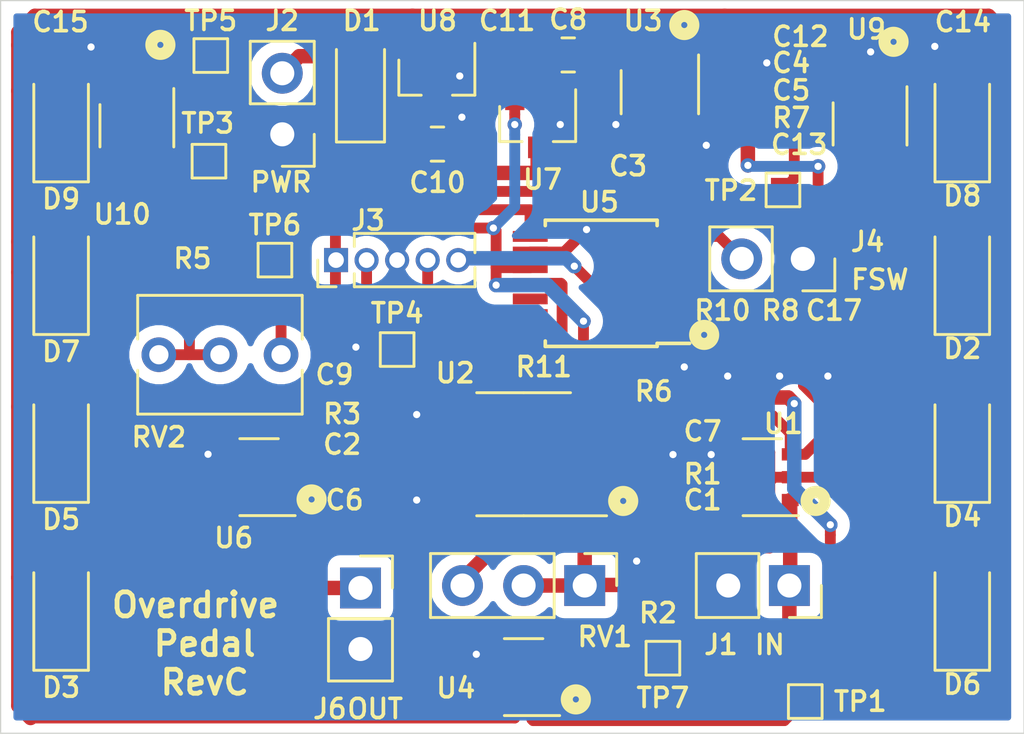
<source format=kicad_pcb>
(kicad_pcb (version 20171130) (host pcbnew 5.1.5-52549c5~86~ubuntu18.04.1)

  (general
    (thickness 1.6)
    (drawings 17)
    (tracks 405)
    (zones 0)
    (modules 58)
    (nets 41)
  )

  (page A4)
  (title_block
    (date 2020-04-11)
    (rev RevC)
  )

  (layers
    (0 F.Cu signal)
    (31 B.Cu signal)
    (32 B.Adhes user)
    (33 F.Adhes user)
    (34 B.Paste user)
    (35 F.Paste user)
    (36 B.SilkS user)
    (37 F.SilkS user)
    (38 B.Mask user)
    (39 F.Mask user)
    (40 Dwgs.User user)
    (41 Cmts.User user)
    (42 Eco1.User user)
    (43 Eco2.User user)
    (44 Edge.Cuts user)
    (45 Margin user)
    (46 B.CrtYd user)
    (47 F.CrtYd user)
    (48 B.Fab user hide)
    (49 F.Fab user hide)
  )

  (setup
    (last_trace_width 0.45)
    (user_trace_width 0.45)
    (user_trace_width 0.6)
    (user_trace_width 0.8)
    (user_trace_width 1)
    (user_trace_width 1.5)
    (trace_clearance 0.2)
    (zone_clearance 0.508)
    (zone_45_only no)
    (trace_min 0.2)
    (via_size 0.8)
    (via_drill 0.4)
    (via_min_size 0.4)
    (via_min_drill 0.3)
    (user_via 0.6 0.3)
    (user_via 2 1)
    (uvia_size 0.3)
    (uvia_drill 0.1)
    (uvias_allowed no)
    (uvia_min_size 0.2)
    (uvia_min_drill 0.1)
    (edge_width 0.05)
    (segment_width 0.2)
    (pcb_text_width 0.3)
    (pcb_text_size 1.5 1.5)
    (mod_edge_width 0.12)
    (mod_text_size 0.8 0.8)
    (mod_text_width 0.15)
    (pad_size 1.524 1.524)
    (pad_drill 0.762)
    (pad_to_mask_clearance 0.051)
    (solder_mask_min_width 0.25)
    (aux_axis_origin 0 0)
    (visible_elements FFFFFF7F)
    (pcbplotparams
      (layerselection 0x010fc_ffffffff)
      (usegerberextensions false)
      (usegerberattributes false)
      (usegerberadvancedattributes false)
      (creategerberjobfile false)
      (excludeedgelayer true)
      (linewidth 0.100000)
      (plotframeref false)
      (viasonmask false)
      (mode 1)
      (useauxorigin false)
      (hpglpennumber 1)
      (hpglpenspeed 20)
      (hpglpendiameter 15.000000)
      (psnegative false)
      (psa4output false)
      (plotreference true)
      (plotvalue true)
      (plotinvisibletext false)
      (padsonsilk false)
      (subtractmaskfromsilk false)
      (outputformat 1)
      (mirror false)
      (drillshape 0)
      (scaleselection 1)
      (outputdirectory "GERBERS/"))
  )

  (net 0 "")
  (net 1 GNDS)
  (net 2 /PosNeg5V_PSU/+9V_POL)
  (net 3 +5V)
  (net 4 -5V)
  (net 5 /PosNeg5V_PSU/+9V_IN)
  (net 6 "Net-(C1-Pad2)")
  (net 7 "Net-(C1-Pad1)")
  (net 8 "Net-(C2-Pad2)")
  (net 9 "Net-(C2-Pad1)")
  (net 10 "Net-(C3-Pad2)")
  (net 11 "Net-(C3-Pad1)")
  (net 12 "Net-(U2-Pad8)")
  (net 13 "Net-(U2-Pad5)")
  (net 14 "Net-(U2-Pad1)")
  (net 15 "Net-(D3-Pad1)")
  (net 16 "Net-(R2-Pad1)")
  (net 17 "Net-(J1-Pad1)")
  (net 18 "Net-(D5-Pad1)")
  (net 19 "Net-(C5-Pad1)")
  (net 20 +3V3)
  (net 21 "Net-(D2-Pad1)")
  (net 22 "Net-(D4-Pad1)")
  (net 23 "Net-(D6-Pad1)")
  (net 24 "Net-(D7-Pad1)")
  (net 25 "Net-(D8-Pad1)")
  (net 26 "Net-(D9-Pad1)")
  (net 27 /SYS_NRST)
  (net 28 /SYS_SWDIO)
  (net 29 /SYS_SWCLK)
  (net 30 "Net-(J6-Pad1)")
  (net 31 /GPIO_EXTI4_BYPASS)
  (net 32 /FX_ENABLE)
  (net 33 /CLEAN_ENABLE)
  (net 34 /TIM2_CH2_PWM)
  (net 35 /TIM2_CH1_PWM)
  (net 36 "Net-(R11-Pad2)")
  (net 37 "Net-(U5-Pad12)")
  (net 38 "Net-(U5-Pad3)")
  (net 39 "Net-(R5-Pad1)")
  (net 40 "Net-(RV2-Pad1)")

  (net_class Default "This is the default net class."
    (clearance 0.2)
    (trace_width 0.25)
    (via_dia 0.8)
    (via_drill 0.4)
    (uvia_dia 0.3)
    (uvia_drill 0.1)
    (add_net +3V3)
    (add_net +5V)
    (add_net -5V)
    (add_net /CLEAN_ENABLE)
    (add_net /FX_ENABLE)
    (add_net /GPIO_EXTI4_BYPASS)
    (add_net /PosNeg5V_PSU/+9V_IN)
    (add_net /PosNeg5V_PSU/+9V_POL)
    (add_net /SYS_NRST)
    (add_net /SYS_SWCLK)
    (add_net /SYS_SWDIO)
    (add_net /TIM2_CH1_PWM)
    (add_net /TIM2_CH2_PWM)
    (add_net GNDS)
    (add_net "Net-(C1-Pad1)")
    (add_net "Net-(C1-Pad2)")
    (add_net "Net-(C2-Pad1)")
    (add_net "Net-(C2-Pad2)")
    (add_net "Net-(C3-Pad1)")
    (add_net "Net-(C3-Pad2)")
    (add_net "Net-(C5-Pad1)")
    (add_net "Net-(D2-Pad1)")
    (add_net "Net-(D3-Pad1)")
    (add_net "Net-(D4-Pad1)")
    (add_net "Net-(D5-Pad1)")
    (add_net "Net-(D6-Pad1)")
    (add_net "Net-(D7-Pad1)")
    (add_net "Net-(D8-Pad1)")
    (add_net "Net-(D9-Pad1)")
    (add_net "Net-(J1-Pad1)")
    (add_net "Net-(J6-Pad1)")
    (add_net "Net-(R11-Pad2)")
    (add_net "Net-(R2-Pad1)")
    (add_net "Net-(R5-Pad1)")
    (add_net "Net-(RV2-Pad1)")
    (add_net "Net-(U2-Pad1)")
    (add_net "Net-(U2-Pad5)")
    (add_net "Net-(U2-Pad8)")
    (add_net "Net-(U5-Pad12)")
    (add_net "Net-(U5-Pad3)")
  )

  (module Potentiometer_THT:Potentiometer_Vishay_T73XW_Horizontal (layer F.Cu) (tedit 5A3D4993) (tstamp 5E936679)
    (at 129.794 95.377 90)
    (descr "Potentiometer, horizontal, Vishay T73XW, http://www.vishay.com/docs/51016/t73.pdf")
    (tags "Potentiometer horizontal Vishay T73XW")
    (path /5E9406BD)
    (fp_text reference RV2 (at -3.429 0 180) (layer F.SilkS)
      (effects (font (size 0.8 0.8) (thickness 0.15)))
    )
    (fp_text value B10K (at 0 7.09 90) (layer F.Fab)
      (effects (font (size 1 1) (thickness 0.15)))
    )
    (fp_text user %R (at 0 2.54 90) (layer F.Fab)
      (effects (font (size 1 1) (thickness 0.15)))
    )
    (fp_line (start 2.6 -1.05) (end -2.6 -1.05) (layer F.CrtYd) (width 0.05))
    (fp_line (start 2.6 6.1) (end 2.6 -1.05) (layer F.CrtYd) (width 0.05))
    (fp_line (start -2.6 6.1) (end 2.6 6.1) (layer F.CrtYd) (width 0.05))
    (fp_line (start -2.6 -1.05) (end -2.6 6.1) (layer F.CrtYd) (width 0.05))
    (fp_line (start -2.47 -0.88) (end -2.47 5.96) (layer F.SilkS) (width 0.12))
    (fp_line (start 2.47 -0.88) (end 2.47 5.96) (layer F.SilkS) (width 0.12))
    (fp_line (start 0.65 5.96) (end 2.47 5.96) (layer F.SilkS) (width 0.12))
    (fp_line (start -2.47 5.96) (end -0.65 5.96) (layer F.SilkS) (width 0.12))
    (fp_line (start 0.65 -0.88) (end 2.47 -0.88) (layer F.SilkS) (width 0.12))
    (fp_line (start -2.47 -0.88) (end -0.65 -0.88) (layer F.SilkS) (width 0.12))
    (fp_line (start -2.35 -0.76) (end 2.35 -0.76) (layer F.Fab) (width 0.1))
    (fp_line (start -2.35 5.84) (end -2.35 -0.76) (layer F.Fab) (width 0.1))
    (fp_line (start 2.35 5.84) (end -2.35 5.84) (layer F.Fab) (width 0.1))
    (fp_line (start 2.35 -0.76) (end 2.35 5.84) (layer F.Fab) (width 0.1))
    (pad 1 thru_hole circle (at 0 0 90) (size 1.44 1.44) (drill 0.8) (layers *.Cu *.Mask)
      (net 40 "Net-(RV2-Pad1)"))
    (pad 2 thru_hole circle (at 0 2.54 90) (size 1.44 1.44) (drill 0.8) (layers *.Cu *.Mask)
      (net 40 "Net-(RV2-Pad1)"))
    (pad 3 thru_hole circle (at 0 5.08 90) (size 1.44 1.44) (drill 0.8) (layers *.Cu *.Mask)
      (net 39 "Net-(R5-Pad1)"))
    (model ${KISYS3DMOD}/Potentiometer_THT.3dshapes/Potentiometer_Vishay_T73XW_Horizontal.wrl
      (at (xyz 0 0 0))
      (scale (xyz 1 1 1))
      (rotate (xyz 0 0 0))
    )
  )

  (module Resistor_SMD:R_0402_1005Metric (layer F.Cu) (tedit 5B301BBD) (tstamp 5E9365AB)
    (at 132.5245 91.44 90)
    (descr "Resistor SMD 0402 (1005 Metric), square (rectangular) end terminal, IPC_7351 nominal, (Body size source: http://www.tortai-tech.com/upload/download/2011102023233369053.pdf), generated with kicad-footprint-generator")
    (tags resistor)
    (path /5E95B0C7)
    (attr smd)
    (fp_text reference R5 (at 0.0635 -1.3335 180) (layer F.SilkS)
      (effects (font (size 0.8 0.8) (thickness 0.15)))
    )
    (fp_text value 1K (at 0 1.17 90) (layer F.Fab)
      (effects (font (size 1 1) (thickness 0.15)))
    )
    (fp_text user %R (at 0 0 90) (layer F.Fab)
      (effects (font (size 1 1) (thickness 0.15)))
    )
    (fp_line (start 0.93 0.47) (end -0.93 0.47) (layer F.CrtYd) (width 0.05))
    (fp_line (start 0.93 -0.47) (end 0.93 0.47) (layer F.CrtYd) (width 0.05))
    (fp_line (start -0.93 -0.47) (end 0.93 -0.47) (layer F.CrtYd) (width 0.05))
    (fp_line (start -0.93 0.47) (end -0.93 -0.47) (layer F.CrtYd) (width 0.05))
    (fp_line (start 0.5 0.25) (end -0.5 0.25) (layer F.Fab) (width 0.1))
    (fp_line (start 0.5 -0.25) (end 0.5 0.25) (layer F.Fab) (width 0.1))
    (fp_line (start -0.5 -0.25) (end 0.5 -0.25) (layer F.Fab) (width 0.1))
    (fp_line (start -0.5 0.25) (end -0.5 -0.25) (layer F.Fab) (width 0.1))
    (pad 2 smd roundrect (at 0.485 0 90) (size 0.59 0.64) (layers F.Cu F.Paste F.Mask) (roundrect_rratio 0.25)
      (net 20 +3V3))
    (pad 1 smd roundrect (at -0.485 0 90) (size 0.59 0.64) (layers F.Cu F.Paste F.Mask) (roundrect_rratio 0.25)
      (net 39 "Net-(R5-Pad1)"))
    (model ${KISYS3DMOD}/Resistor_SMD.3dshapes/R_0402_1005Metric.wrl
      (at (xyz 0 0 0))
      (scale (xyz 1 1 1))
      (rotate (xyz 0 0 0))
    )
  )

  (module Connector_PinHeader_1.27mm:PinHeader_1x05_P1.27mm_Vertical (layer F.Cu) (tedit 59FED6E3) (tstamp 5E936970)
    (at 137.16 91.44 90)
    (descr "Through hole straight pin header, 1x05, 1.27mm pitch, single row")
    (tags "Through hole pin header THT 1x05 1.27mm single row")
    (path /5F17BC8C)
    (fp_text reference J3 (at 1.651 1.3335 180) (layer F.SilkS)
      (effects (font (size 0.8 0.8) (thickness 0.15)))
    )
    (fp_text value Conn_01x05 (at 0 6.775 90) (layer F.Fab)
      (effects (font (size 1 1) (thickness 0.15)))
    )
    (fp_text user %R (at 0 2.54) (layer F.Fab)
      (effects (font (size 1 1) (thickness 0.15)))
    )
    (fp_line (start 1.55 -1.15) (end -1.55 -1.15) (layer F.CrtYd) (width 0.05))
    (fp_line (start 1.55 6.25) (end 1.55 -1.15) (layer F.CrtYd) (width 0.05))
    (fp_line (start -1.55 6.25) (end 1.55 6.25) (layer F.CrtYd) (width 0.05))
    (fp_line (start -1.55 -1.15) (end -1.55 6.25) (layer F.CrtYd) (width 0.05))
    (fp_line (start -1.11 -0.76) (end 0 -0.76) (layer F.SilkS) (width 0.12))
    (fp_line (start -1.11 0) (end -1.11 -0.76) (layer F.SilkS) (width 0.12))
    (fp_line (start 0.563471 0.76) (end 1.11 0.76) (layer F.SilkS) (width 0.12))
    (fp_line (start -1.11 0.76) (end -0.563471 0.76) (layer F.SilkS) (width 0.12))
    (fp_line (start 1.11 0.76) (end 1.11 5.775) (layer F.SilkS) (width 0.12))
    (fp_line (start -1.11 0.76) (end -1.11 5.775) (layer F.SilkS) (width 0.12))
    (fp_line (start 0.30753 5.775) (end 1.11 5.775) (layer F.SilkS) (width 0.12))
    (fp_line (start -1.11 5.775) (end -0.30753 5.775) (layer F.SilkS) (width 0.12))
    (fp_line (start -1.05 -0.11) (end -0.525 -0.635) (layer F.Fab) (width 0.1))
    (fp_line (start -1.05 5.715) (end -1.05 -0.11) (layer F.Fab) (width 0.1))
    (fp_line (start 1.05 5.715) (end -1.05 5.715) (layer F.Fab) (width 0.1))
    (fp_line (start 1.05 -0.635) (end 1.05 5.715) (layer F.Fab) (width 0.1))
    (fp_line (start -0.525 -0.635) (end 1.05 -0.635) (layer F.Fab) (width 0.1))
    (pad 5 thru_hole oval (at 0 5.08 90) (size 1 1) (drill 0.65) (layers *.Cu *.Mask)
      (net 27 /SYS_NRST))
    (pad 4 thru_hole oval (at 0 3.81 90) (size 1 1) (drill 0.65) (layers *.Cu *.Mask)
      (net 28 /SYS_SWDIO))
    (pad 3 thru_hole oval (at 0 2.54 90) (size 1 1) (drill 0.65) (layers *.Cu *.Mask)
      (net 1 GNDS))
    (pad 2 thru_hole oval (at 0 1.27 90) (size 1 1) (drill 0.65) (layers *.Cu *.Mask)
      (net 29 /SYS_SWCLK))
    (pad 1 thru_hole rect (at 0 0 90) (size 1 1) (drill 0.65) (layers *.Cu *.Mask)
      (net 20 +3V3))
    (model ${KISYS3DMOD}/Connector_PinHeader_1.27mm.3dshapes/PinHeader_1x05_P1.27mm_Vertical.wrl
      (at (xyz 0 0 0))
      (scale (xyz 1 1 1))
      (rotate (xyz 0 0 0))
    )
  )

  (module Resistor_SMD:R_0402_1005Metric (layer F.Cu) (tedit 5B301BBD) (tstamp 5E90F0BD)
    (at 150.368 95.885 180)
    (descr "Resistor SMD 0402 (1005 Metric), square (rectangular) end terminal, IPC_7351 nominal, (Body size source: http://www.tortai-tech.com/upload/download/2011102023233369053.pdf), generated with kicad-footprint-generator")
    (tags resistor)
    (path /5E92EBB9)
    (attr smd)
    (fp_text reference R6 (at 0 -1.016) (layer F.SilkS)
      (effects (font (size 0.8 0.8) (thickness 0.15)))
    )
    (fp_text value 10K (at 0 1.17) (layer F.Fab)
      (effects (font (size 1 1) (thickness 0.15)))
    )
    (fp_text user %R (at 0 0) (layer F.Fab)
      (effects (font (size 1 1) (thickness 0.15)))
    )
    (fp_line (start 0.93 0.47) (end -0.93 0.47) (layer F.CrtYd) (width 0.05))
    (fp_line (start 0.93 -0.47) (end 0.93 0.47) (layer F.CrtYd) (width 0.05))
    (fp_line (start -0.93 -0.47) (end 0.93 -0.47) (layer F.CrtYd) (width 0.05))
    (fp_line (start -0.93 0.47) (end -0.93 -0.47) (layer F.CrtYd) (width 0.05))
    (fp_line (start 0.5 0.25) (end -0.5 0.25) (layer F.Fab) (width 0.1))
    (fp_line (start 0.5 -0.25) (end 0.5 0.25) (layer F.Fab) (width 0.1))
    (fp_line (start -0.5 -0.25) (end 0.5 -0.25) (layer F.Fab) (width 0.1))
    (fp_line (start -0.5 0.25) (end -0.5 -0.25) (layer F.Fab) (width 0.1))
    (pad 2 smd roundrect (at 0.485 0 180) (size 0.59 0.64) (layers F.Cu F.Paste F.Mask) (roundrect_rratio 0.25)
      (net 36 "Net-(R11-Pad2)"))
    (pad 1 smd roundrect (at -0.485 0 180) (size 0.59 0.64) (layers F.Cu F.Paste F.Mask) (roundrect_rratio 0.25)
      (net 1 GNDS))
    (model ${KISYS3DMOD}/Resistor_SMD.3dshapes/R_0402_1005Metric.wrl
      (at (xyz 0 0 0))
      (scale (xyz 1 1 1))
      (rotate (xyz 0 0 0))
    )
  )

  (module Capacitor_SMD:C_0805_2012Metric_Pad1.15x1.40mm_HandSolder (layer F.Cu) (tedit 5B36C52B) (tstamp 5E8046BB)
    (at 141.3764 86.614)
    (descr "Capacitor SMD 0805 (2012 Metric), square (rectangular) end terminal, IPC_7351 nominal with elongated pad for handsoldering. (Body size source: https://docs.google.com/spreadsheets/d/1BsfQQcO9C6DZCsRaXUlFlo91Tg2WpOkGARC1WS5S8t0/edit?usp=sharing), generated with kicad-footprint-generator")
    (tags "capacitor handsolder")
    (path /5E6165F4/5F1633CE)
    (attr smd)
    (fp_text reference C10 (at 0 1.6002) (layer F.SilkS)
      (effects (font (size 0.8 0.8) (thickness 0.15)))
    )
    (fp_text value 1uF (at 0 1.65) (layer F.Fab)
      (effects (font (size 1 1) (thickness 0.15)))
    )
    (fp_text user %R (at 0 0) (layer F.Fab)
      (effects (font (size 1 1) (thickness 0.15)))
    )
    (fp_line (start 1.85 0.95) (end -1.85 0.95) (layer F.CrtYd) (width 0.05))
    (fp_line (start 1.85 -0.95) (end 1.85 0.95) (layer F.CrtYd) (width 0.05))
    (fp_line (start -1.85 -0.95) (end 1.85 -0.95) (layer F.CrtYd) (width 0.05))
    (fp_line (start -1.85 0.95) (end -1.85 -0.95) (layer F.CrtYd) (width 0.05))
    (fp_line (start -0.261252 0.71) (end 0.261252 0.71) (layer F.SilkS) (width 0.12))
    (fp_line (start -0.261252 -0.71) (end 0.261252 -0.71) (layer F.SilkS) (width 0.12))
    (fp_line (start 1 0.6) (end -1 0.6) (layer F.Fab) (width 0.1))
    (fp_line (start 1 -0.6) (end 1 0.6) (layer F.Fab) (width 0.1))
    (fp_line (start -1 -0.6) (end 1 -0.6) (layer F.Fab) (width 0.1))
    (fp_line (start -1 0.6) (end -1 -0.6) (layer F.Fab) (width 0.1))
    (pad 2 smd roundrect (at 1.025 0) (size 1.15 1.4) (layers F.Cu F.Paste F.Mask) (roundrect_rratio 0.217391)
      (net 1 GNDS))
    (pad 1 smd roundrect (at -1.025 0) (size 1.15 1.4) (layers F.Cu F.Paste F.Mask) (roundrect_rratio 0.217391)
      (net 2 /PosNeg5V_PSU/+9V_POL))
    (model ${KISYS3DMOD}/Capacitor_SMD.3dshapes/C_0805_2012Metric.wrl
      (at (xyz 0 0 0))
      (scale (xyz 1 1 1))
      (rotate (xyz 0 0 0))
    )
  )

  (module Capacitor_SMD:C_0805_2012Metric_Pad1.15x1.40mm_HandSolder (layer F.Cu) (tedit 5B36C52B) (tstamp 5E811ADD)
    (at 146.812 82.9056 180)
    (descr "Capacitor SMD 0805 (2012 Metric), square (rectangular) end terminal, IPC_7351 nominal with elongated pad for handsoldering. (Body size source: https://docs.google.com/spreadsheets/d/1BsfQQcO9C6DZCsRaXUlFlo91Tg2WpOkGARC1WS5S8t0/edit?usp=sharing), generated with kicad-footprint-generator")
    (tags "capacitor handsolder")
    (path /5E6165F4/5F16B014)
    (attr smd)
    (fp_text reference C8 (at 0 1.4732) (layer F.SilkS)
      (effects (font (size 0.8 0.8) (thickness 0.15)))
    )
    (fp_text value 1uF (at 0 1.65) (layer F.Fab)
      (effects (font (size 1 1) (thickness 0.15)))
    )
    (fp_text user %R (at 0 0) (layer F.Fab)
      (effects (font (size 1 1) (thickness 0.15)))
    )
    (fp_line (start 1.85 0.95) (end -1.85 0.95) (layer F.CrtYd) (width 0.05))
    (fp_line (start 1.85 -0.95) (end 1.85 0.95) (layer F.CrtYd) (width 0.05))
    (fp_line (start -1.85 -0.95) (end 1.85 -0.95) (layer F.CrtYd) (width 0.05))
    (fp_line (start -1.85 0.95) (end -1.85 -0.95) (layer F.CrtYd) (width 0.05))
    (fp_line (start -0.261252 0.71) (end 0.261252 0.71) (layer F.SilkS) (width 0.12))
    (fp_line (start -0.261252 -0.71) (end 0.261252 -0.71) (layer F.SilkS) (width 0.12))
    (fp_line (start 1 0.6) (end -1 0.6) (layer F.Fab) (width 0.1))
    (fp_line (start 1 -0.6) (end 1 0.6) (layer F.Fab) (width 0.1))
    (fp_line (start -1 -0.6) (end 1 -0.6) (layer F.Fab) (width 0.1))
    (fp_line (start -1 0.6) (end -1 -0.6) (layer F.Fab) (width 0.1))
    (pad 2 smd roundrect (at 1.025 0 180) (size 1.15 1.4) (layers F.Cu F.Paste F.Mask) (roundrect_rratio 0.217391)
      (net 1 GNDS))
    (pad 1 smd roundrect (at -1.025 0 180) (size 1.15 1.4) (layers F.Cu F.Paste F.Mask) (roundrect_rratio 0.217391)
      (net 2 /PosNeg5V_PSU/+9V_POL))
    (model ${KISYS3DMOD}/Capacitor_SMD.3dshapes/C_0805_2012Metric.wrl
      (at (xyz 0 0 0))
      (scale (xyz 1 1 1))
      (rotate (xyz 0 0 0))
    )
  )

  (module TestPoint:TestPoint_Pad_1.0x1.0mm (layer F.Cu) (tedit 5A0F774F) (tstamp 5E80EB45)
    (at 150.749 108.0008 180)
    (descr "SMD rectangular pad as test Point, square 1.0mm side length")
    (tags "test point SMD pad rectangle square")
    (path /5E6165F4/5E83A778)
    (attr virtual)
    (fp_text reference TP7 (at 0 -1.651) (layer F.SilkS)
      (effects (font (size 0.8 0.8) (thickness 0.15)))
    )
    (fp_text value TestPoint (at 0 1.55) (layer F.Fab)
      (effects (font (size 1 1) (thickness 0.15)))
    )
    (fp_line (start 1 1) (end -1 1) (layer F.CrtYd) (width 0.05))
    (fp_line (start 1 1) (end 1 -1) (layer F.CrtYd) (width 0.05))
    (fp_line (start -1 -1) (end -1 1) (layer F.CrtYd) (width 0.05))
    (fp_line (start -1 -1) (end 1 -1) (layer F.CrtYd) (width 0.05))
    (fp_line (start -0.7 0.7) (end -0.7 -0.7) (layer F.SilkS) (width 0.12))
    (fp_line (start 0.7 0.7) (end -0.7 0.7) (layer F.SilkS) (width 0.12))
    (fp_line (start 0.7 -0.7) (end 0.7 0.7) (layer F.SilkS) (width 0.12))
    (fp_line (start -0.7 -0.7) (end 0.7 -0.7) (layer F.SilkS) (width 0.12))
    (fp_text user %R (at 0 -1.45) (layer F.Fab)
      (effects (font (size 1 1) (thickness 0.15)))
    )
    (pad 1 smd rect (at 0 0 180) (size 1 1) (layers F.Cu F.Mask)
      (net 4 -5V))
  )

  (module TestPoint:TestPoint_Pad_1.0x1.0mm (layer F.Cu) (tedit 5A0F774F) (tstamp 5E80EB37)
    (at 134.62 91.44 180)
    (descr "SMD rectangular pad as test Point, square 1.0mm side length")
    (tags "test point SMD pad rectangle square")
    (path /5E6165F4/5E8384A9)
    (attr virtual)
    (fp_text reference TP6 (at 0 1.4605) (layer F.SilkS)
      (effects (font (size 0.8 0.8) (thickness 0.15)))
    )
    (fp_text value TestPoint (at 0 1.55) (layer F.Fab)
      (effects (font (size 1 1) (thickness 0.15)))
    )
    (fp_line (start 1 1) (end -1 1) (layer F.CrtYd) (width 0.05))
    (fp_line (start 1 1) (end 1 -1) (layer F.CrtYd) (width 0.05))
    (fp_line (start -1 -1) (end -1 1) (layer F.CrtYd) (width 0.05))
    (fp_line (start -1 -1) (end 1 -1) (layer F.CrtYd) (width 0.05))
    (fp_line (start -0.7 0.7) (end -0.7 -0.7) (layer F.SilkS) (width 0.12))
    (fp_line (start 0.7 0.7) (end -0.7 0.7) (layer F.SilkS) (width 0.12))
    (fp_line (start 0.7 -0.7) (end 0.7 0.7) (layer F.SilkS) (width 0.12))
    (fp_line (start -0.7 -0.7) (end 0.7 -0.7) (layer F.SilkS) (width 0.12))
    (fp_text user %R (at 0 -1.45) (layer F.Fab)
      (effects (font (size 1 1) (thickness 0.15)))
    )
    (pad 1 smd rect (at 0 0 180) (size 1 1) (layers F.Cu F.Mask)
      (net 20 +3V3))
  )

  (module TestPoint:TestPoint_Pad_1.0x1.0mm (layer F.Cu) (tedit 5A0F774F) (tstamp 5E80EB29)
    (at 131.953 82.931)
    (descr "SMD rectangular pad as test Point, square 1.0mm side length")
    (tags "test point SMD pad rectangle square")
    (path /5E6165F4/5E835E7F)
    (attr virtual)
    (fp_text reference TP5 (at 0 -1.448) (layer F.SilkS)
      (effects (font (size 0.8 0.8) (thickness 0.15)))
    )
    (fp_text value TestPoint (at 0 1.55) (layer F.Fab)
      (effects (font (size 1 1) (thickness 0.15)))
    )
    (fp_line (start 1 1) (end -1 1) (layer F.CrtYd) (width 0.05))
    (fp_line (start 1 1) (end 1 -1) (layer F.CrtYd) (width 0.05))
    (fp_line (start -1 -1) (end -1 1) (layer F.CrtYd) (width 0.05))
    (fp_line (start -1 -1) (end 1 -1) (layer F.CrtYd) (width 0.05))
    (fp_line (start -0.7 0.7) (end -0.7 -0.7) (layer F.SilkS) (width 0.12))
    (fp_line (start 0.7 0.7) (end -0.7 0.7) (layer F.SilkS) (width 0.12))
    (fp_line (start 0.7 -0.7) (end 0.7 0.7) (layer F.SilkS) (width 0.12))
    (fp_line (start -0.7 -0.7) (end 0.7 -0.7) (layer F.SilkS) (width 0.12))
    (fp_text user %R (at 0 -1.45) (layer F.Fab)
      (effects (font (size 1 1) (thickness 0.15)))
    )
    (pad 1 smd rect (at 0 0) (size 1 1) (layers F.Cu F.Mask)
      (net 3 +5V))
  )

  (module TestPoint:TestPoint_Pad_1.0x1.0mm (layer F.Cu) (tedit 5A0F774F) (tstamp 5E80FF99)
    (at 139.7 95.1611)
    (descr "SMD rectangular pad as test Point, square 1.0mm side length")
    (tags "test point SMD pad rectangle square")
    (path /5E87D864)
    (attr virtual)
    (fp_text reference TP4 (at 0 -1.5113) (layer F.SilkS)
      (effects (font (size 0.8 0.8) (thickness 0.15)))
    )
    (fp_text value TestPoint (at 0 1.55) (layer F.Fab)
      (effects (font (size 1 1) (thickness 0.15)))
    )
    (fp_line (start 1 1) (end -1 1) (layer F.CrtYd) (width 0.05))
    (fp_line (start 1 1) (end 1 -1) (layer F.CrtYd) (width 0.05))
    (fp_line (start -1 -1) (end -1 1) (layer F.CrtYd) (width 0.05))
    (fp_line (start -1 -1) (end 1 -1) (layer F.CrtYd) (width 0.05))
    (fp_line (start -0.7 0.7) (end -0.7 -0.7) (layer F.SilkS) (width 0.12))
    (fp_line (start 0.7 0.7) (end -0.7 0.7) (layer F.SilkS) (width 0.12))
    (fp_line (start 0.7 -0.7) (end 0.7 0.7) (layer F.SilkS) (width 0.12))
    (fp_line (start -0.7 -0.7) (end 0.7 -0.7) (layer F.SilkS) (width 0.12))
    (fp_text user %R (at 0 -1.45) (layer F.Fab)
      (effects (font (size 1 1) (thickness 0.15)))
    )
    (pad 1 smd rect (at 0 0) (size 1 1) (layers F.Cu F.Mask)
      (net 32 /FX_ENABLE))
  )

  (module TestPoint:TestPoint_Pad_1.0x1.0mm (layer F.Cu) (tedit 5A0F774F) (tstamp 5E80EB0D)
    (at 131.8768 87.3252)
    (descr "SMD rectangular pad as test Point, square 1.0mm side length")
    (tags "test point SMD pad rectangle square")
    (path /5E84562F)
    (attr virtual)
    (fp_text reference TP3 (at -0.0508 -1.5748) (layer F.SilkS)
      (effects (font (size 0.8 0.8) (thickness 0.15)))
    )
    (fp_text value TestPoint (at 0 1.55) (layer F.Fab)
      (effects (font (size 1 1) (thickness 0.15)))
    )
    (fp_line (start 1 1) (end -1 1) (layer F.CrtYd) (width 0.05))
    (fp_line (start 1 1) (end 1 -1) (layer F.CrtYd) (width 0.05))
    (fp_line (start -1 -1) (end -1 1) (layer F.CrtYd) (width 0.05))
    (fp_line (start -1 -1) (end 1 -1) (layer F.CrtYd) (width 0.05))
    (fp_line (start -0.7 0.7) (end -0.7 -0.7) (layer F.SilkS) (width 0.12))
    (fp_line (start 0.7 0.7) (end -0.7 0.7) (layer F.SilkS) (width 0.12))
    (fp_line (start 0.7 -0.7) (end 0.7 0.7) (layer F.SilkS) (width 0.12))
    (fp_line (start -0.7 -0.7) (end 0.7 -0.7) (layer F.SilkS) (width 0.12))
    (fp_text user %R (at 0 -1.45) (layer F.Fab)
      (effects (font (size 1 1) (thickness 0.15)))
    )
    (pad 1 smd rect (at 0 0) (size 1 1) (layers F.Cu F.Mask)
      (net 35 /TIM2_CH1_PWM))
  )

  (module TestPoint:TestPoint_Pad_1.0x1.0mm (layer F.Cu) (tedit 5A0F774F) (tstamp 5E80EAFF)
    (at 155.7401 88.519)
    (descr "SMD rectangular pad as test Point, square 1.0mm side length")
    (tags "test point SMD pad rectangle square")
    (path /5E848751)
    (attr virtual)
    (fp_text reference TP2 (at -2.159 0.0254 180) (layer F.SilkS)
      (effects (font (size 0.8 0.8) (thickness 0.15)))
    )
    (fp_text value TestPoint (at 0 1.55) (layer F.Fab)
      (effects (font (size 1 1) (thickness 0.15)))
    )
    (fp_line (start 1 1) (end -1 1) (layer F.CrtYd) (width 0.05))
    (fp_line (start 1 1) (end 1 -1) (layer F.CrtYd) (width 0.05))
    (fp_line (start -1 -1) (end -1 1) (layer F.CrtYd) (width 0.05))
    (fp_line (start -1 -1) (end 1 -1) (layer F.CrtYd) (width 0.05))
    (fp_line (start -0.7 0.7) (end -0.7 -0.7) (layer F.SilkS) (width 0.12))
    (fp_line (start 0.7 0.7) (end -0.7 0.7) (layer F.SilkS) (width 0.12))
    (fp_line (start 0.7 -0.7) (end 0.7 0.7) (layer F.SilkS) (width 0.12))
    (fp_line (start -0.7 -0.7) (end 0.7 -0.7) (layer F.SilkS) (width 0.12))
    (fp_text user %R (at 0 -1.45) (layer F.Fab)
      (effects (font (size 1 1) (thickness 0.15)))
    )
    (pad 1 smd rect (at 0 0) (size 1 1) (layers F.Cu F.Mask)
      (net 34 /TIM2_CH2_PWM))
  )

  (module TestPoint:TestPoint_Pad_1.0x1.0mm (layer F.Cu) (tedit 5A0F774F) (tstamp 5E80EAF1)
    (at 156.6672 109.8042 270)
    (descr "SMD rectangular pad as test Point, square 1.0mm side length")
    (tags "test point SMD pad rectangle square")
    (path /5E874744)
    (attr virtual)
    (fp_text reference TP1 (at 0 -2.286 180) (layer F.SilkS)
      (effects (font (size 0.8 0.8) (thickness 0.15)))
    )
    (fp_text value TestPoint (at 0 1.55 90) (layer F.Fab)
      (effects (font (size 1 1) (thickness 0.15)))
    )
    (fp_line (start 1 1) (end -1 1) (layer F.CrtYd) (width 0.05))
    (fp_line (start 1 1) (end 1 -1) (layer F.CrtYd) (width 0.05))
    (fp_line (start -1 -1) (end -1 1) (layer F.CrtYd) (width 0.05))
    (fp_line (start -1 -1) (end 1 -1) (layer F.CrtYd) (width 0.05))
    (fp_line (start -0.7 0.7) (end -0.7 -0.7) (layer F.SilkS) (width 0.12))
    (fp_line (start 0.7 0.7) (end -0.7 0.7) (layer F.SilkS) (width 0.12))
    (fp_line (start 0.7 -0.7) (end 0.7 0.7) (layer F.SilkS) (width 0.12))
    (fp_line (start -0.7 -0.7) (end 0.7 -0.7) (layer F.SilkS) (width 0.12))
    (fp_text user %R (at 0 -1.45 90) (layer F.Fab)
      (effects (font (size 1 1) (thickness 0.15)))
    )
    (pad 1 smd rect (at 0 0 270) (size 1 1) (layers F.Cu F.Mask)
      (net 33 /CLEAN_ENABLE))
  )

  (module Package_TO_SOT_SMD:SOT-23-5_HandSoldering (layer F.Cu) (tedit 5A0AB76C) (tstamp 5E811B0D)
    (at 150.622 84.455 270)
    (descr "5-pin SOT23 package")
    (tags "SOT-23-5 hand-soldering")
    (path /5E6165F4/5E6AE9A9)
    (attr smd)
    (fp_text reference U3 (at -2.9718 0.6985 180) (layer F.SilkS)
      (effects (font (size 0.8 0.8) (thickness 0.15)))
    )
    (fp_text value TPS60400 (at 0 2.9 90) (layer F.Fab)
      (effects (font (size 1 1) (thickness 0.15)))
    )
    (fp_line (start 2.38 1.8) (end -2.38 1.8) (layer F.CrtYd) (width 0.05))
    (fp_line (start 2.38 1.8) (end 2.38 -1.8) (layer F.CrtYd) (width 0.05))
    (fp_line (start -2.38 -1.8) (end -2.38 1.8) (layer F.CrtYd) (width 0.05))
    (fp_line (start -2.38 -1.8) (end 2.38 -1.8) (layer F.CrtYd) (width 0.05))
    (fp_line (start 0.9 -1.55) (end 0.9 1.55) (layer F.Fab) (width 0.1))
    (fp_line (start 0.9 1.55) (end -0.9 1.55) (layer F.Fab) (width 0.1))
    (fp_line (start -0.9 -0.9) (end -0.9 1.55) (layer F.Fab) (width 0.1))
    (fp_line (start 0.9 -1.55) (end -0.25 -1.55) (layer F.Fab) (width 0.1))
    (fp_line (start -0.9 -0.9) (end -0.25 -1.55) (layer F.Fab) (width 0.1))
    (fp_line (start 0.9 -1.61) (end -1.55 -1.61) (layer F.SilkS) (width 0.12))
    (fp_line (start -0.9 1.61) (end 0.9 1.61) (layer F.SilkS) (width 0.12))
    (fp_text user %R (at 0 0) (layer F.Fab)
      (effects (font (size 1 1) (thickness 0.15)))
    )
    (pad 5 smd rect (at 1.35 -0.95 270) (size 1.56 0.65) (layers F.Cu F.Paste F.Mask)
      (net 10 "Net-(C3-Pad2)"))
    (pad 4 smd rect (at 1.35 0.95 270) (size 1.56 0.65) (layers F.Cu F.Paste F.Mask)
      (net 1 GNDS))
    (pad 3 smd rect (at -1.35 0.95 270) (size 1.56 0.65) (layers F.Cu F.Paste F.Mask)
      (net 11 "Net-(C3-Pad1)"))
    (pad 2 smd rect (at -1.35 0 270) (size 1.56 0.65) (layers F.Cu F.Paste F.Mask)
      (net 3 +5V))
    (pad 1 smd rect (at -1.35 -0.95 270) (size 1.56 0.65) (layers F.Cu F.Paste F.Mask)
      (net 19 "Net-(C5-Pad1)"))
    (model ${KISYS3DMOD}/Package_TO_SOT_SMD.3dshapes/SOT-23-5.wrl
      (at (xyz 0 0 0))
      (scale (xyz 1 1 1))
      (rotate (xyz 0 0 0))
    )
  )

  (module Capacitor_SMD:C_0402_1005Metric (layer F.Cu) (tedit 5B301BBE) (tstamp 5E805EE5)
    (at 157.6324 94.996 90)
    (descr "Capacitor SMD 0402 (1005 Metric), square (rectangular) end terminal, IPC_7351 nominal, (Body size source: http://www.tortai-tech.com/upload/download/2011102023233369053.pdf), generated with kicad-footprint-generator")
    (tags capacitor)
    (path /5EBE9AF3)
    (attr smd)
    (fp_text reference C17 (at 1.4605 0.2286 180) (layer F.SilkS)
      (effects (font (size 0.8 0.8) (thickness 0.15)))
    )
    (fp_text value 100nF (at 0 1.17 90) (layer F.Fab)
      (effects (font (size 1 1) (thickness 0.15)))
    )
    (fp_text user %R (at 0 0 90) (layer F.Fab)
      (effects (font (size 1 1) (thickness 0.15)))
    )
    (fp_line (start 0.93 0.47) (end -0.93 0.47) (layer F.CrtYd) (width 0.05))
    (fp_line (start 0.93 -0.47) (end 0.93 0.47) (layer F.CrtYd) (width 0.05))
    (fp_line (start -0.93 -0.47) (end 0.93 -0.47) (layer F.CrtYd) (width 0.05))
    (fp_line (start -0.93 0.47) (end -0.93 -0.47) (layer F.CrtYd) (width 0.05))
    (fp_line (start 0.5 0.25) (end -0.5 0.25) (layer F.Fab) (width 0.1))
    (fp_line (start 0.5 -0.25) (end 0.5 0.25) (layer F.Fab) (width 0.1))
    (fp_line (start -0.5 -0.25) (end 0.5 -0.25) (layer F.Fab) (width 0.1))
    (fp_line (start -0.5 0.25) (end -0.5 -0.25) (layer F.Fab) (width 0.1))
    (pad 2 smd roundrect (at 0.485 0 90) (size 0.59 0.64) (layers F.Cu F.Paste F.Mask) (roundrect_rratio 0.25)
      (net 27 /SYS_NRST))
    (pad 1 smd roundrect (at -0.485 0 90) (size 0.59 0.64) (layers F.Cu F.Paste F.Mask) (roundrect_rratio 0.25)
      (net 1 GNDS))
    (model ${KISYS3DMOD}/Capacitor_SMD.3dshapes/C_0402_1005Metric.wrl
      (at (xyz 0 0 0))
      (scale (xyz 1 1 1))
      (rotate (xyz 0 0 0))
    )
  )

  (module Package_TO_SOT_SMD:TSOT-23-6_HandSoldering (layer F.Cu) (tedit 5A02FF57) (tstamp 5E8049FE)
    (at 128.905 85.852 270)
    (descr "6-pin TSOT23 package, http://cds.linear.com/docs/en/packaging/SOT_6_05-08-1636.pdf")
    (tags "TSOT-23-6 MK06A TSOT-6 Hand-soldering")
    (path /5EA2BA44/5EA83B69)
    (attr smd)
    (fp_text reference U10 (at 3.683 0.635 180) (layer F.SilkS)
      (effects (font (size 0.8 0.8) (thickness 0.15)))
    )
    (fp_text value PAM2812 (at 0 2.5 90) (layer F.Fab)
      (effects (font (size 1 1) (thickness 0.15)))
    )
    (fp_line (start 2.96 1.7) (end -2.96 1.7) (layer F.CrtYd) (width 0.05))
    (fp_line (start 2.96 1.7) (end 2.96 -1.7) (layer F.CrtYd) (width 0.05))
    (fp_line (start -2.96 -1.7) (end -2.96 1.7) (layer F.CrtYd) (width 0.05))
    (fp_line (start -2.96 -1.7) (end 2.96 -1.7) (layer F.CrtYd) (width 0.05))
    (fp_line (start 0.88 -1.45) (end 0.88 1.45) (layer F.Fab) (width 0.1))
    (fp_line (start 0.88 1.45) (end -0.88 1.45) (layer F.Fab) (width 0.1))
    (fp_line (start -0.88 -1) (end -0.88 1.45) (layer F.Fab) (width 0.1))
    (fp_line (start 0.88 -1.45) (end -0.43 -1.45) (layer F.Fab) (width 0.1))
    (fp_line (start -0.88 -1) (end -0.43 -1.45) (layer F.Fab) (width 0.1))
    (fp_line (start 0.88 -1.51) (end -1.55 -1.51) (layer F.SilkS) (width 0.12))
    (fp_line (start -0.88 1.56) (end 0.88 1.56) (layer F.SilkS) (width 0.12))
    (fp_text user %R (at 0 0) (layer F.Fab)
      (effects (font (size 1 1) (thickness 0.15)))
    )
    (pad 6 smd rect (at 1.71 -0.95 270) (size 2 0.65) (layers F.Cu F.Paste F.Mask)
      (net 15 "Net-(D3-Pad1)"))
    (pad 5 smd rect (at 1.71 0 270) (size 2 0.65) (layers F.Cu F.Paste F.Mask)
      (net 18 "Net-(D5-Pad1)"))
    (pad 4 smd rect (at 1.71 0.95 270) (size 2 0.65) (layers F.Cu F.Paste F.Mask)
      (net 24 "Net-(D7-Pad1)"))
    (pad 3 smd rect (at -1.71 0.95 270) (size 2 0.65) (layers F.Cu F.Paste F.Mask)
      (net 26 "Net-(D9-Pad1)"))
    (pad 2 smd rect (at -1.71 0 270) (size 2 0.65) (layers F.Cu F.Paste F.Mask)
      (net 1 GNDS))
    (pad 1 smd rect (at -1.71 -0.95 270) (size 2 0.65) (layers F.Cu F.Paste F.Mask)
      (net 35 /TIM2_CH1_PWM))
    (model ${KISYS3DMOD}/Package_TO_SOT_SMD.3dshapes/TSOT-23-6.wrl
      (at (xyz 0 0 0))
      (scale (xyz 1 1 1))
      (rotate (xyz 0 0 0))
    )
  )

  (module Package_TO_SOT_SMD:TSOT-23-6_HandSoldering (layer F.Cu) (tedit 5A02FF57) (tstamp 5E8049E8)
    (at 159.385 85.7758 270)
    (descr "6-pin TSOT23 package, http://cds.linear.com/docs/en/packaging/SOT_6_05-08-1636.pdf")
    (tags "TSOT-23-6 MK06A TSOT-6 Hand-soldering")
    (path /5EA2BA44/5EA74434)
    (attr smd)
    (fp_text reference U9 (at -3.937 0.1778 180) (layer F.SilkS)
      (effects (font (size 0.8 0.8) (thickness 0.15)))
    )
    (fp_text value PAM2812 (at 0 2.5 90) (layer F.Fab)
      (effects (font (size 1 1) (thickness 0.15)))
    )
    (fp_line (start 2.96 1.7) (end -2.96 1.7) (layer F.CrtYd) (width 0.05))
    (fp_line (start 2.96 1.7) (end 2.96 -1.7) (layer F.CrtYd) (width 0.05))
    (fp_line (start -2.96 -1.7) (end -2.96 1.7) (layer F.CrtYd) (width 0.05))
    (fp_line (start -2.96 -1.7) (end 2.96 -1.7) (layer F.CrtYd) (width 0.05))
    (fp_line (start 0.88 -1.45) (end 0.88 1.45) (layer F.Fab) (width 0.1))
    (fp_line (start 0.88 1.45) (end -0.88 1.45) (layer F.Fab) (width 0.1))
    (fp_line (start -0.88 -1) (end -0.88 1.45) (layer F.Fab) (width 0.1))
    (fp_line (start 0.88 -1.45) (end -0.43 -1.45) (layer F.Fab) (width 0.1))
    (fp_line (start -0.88 -1) (end -0.43 -1.45) (layer F.Fab) (width 0.1))
    (fp_line (start 0.88 -1.51) (end -1.55 -1.51) (layer F.SilkS) (width 0.12))
    (fp_line (start -0.88 1.56) (end 0.88 1.56) (layer F.SilkS) (width 0.12))
    (fp_text user %R (at 0 0) (layer F.Fab)
      (effects (font (size 1 1) (thickness 0.15)))
    )
    (pad 6 smd rect (at 1.71 -0.95 270) (size 2 0.65) (layers F.Cu F.Paste F.Mask)
      (net 21 "Net-(D2-Pad1)"))
    (pad 5 smd rect (at 1.71 0 270) (size 2 0.65) (layers F.Cu F.Paste F.Mask)
      (net 22 "Net-(D4-Pad1)"))
    (pad 4 smd rect (at 1.71 0.95 270) (size 2 0.65) (layers F.Cu F.Paste F.Mask)
      (net 23 "Net-(D6-Pad1)"))
    (pad 3 smd rect (at -1.71 0.95 270) (size 2 0.65) (layers F.Cu F.Paste F.Mask)
      (net 25 "Net-(D8-Pad1)"))
    (pad 2 smd rect (at -1.71 0 270) (size 2 0.65) (layers F.Cu F.Paste F.Mask)
      (net 1 GNDS))
    (pad 1 smd rect (at -1.71 -0.95 270) (size 2 0.65) (layers F.Cu F.Paste F.Mask)
      (net 34 /TIM2_CH2_PWM))
    (model ${KISYS3DMOD}/Package_TO_SOT_SMD.3dshapes/TSOT-23-6.wrl
      (at (xyz 0 0 0))
      (scale (xyz 1 1 1))
      (rotate (xyz 0 0 0))
    )
  )

  (module Package_TO_SOT_SMD:SOT-23 (layer F.Cu) (tedit 5A02FF57) (tstamp 5E8049D2)
    (at 141.351 83.82 270)
    (descr "SOT-23, Standard")
    (tags SOT-23)
    (path /5E6165F4/5F1525EA)
    (attr smd)
    (fp_text reference U8 (at -2.3368 -0.0254 180) (layer F.SilkS)
      (effects (font (size 0.8 0.8) (thickness 0.15)))
    )
    (fp_text value SE8250X2 (at 0 2.5 90) (layer F.Fab)
      (effects (font (size 1 1) (thickness 0.15)))
    )
    (fp_line (start 0.76 1.58) (end -0.7 1.58) (layer F.SilkS) (width 0.12))
    (fp_line (start 0.76 -1.58) (end -1.4 -1.58) (layer F.SilkS) (width 0.12))
    (fp_line (start -1.7 1.75) (end -1.7 -1.75) (layer F.CrtYd) (width 0.05))
    (fp_line (start 1.7 1.75) (end -1.7 1.75) (layer F.CrtYd) (width 0.05))
    (fp_line (start 1.7 -1.75) (end 1.7 1.75) (layer F.CrtYd) (width 0.05))
    (fp_line (start -1.7 -1.75) (end 1.7 -1.75) (layer F.CrtYd) (width 0.05))
    (fp_line (start 0.76 -1.58) (end 0.76 -0.65) (layer F.SilkS) (width 0.12))
    (fp_line (start 0.76 1.58) (end 0.76 0.65) (layer F.SilkS) (width 0.12))
    (fp_line (start -0.7 1.52) (end 0.7 1.52) (layer F.Fab) (width 0.1))
    (fp_line (start 0.7 -1.52) (end 0.7 1.52) (layer F.Fab) (width 0.1))
    (fp_line (start -0.7 -0.95) (end -0.15 -1.52) (layer F.Fab) (width 0.1))
    (fp_line (start -0.15 -1.52) (end 0.7 -1.52) (layer F.Fab) (width 0.1))
    (fp_line (start -0.7 -0.95) (end -0.7 1.5) (layer F.Fab) (width 0.1))
    (fp_text user %R (at 0 0) (layer F.Fab)
      (effects (font (size 1 1) (thickness 0.15)))
    )
    (pad 3 smd rect (at 1 0 270) (size 0.9 0.8) (layers F.Cu F.Paste F.Mask)
      (net 2 /PosNeg5V_PSU/+9V_POL))
    (pad 2 smd rect (at -1 0.95 270) (size 0.9 0.8) (layers F.Cu F.Paste F.Mask)
      (net 3 +5V))
    (pad 1 smd rect (at -1 -0.95 270) (size 0.9 0.8) (layers F.Cu F.Paste F.Mask)
      (net 1 GNDS))
    (model ${KISYS3DMOD}/Package_TO_SOT_SMD.3dshapes/SOT-23.wrl
      (at (xyz 0 0 0))
      (scale (xyz 1 1 1))
      (rotate (xyz 0 0 0))
    )
  )

  (module Package_TO_SOT_SMD:SOT-23 (layer F.Cu) (tedit 5A02FF57) (tstamp 5E8049BD)
    (at 145.542 85.7504 270)
    (descr "SOT-23, Standard")
    (tags SOT-23)
    (path /5E6165F4/5F16B006)
    (attr smd)
    (fp_text reference U7 (at 2.3368 -0.2032 180) (layer F.SilkS)
      (effects (font (size 0.8 0.8) (thickness 0.15)))
    )
    (fp_text value SE8233X2 (at 0 2.5 90) (layer F.Fab)
      (effects (font (size 1 1) (thickness 0.15)))
    )
    (fp_line (start 0.76 1.58) (end -0.7 1.58) (layer F.SilkS) (width 0.12))
    (fp_line (start 0.76 -1.58) (end -1.4 -1.58) (layer F.SilkS) (width 0.12))
    (fp_line (start -1.7 1.75) (end -1.7 -1.75) (layer F.CrtYd) (width 0.05))
    (fp_line (start 1.7 1.75) (end -1.7 1.75) (layer F.CrtYd) (width 0.05))
    (fp_line (start 1.7 -1.75) (end 1.7 1.75) (layer F.CrtYd) (width 0.05))
    (fp_line (start -1.7 -1.75) (end 1.7 -1.75) (layer F.CrtYd) (width 0.05))
    (fp_line (start 0.76 -1.58) (end 0.76 -0.65) (layer F.SilkS) (width 0.12))
    (fp_line (start 0.76 1.58) (end 0.76 0.65) (layer F.SilkS) (width 0.12))
    (fp_line (start -0.7 1.52) (end 0.7 1.52) (layer F.Fab) (width 0.1))
    (fp_line (start 0.7 -1.52) (end 0.7 1.52) (layer F.Fab) (width 0.1))
    (fp_line (start -0.7 -0.95) (end -0.15 -1.52) (layer F.Fab) (width 0.1))
    (fp_line (start -0.15 -1.52) (end 0.7 -1.52) (layer F.Fab) (width 0.1))
    (fp_line (start -0.7 -0.95) (end -0.7 1.5) (layer F.Fab) (width 0.1))
    (fp_text user %R (at 0 0) (layer F.Fab)
      (effects (font (size 1 1) (thickness 0.15)))
    )
    (pad 3 smd rect (at 1 0 270) (size 0.9 0.8) (layers F.Cu F.Paste F.Mask)
      (net 2 /PosNeg5V_PSU/+9V_POL))
    (pad 2 smd rect (at -1 0.95 270) (size 0.9 0.8) (layers F.Cu F.Paste F.Mask)
      (net 20 +3V3))
    (pad 1 smd rect (at -1 -0.95 270) (size 0.9 0.8) (layers F.Cu F.Paste F.Mask)
      (net 1 GNDS))
    (model ${KISYS3DMOD}/Package_TO_SOT_SMD.3dshapes/SOT-23.wrl
      (at (xyz 0 0 0))
      (scale (xyz 1 1 1))
      (rotate (xyz 0 0 0))
    )
  )

  (module Package_SO:TSOP-6_1.65x3.05mm_P0.95mm (layer F.Cu) (tedit 5A02F25C) (tstamp 5E8049A8)
    (at 133.9596 100.4697 180)
    (descr "TSOP-6 package (comparable to TSOT-23), https://www.vishay.com/docs/71200/71200.pdf")
    (tags "Jedec MO-193C TSOP-6L")
    (path /5F0A1072)
    (attr smd)
    (fp_text reference U6 (at 1.0541 -2.5273) (layer F.SilkS)
      (effects (font (size 0.8 0.8) (thickness 0.15)))
    )
    (fp_text value DG468DV_T1_E3 (at 0 2.5) (layer F.Fab)
      (effects (font (size 1 1) (thickness 0.15)))
    )
    (fp_line (start 1.76 1.77) (end -1.76 1.77) (layer F.CrtYd) (width 0.05))
    (fp_line (start 1.76 1.77) (end 1.76 -1.78) (layer F.CrtYd) (width 0.05))
    (fp_line (start -1.76 -1.78) (end -1.76 1.77) (layer F.CrtYd) (width 0.05))
    (fp_line (start -1.76 -1.78) (end 1.76 -1.78) (layer F.CrtYd) (width 0.05))
    (fp_line (start 0.825 -1.525) (end 0.825 1.525) (layer F.Fab) (width 0.1))
    (fp_line (start 0.825 1.525) (end -0.825 1.525) (layer F.Fab) (width 0.1))
    (fp_line (start -0.825 -1.1) (end -0.825 1.525) (layer F.Fab) (width 0.1))
    (fp_line (start 0.825 -1.525) (end -0.425 -1.525) (layer F.Fab) (width 0.1))
    (fp_line (start -0.825 -1.1) (end -0.425 -1.525) (layer F.Fab) (width 0.1))
    (fp_line (start 0.8 -1.6) (end -1.5 -1.6) (layer F.SilkS) (width 0.12))
    (fp_line (start -0.8 1.6) (end 0.8 1.6) (layer F.SilkS) (width 0.12))
    (fp_text user %R (at 0 0 90) (layer F.Fab)
      (effects (font (size 1 1) (thickness 0.15)))
    )
    (pad 6 smd rect (at 1.16 -0.95 180) (size 0.7 0.51) (layers F.Cu F.Paste F.Mask)
      (net 30 "Net-(J6-Pad1)"))
    (pad 5 smd rect (at 1.16 0 180) (size 0.7 0.51) (layers F.Cu F.Paste F.Mask)
      (net 3 +5V))
    (pad 4 smd rect (at 1.16 0.95 180) (size 0.7 0.51) (layers F.Cu F.Paste F.Mask)
      (net 1 GNDS))
    (pad 3 smd rect (at -1.16 0.95 180) (size 0.7 0.51) (layers F.Cu F.Paste F.Mask)
      (net 32 /FX_ENABLE))
    (pad 2 smd rect (at -1.16 0 180) (size 0.7 0.51) (layers F.Cu F.Paste F.Mask)
      (net 4 -5V))
    (pad 1 smd rect (at -1.16 -0.95 180) (size 0.7 0.51) (layers F.Cu F.Paste F.Mask)
      (net 9 "Net-(C2-Pad1)"))
    (model ${KISYS3DMOD}/Package_SO.3dshapes/TSOP-6_1.65x3.05mm_P0.95mm.wrl
      (at (xyz 0 0 0))
      (scale (xyz 1 1 1))
      (rotate (xyz 0 0 0))
    )
  )

  (module Package_SO:TSSOP-14_4.4x5mm_P0.65mm (layer F.Cu) (tedit 5A02F25C) (tstamp 5E804992)
    (at 148.1836 92.4052 180)
    (descr "14-Lead Plastic Thin Shrink Small Outline (ST)-4.4 mm Body [TSSOP] (see Microchip Packaging Specification 00000049BS.pdf)")
    (tags "SSOP 0.65")
    (path /5F03AFFB)
    (attr smd)
    (fp_text reference U5 (at 0.0762 3.3782) (layer F.SilkS)
      (effects (font (size 0.8 0.8) (thickness 0.15)))
    )
    (fp_text value STM32L011D4Px (at 0 3.55) (layer F.Fab)
      (effects (font (size 1 1) (thickness 0.15)))
    )
    (fp_text user %R (at 0 0) (layer F.Fab)
      (effects (font (size 1 1) (thickness 0.15)))
    )
    (fp_line (start -2.325 -2.5) (end -3.675 -2.5) (layer F.SilkS) (width 0.15))
    (fp_line (start -2.325 2.625) (end 2.325 2.625) (layer F.SilkS) (width 0.15))
    (fp_line (start -2.325 -2.625) (end 2.325 -2.625) (layer F.SilkS) (width 0.15))
    (fp_line (start -2.325 2.625) (end -2.325 2.4) (layer F.SilkS) (width 0.15))
    (fp_line (start 2.325 2.625) (end 2.325 2.4) (layer F.SilkS) (width 0.15))
    (fp_line (start 2.325 -2.625) (end 2.325 -2.4) (layer F.SilkS) (width 0.15))
    (fp_line (start -2.325 -2.625) (end -2.325 -2.5) (layer F.SilkS) (width 0.15))
    (fp_line (start -3.95 2.8) (end 3.95 2.8) (layer F.CrtYd) (width 0.05))
    (fp_line (start -3.95 -2.8) (end 3.95 -2.8) (layer F.CrtYd) (width 0.05))
    (fp_line (start 3.95 -2.8) (end 3.95 2.8) (layer F.CrtYd) (width 0.05))
    (fp_line (start -3.95 -2.8) (end -3.95 2.8) (layer F.CrtYd) (width 0.05))
    (fp_line (start -2.2 -1.5) (end -1.2 -2.5) (layer F.Fab) (width 0.15))
    (fp_line (start -2.2 2.5) (end -2.2 -1.5) (layer F.Fab) (width 0.15))
    (fp_line (start 2.2 2.5) (end -2.2 2.5) (layer F.Fab) (width 0.15))
    (fp_line (start 2.2 -2.5) (end 2.2 2.5) (layer F.Fab) (width 0.15))
    (fp_line (start -1.2 -2.5) (end 2.2 -2.5) (layer F.Fab) (width 0.15))
    (pad 14 smd rect (at 2.95 -1.95 180) (size 1.45 0.45) (layers F.Cu F.Paste F.Mask)
      (net 29 /SYS_SWCLK))
    (pad 13 smd rect (at 2.95 -1.3 180) (size 1.45 0.45) (layers F.Cu F.Paste F.Mask)
      (net 28 /SYS_SWDIO))
    (pad 12 smd rect (at 2.95 -0.65 180) (size 1.45 0.45) (layers F.Cu F.Paste F.Mask)
      (net 37 "Net-(U5-Pad12)"))
    (pad 11 smd rect (at 2.95 0 180) (size 1.45 0.45) (layers F.Cu F.Paste F.Mask)
      (net 32 /FX_ENABLE))
    (pad 10 smd rect (at 2.95 0.65 180) (size 1.45 0.45) (layers F.Cu F.Paste F.Mask)
      (net 20 +3V3))
    (pad 9 smd rect (at 2.95 1.3 180) (size 1.45 0.45) (layers F.Cu F.Paste F.Mask)
      (net 1 GNDS))
    (pad 8 smd rect (at 2.95 1.95 180) (size 1.45 0.45) (layers F.Cu F.Paste F.Mask)
      (net 40 "Net-(RV2-Pad1)"))
    (pad 7 smd rect (at -2.95 1.95 180) (size 1.45 0.45) (layers F.Cu F.Paste F.Mask)
      (net 31 /GPIO_EXTI4_BYPASS))
    (pad 6 smd rect (at -2.95 1.3 180) (size 1.45 0.45) (layers F.Cu F.Paste F.Mask)
      (net 34 /TIM2_CH2_PWM))
    (pad 5 smd rect (at -2.95 0.65 180) (size 1.45 0.45) (layers F.Cu F.Paste F.Mask)
      (net 35 /TIM2_CH1_PWM))
    (pad 4 smd rect (at -2.95 0 180) (size 1.45 0.45) (layers F.Cu F.Paste F.Mask)
      (net 27 /SYS_NRST))
    (pad 3 smd rect (at -2.95 -0.65 180) (size 1.45 0.45) (layers F.Cu F.Paste F.Mask)
      (net 38 "Net-(U5-Pad3)"))
    (pad 2 smd rect (at -2.95 -1.3 180) (size 1.45 0.45) (layers F.Cu F.Paste F.Mask)
      (net 33 /CLEAN_ENABLE))
    (pad 1 smd rect (at -2.95 -1.95 180) (size 1.45 0.45) (layers F.Cu F.Paste F.Mask)
      (net 36 "Net-(R11-Pad2)"))
    (model ${KISYS3DMOD}/Package_SO.3dshapes/TSSOP-14_4.4x5mm_P0.65mm.wrl
      (at (xyz 0 0 0))
      (scale (xyz 1 1 1))
      (rotate (xyz 0 0 0))
    )
  )

  (module Package_SO:TSOP-6_1.65x3.05mm_P0.95mm (layer F.Cu) (tedit 5A02F25C) (tstamp 5E813ED6)
    (at 144.9578 108.7882 180)
    (descr "TSOP-6 package (comparable to TSOT-23), https://www.vishay.com/docs/71200/71200.pdf")
    (tags "Jedec MO-193C TSOP-6L")
    (path /5F0BB35F)
    (attr smd)
    (fp_text reference U4 (at 2.8194 -0.4572) (layer F.SilkS)
      (effects (font (size 0.8 0.8) (thickness 0.15)))
    )
    (fp_text value DG468DV_T1_E3 (at 0 2.5) (layer F.Fab)
      (effects (font (size 1 1) (thickness 0.15)))
    )
    (fp_line (start 1.76 1.77) (end -1.76 1.77) (layer F.CrtYd) (width 0.05))
    (fp_line (start 1.76 1.77) (end 1.76 -1.78) (layer F.CrtYd) (width 0.05))
    (fp_line (start -1.76 -1.78) (end -1.76 1.77) (layer F.CrtYd) (width 0.05))
    (fp_line (start -1.76 -1.78) (end 1.76 -1.78) (layer F.CrtYd) (width 0.05))
    (fp_line (start 0.825 -1.525) (end 0.825 1.525) (layer F.Fab) (width 0.1))
    (fp_line (start 0.825 1.525) (end -0.825 1.525) (layer F.Fab) (width 0.1))
    (fp_line (start -0.825 -1.1) (end -0.825 1.525) (layer F.Fab) (width 0.1))
    (fp_line (start 0.825 -1.525) (end -0.425 -1.525) (layer F.Fab) (width 0.1))
    (fp_line (start -0.825 -1.1) (end -0.425 -1.525) (layer F.Fab) (width 0.1))
    (fp_line (start 0.8 -1.6) (end -1.5 -1.6) (layer F.SilkS) (width 0.12))
    (fp_line (start -0.8 1.6) (end 0.8 1.6) (layer F.SilkS) (width 0.12))
    (fp_text user %R (at 0 0 90) (layer F.Fab)
      (effects (font (size 1 1) (thickness 0.15)))
    )
    (pad 6 smd rect (at 1.16 -0.95 180) (size 0.7 0.51) (layers F.Cu F.Paste F.Mask)
      (net 30 "Net-(J6-Pad1)"))
    (pad 5 smd rect (at 1.16 0 180) (size 0.7 0.51) (layers F.Cu F.Paste F.Mask)
      (net 3 +5V))
    (pad 4 smd rect (at 1.16 0.95 180) (size 0.7 0.51) (layers F.Cu F.Paste F.Mask)
      (net 1 GNDS))
    (pad 3 smd rect (at -1.16 0.95 180) (size 0.7 0.51) (layers F.Cu F.Paste F.Mask)
      (net 33 /CLEAN_ENABLE))
    (pad 2 smd rect (at -1.16 0 180) (size 0.7 0.51) (layers F.Cu F.Paste F.Mask)
      (net 4 -5V))
    (pad 1 smd rect (at -1.16 -0.95 180) (size 0.7 0.51) (layers F.Cu F.Paste F.Mask)
      (net 17 "Net-(J1-Pad1)"))
    (model ${KISYS3DMOD}/Package_SO.3dshapes/TSOP-6_1.65x3.05mm_P0.95mm.wrl
      (at (xyz 0 0 0))
      (scale (xyz 1 1 1))
      (rotate (xyz 0 0 0))
    )
  )

  (module Package_SO:SOIC-8_3.9x4.9mm_P1.27mm (layer F.Cu) (tedit 5D9F72B1) (tstamp 5E804944)
    (at 144.9578 99.5172 180)
    (descr "SOIC, 8 Pin (JEDEC MS-012AA, https://www.analog.com/media/en/package-pcb-resources/package/pkg_pdf/soic_narrow-r/r_8.pdf), generated with kicad-footprint-generator ipc_gullwing_generator.py")
    (tags "SOIC SO")
    (path /5E6CAB10)
    (attr smd)
    (fp_text reference U2 (at 2.8448 3.3782) (layer F.SilkS)
      (effects (font (size 0.8 0.8) (thickness 0.15)))
    )
    (fp_text value TL071 (at 0 3.4) (layer F.Fab)
      (effects (font (size 1 1) (thickness 0.15)))
    )
    (fp_text user %R (at 0 0) (layer F.Fab)
      (effects (font (size 1 1) (thickness 0.15)))
    )
    (fp_line (start 3.7 -2.7) (end -3.7 -2.7) (layer F.CrtYd) (width 0.05))
    (fp_line (start 3.7 2.7) (end 3.7 -2.7) (layer F.CrtYd) (width 0.05))
    (fp_line (start -3.7 2.7) (end 3.7 2.7) (layer F.CrtYd) (width 0.05))
    (fp_line (start -3.7 -2.7) (end -3.7 2.7) (layer F.CrtYd) (width 0.05))
    (fp_line (start -1.95 -1.475) (end -0.975 -2.45) (layer F.Fab) (width 0.1))
    (fp_line (start -1.95 2.45) (end -1.95 -1.475) (layer F.Fab) (width 0.1))
    (fp_line (start 1.95 2.45) (end -1.95 2.45) (layer F.Fab) (width 0.1))
    (fp_line (start 1.95 -2.45) (end 1.95 2.45) (layer F.Fab) (width 0.1))
    (fp_line (start -0.975 -2.45) (end 1.95 -2.45) (layer F.Fab) (width 0.1))
    (fp_line (start 0 -2.56) (end -3.45 -2.56) (layer F.SilkS) (width 0.12))
    (fp_line (start 0 -2.56) (end 1.95 -2.56) (layer F.SilkS) (width 0.12))
    (fp_line (start 0 2.56) (end -1.95 2.56) (layer F.SilkS) (width 0.12))
    (fp_line (start 0 2.56) (end 1.95 2.56) (layer F.SilkS) (width 0.12))
    (pad 8 smd roundrect (at 2.475 -1.905 180) (size 1.95 0.6) (layers F.Cu F.Paste F.Mask) (roundrect_rratio 0.25)
      (net 12 "Net-(U2-Pad8)"))
    (pad 7 smd roundrect (at 2.475 -0.635 180) (size 1.95 0.6) (layers F.Cu F.Paste F.Mask) (roundrect_rratio 0.25)
      (net 3 +5V))
    (pad 6 smd roundrect (at 2.475 0.635 180) (size 1.95 0.6) (layers F.Cu F.Paste F.Mask) (roundrect_rratio 0.25)
      (net 8 "Net-(C2-Pad2)"))
    (pad 5 smd roundrect (at 2.475 1.905 180) (size 1.95 0.6) (layers F.Cu F.Paste F.Mask) (roundrect_rratio 0.25)
      (net 13 "Net-(U2-Pad5)"))
    (pad 4 smd roundrect (at -2.475 1.905 180) (size 1.95 0.6) (layers F.Cu F.Paste F.Mask) (roundrect_rratio 0.25)
      (net 4 -5V))
    (pad 3 smd roundrect (at -2.475 0.635 180) (size 1.95 0.6) (layers F.Cu F.Paste F.Mask) (roundrect_rratio 0.25)
      (net 7 "Net-(C1-Pad1)"))
    (pad 2 smd roundrect (at -2.475 -0.635 180) (size 1.95 0.6) (layers F.Cu F.Paste F.Mask) (roundrect_rratio 0.25)
      (net 16 "Net-(R2-Pad1)"))
    (pad 1 smd roundrect (at -2.475 -1.905 180) (size 1.95 0.6) (layers F.Cu F.Paste F.Mask) (roundrect_rratio 0.25)
      (net 14 "Net-(U2-Pad1)"))
    (model ${KISYS3DMOD}/Package_SO.3dshapes/SOIC-8_3.9x4.9mm_P1.27mm.wrl
      (at (xyz 0 0 0))
      (scale (xyz 1 1 1))
      (rotate (xyz 0 0 0))
    )
  )

  (module Package_SO:TSOP-6_1.65x3.05mm_P0.95mm (layer F.Cu) (tedit 5A02F25C) (tstamp 5E80B71D)
    (at 154.8808 100.4722 180)
    (descr "TSOP-6 package (comparable to TSOT-23), https://www.vishay.com/docs/71200/71200.pdf")
    (tags "Jedec MO-193C TSOP-6L")
    (path /5F096F0E)
    (attr smd)
    (fp_text reference U1 (at -0.872 2.225) (layer F.SilkS)
      (effects (font (size 0.8 0.8) (thickness 0.15)))
    )
    (fp_text value DG468DV_T1_E3 (at 0 2.5) (layer F.Fab)
      (effects (font (size 1 1) (thickness 0.15)))
    )
    (fp_line (start 1.76 1.77) (end -1.76 1.77) (layer F.CrtYd) (width 0.05))
    (fp_line (start 1.76 1.77) (end 1.76 -1.78) (layer F.CrtYd) (width 0.05))
    (fp_line (start -1.76 -1.78) (end -1.76 1.77) (layer F.CrtYd) (width 0.05))
    (fp_line (start -1.76 -1.78) (end 1.76 -1.78) (layer F.CrtYd) (width 0.05))
    (fp_line (start 0.825 -1.525) (end 0.825 1.525) (layer F.Fab) (width 0.1))
    (fp_line (start 0.825 1.525) (end -0.825 1.525) (layer F.Fab) (width 0.1))
    (fp_line (start -0.825 -1.1) (end -0.825 1.525) (layer F.Fab) (width 0.1))
    (fp_line (start 0.825 -1.525) (end -0.425 -1.525) (layer F.Fab) (width 0.1))
    (fp_line (start -0.825 -1.1) (end -0.425 -1.525) (layer F.Fab) (width 0.1))
    (fp_line (start 0.8 -1.6) (end -1.5 -1.6) (layer F.SilkS) (width 0.12))
    (fp_line (start -0.8 1.6) (end 0.8 1.6) (layer F.SilkS) (width 0.12))
    (fp_text user %R (at 0 0 90) (layer F.Fab)
      (effects (font (size 1 1) (thickness 0.15)))
    )
    (pad 6 smd rect (at 1.16 -0.95 180) (size 0.7 0.51) (layers F.Cu F.Paste F.Mask)
      (net 6 "Net-(C1-Pad2)"))
    (pad 5 smd rect (at 1.16 0 180) (size 0.7 0.51) (layers F.Cu F.Paste F.Mask)
      (net 3 +5V))
    (pad 4 smd rect (at 1.16 0.95 180) (size 0.7 0.51) (layers F.Cu F.Paste F.Mask)
      (net 1 GNDS))
    (pad 3 smd rect (at -1.16 0.95 180) (size 0.7 0.51) (layers F.Cu F.Paste F.Mask)
      (net 32 /FX_ENABLE))
    (pad 2 smd rect (at -1.16 0 180) (size 0.7 0.51) (layers F.Cu F.Paste F.Mask)
      (net 4 -5V))
    (pad 1 smd rect (at -1.16 -0.95 180) (size 0.7 0.51) (layers F.Cu F.Paste F.Mask)
      (net 17 "Net-(J1-Pad1)"))
    (model ${KISYS3DMOD}/Package_SO.3dshapes/TSOP-6_1.65x3.05mm_P0.95mm.wrl
      (at (xyz 0 0 0))
      (scale (xyz 1 1 1))
      (rotate (xyz 0 0 0))
    )
  )

  (module Connector_PinSocket_2.54mm:PinSocket_1x02_P2.54mm_Vertical (layer F.Cu) (tedit 5A19A420) (tstamp 5E8048F3)
    (at 156.5656 91.3892 270)
    (descr "Through hole straight socket strip, 1x02, 2.54mm pitch, single row (from Kicad 4.0.7), script generated")
    (tags "Through hole socket strip THT 1x02 2.54mm single row")
    (path /5F133D8E)
    (fp_text reference J4 (at -0.7112 -2.6924 180) (layer F.SilkS)
      (effects (font (size 0.8 0.8) (thickness 0.15)))
    )
    (fp_text value SW_SPST (at 0 5.31 90) (layer F.Fab)
      (effects (font (size 1 1) (thickness 0.15)))
    )
    (fp_text user %R (at 0 1.27) (layer F.Fab)
      (effects (font (size 1 1) (thickness 0.15)))
    )
    (fp_line (start -1.8 4.3) (end -1.8 -1.8) (layer F.CrtYd) (width 0.05))
    (fp_line (start 1.75 4.3) (end -1.8 4.3) (layer F.CrtYd) (width 0.05))
    (fp_line (start 1.75 -1.8) (end 1.75 4.3) (layer F.CrtYd) (width 0.05))
    (fp_line (start -1.8 -1.8) (end 1.75 -1.8) (layer F.CrtYd) (width 0.05))
    (fp_line (start 0 -1.33) (end 1.33 -1.33) (layer F.SilkS) (width 0.12))
    (fp_line (start 1.33 -1.33) (end 1.33 0) (layer F.SilkS) (width 0.12))
    (fp_line (start 1.33 1.27) (end 1.33 3.87) (layer F.SilkS) (width 0.12))
    (fp_line (start -1.33 3.87) (end 1.33 3.87) (layer F.SilkS) (width 0.12))
    (fp_line (start -1.33 1.27) (end -1.33 3.87) (layer F.SilkS) (width 0.12))
    (fp_line (start -1.33 1.27) (end 1.33 1.27) (layer F.SilkS) (width 0.12))
    (fp_line (start -1.27 3.81) (end -1.27 -1.27) (layer F.Fab) (width 0.1))
    (fp_line (start 1.27 3.81) (end -1.27 3.81) (layer F.Fab) (width 0.1))
    (fp_line (start 1.27 -0.635) (end 1.27 3.81) (layer F.Fab) (width 0.1))
    (fp_line (start 0.635 -1.27) (end 1.27 -0.635) (layer F.Fab) (width 0.1))
    (fp_line (start -1.27 -1.27) (end 0.635 -1.27) (layer F.Fab) (width 0.1))
    (pad 2 thru_hole oval (at 0 2.54 270) (size 1.7 1.7) (drill 1) (layers *.Cu *.Mask)
      (net 31 /GPIO_EXTI4_BYPASS))
    (pad 1 thru_hole rect (at 0 0 270) (size 1.7 1.7) (drill 1) (layers *.Cu *.Mask)
      (net 1 GNDS))
    (model ${KISYS3DMOD}/Connector_PinSocket_2.54mm.3dshapes/PinSocket_1x02_P2.54mm_Vertical.wrl
      (at (xyz 0 0 0))
      (scale (xyz 1 1 1))
      (rotate (xyz 0 0 0))
    )
  )

  (module Connector_PinHeader_2.54mm:PinHeader_1x03_P2.54mm_Vertical (layer F.Cu) (tedit 59FED5CC) (tstamp 5E8048C3)
    (at 147.4978 104.9782 270)
    (descr "Through hole straight pin header, 1x03, 2.54mm pitch, single row")
    (tags "Through hole pin header THT 1x03 2.54mm single row")
    (path /5EF6924D)
    (fp_text reference RV1 (at 2.1336 -0.8382 180) (layer F.SilkS)
      (effects (font (size 0.8 0.8) (thickness 0.15)))
    )
    (fp_text value B10K (at 0 7.41 90) (layer F.Fab)
      (effects (font (size 1 1) (thickness 0.15)))
    )
    (fp_text user %R (at 0 2.54) (layer F.Fab)
      (effects (font (size 1 1) (thickness 0.15)))
    )
    (fp_line (start 1.8 -1.8) (end -1.8 -1.8) (layer F.CrtYd) (width 0.05))
    (fp_line (start 1.8 6.85) (end 1.8 -1.8) (layer F.CrtYd) (width 0.05))
    (fp_line (start -1.8 6.85) (end 1.8 6.85) (layer F.CrtYd) (width 0.05))
    (fp_line (start -1.8 -1.8) (end -1.8 6.85) (layer F.CrtYd) (width 0.05))
    (fp_line (start -1.33 -1.33) (end 0 -1.33) (layer F.SilkS) (width 0.12))
    (fp_line (start -1.33 0) (end -1.33 -1.33) (layer F.SilkS) (width 0.12))
    (fp_line (start -1.33 1.27) (end 1.33 1.27) (layer F.SilkS) (width 0.12))
    (fp_line (start 1.33 1.27) (end 1.33 6.41) (layer F.SilkS) (width 0.12))
    (fp_line (start -1.33 1.27) (end -1.33 6.41) (layer F.SilkS) (width 0.12))
    (fp_line (start -1.33 6.41) (end 1.33 6.41) (layer F.SilkS) (width 0.12))
    (fp_line (start -1.27 -0.635) (end -0.635 -1.27) (layer F.Fab) (width 0.1))
    (fp_line (start -1.27 6.35) (end -1.27 -0.635) (layer F.Fab) (width 0.1))
    (fp_line (start 1.27 6.35) (end -1.27 6.35) (layer F.Fab) (width 0.1))
    (fp_line (start 1.27 -1.27) (end 1.27 6.35) (layer F.Fab) (width 0.1))
    (fp_line (start -0.635 -1.27) (end 1.27 -1.27) (layer F.Fab) (width 0.1))
    (pad 3 thru_hole oval (at 0 5.08 270) (size 1.7 1.7) (drill 1) (layers *.Cu *.Mask)
      (net 8 "Net-(C2-Pad2)"))
    (pad 2 thru_hole oval (at 0 2.54 270) (size 1.7 1.7) (drill 1) (layers *.Cu *.Mask)
      (net 16 "Net-(R2-Pad1)"))
    (pad 1 thru_hole rect (at 0 0 270) (size 1.7 1.7) (drill 1) (layers *.Cu *.Mask)
      (net 16 "Net-(R2-Pad1)"))
    (model ${KISYS3DMOD}/Connector_PinHeader_2.54mm.3dshapes/PinHeader_1x03_P2.54mm_Vertical.wrl
      (at (xyz 0 0 0))
      (scale (xyz 1 1 1))
      (rotate (xyz 0 0 0))
    )
  )

  (module Resistor_SMD:R_0402_1005Metric (layer F.Cu) (tedit 5B301BBD) (tstamp 5E8048AC)
    (at 147.955 95.885)
    (descr "Resistor SMD 0402 (1005 Metric), square (rectangular) end terminal, IPC_7351 nominal, (Body size source: http://www.tortai-tech.com/upload/download/2011102023233369053.pdf), generated with kicad-footprint-generator")
    (tags resistor)
    (path /5E881A0D)
    (attr smd)
    (fp_text reference R11 (at -2.159 0) (layer F.SilkS)
      (effects (font (size 0.8 0.8) (thickness 0.15)))
    )
    (fp_text value 10K (at 0 1.17) (layer F.Fab)
      (effects (font (size 1 1) (thickness 0.15)))
    )
    (fp_text user %R (at 0 0) (layer F.Fab)
      (effects (font (size 1 1) (thickness 0.15)))
    )
    (fp_line (start 0.93 0.47) (end -0.93 0.47) (layer F.CrtYd) (width 0.05))
    (fp_line (start 0.93 -0.47) (end 0.93 0.47) (layer F.CrtYd) (width 0.05))
    (fp_line (start -0.93 -0.47) (end 0.93 -0.47) (layer F.CrtYd) (width 0.05))
    (fp_line (start -0.93 0.47) (end -0.93 -0.47) (layer F.CrtYd) (width 0.05))
    (fp_line (start 0.5 0.25) (end -0.5 0.25) (layer F.Fab) (width 0.1))
    (fp_line (start 0.5 -0.25) (end 0.5 0.25) (layer F.Fab) (width 0.1))
    (fp_line (start -0.5 -0.25) (end 0.5 -0.25) (layer F.Fab) (width 0.1))
    (fp_line (start -0.5 0.25) (end -0.5 -0.25) (layer F.Fab) (width 0.1))
    (pad 2 smd roundrect (at 0.485 0) (size 0.59 0.64) (layers F.Cu F.Paste F.Mask) (roundrect_rratio 0.25)
      (net 36 "Net-(R11-Pad2)"))
    (pad 1 smd roundrect (at -0.485 0) (size 0.59 0.64) (layers F.Cu F.Paste F.Mask) (roundrect_rratio 0.25)
      (net 20 +3V3))
    (model ${KISYS3DMOD}/Resistor_SMD.3dshapes/R_0402_1005Metric.wrl
      (at (xyz 0 0 0))
      (scale (xyz 1 1 1))
      (rotate (xyz 0 0 0))
    )
  )

  (module Resistor_SMD:R_0402_1005Metric (layer F.Cu) (tedit 5B301BBD) (tstamp 5E80489D)
    (at 153.4414 94.996 270)
    (descr "Resistor SMD 0402 (1005 Metric), square (rectangular) end terminal, IPC_7351 nominal, (Body size source: http://www.tortai-tech.com/upload/download/2011102023233369053.pdf), generated with kicad-footprint-generator")
    (tags resistor)
    (path /5E8A93C5)
    (attr smd)
    (fp_text reference R10 (at -1.4605 0.2159 180) (layer F.SilkS)
      (effects (font (size 0.8 0.8) (thickness 0.15)))
    )
    (fp_text value 10K (at 0 1.17 90) (layer F.Fab)
      (effects (font (size 1 1) (thickness 0.15)))
    )
    (fp_text user %R (at 0 0 90) (layer F.Fab)
      (effects (font (size 1 1) (thickness 0.15)))
    )
    (fp_line (start 0.93 0.47) (end -0.93 0.47) (layer F.CrtYd) (width 0.05))
    (fp_line (start 0.93 -0.47) (end 0.93 0.47) (layer F.CrtYd) (width 0.05))
    (fp_line (start -0.93 -0.47) (end 0.93 -0.47) (layer F.CrtYd) (width 0.05))
    (fp_line (start -0.93 0.47) (end -0.93 -0.47) (layer F.CrtYd) (width 0.05))
    (fp_line (start 0.5 0.25) (end -0.5 0.25) (layer F.Fab) (width 0.1))
    (fp_line (start 0.5 -0.25) (end 0.5 0.25) (layer F.Fab) (width 0.1))
    (fp_line (start -0.5 -0.25) (end 0.5 -0.25) (layer F.Fab) (width 0.1))
    (fp_line (start -0.5 0.25) (end -0.5 -0.25) (layer F.Fab) (width 0.1))
    (pad 2 smd roundrect (at 0.485 0 270) (size 0.59 0.64) (layers F.Cu F.Paste F.Mask) (roundrect_rratio 0.25)
      (net 1 GNDS))
    (pad 1 smd roundrect (at -0.485 0 270) (size 0.59 0.64) (layers F.Cu F.Paste F.Mask) (roundrect_rratio 0.25)
      (net 33 /CLEAN_ENABLE))
    (model ${KISYS3DMOD}/Resistor_SMD.3dshapes/R_0402_1005Metric.wrl
      (at (xyz 0 0 0))
      (scale (xyz 1 1 1))
      (rotate (xyz 0 0 0))
    )
  )

  (module Resistor_SMD:R_0402_1005Metric (layer F.Cu) (tedit 5B301BBD) (tstamp 5E80488E)
    (at 155.6004 94.996 270)
    (descr "Resistor SMD 0402 (1005 Metric), square (rectangular) end terminal, IPC_7351 nominal, (Body size source: http://www.tortai-tech.com/upload/download/2011102023233369053.pdf), generated with kicad-footprint-generator")
    (tags resistor)
    (path /5E8EEC39)
    (attr smd)
    (fp_text reference R8 (at -1.4605 -0.0381) (layer F.SilkS)
      (effects (font (size 0.8 0.8) (thickness 0.15)))
    )
    (fp_text value 10K (at 0 1.17 90) (layer F.Fab)
      (effects (font (size 1 1) (thickness 0.15)))
    )
    (fp_text user %R (at 0 0 90) (layer F.Fab)
      (effects (font (size 1 1) (thickness 0.15)))
    )
    (fp_line (start 0.93 0.47) (end -0.93 0.47) (layer F.CrtYd) (width 0.05))
    (fp_line (start 0.93 -0.47) (end 0.93 0.47) (layer F.CrtYd) (width 0.05))
    (fp_line (start -0.93 -0.47) (end 0.93 -0.47) (layer F.CrtYd) (width 0.05))
    (fp_line (start -0.93 0.47) (end -0.93 -0.47) (layer F.CrtYd) (width 0.05))
    (fp_line (start 0.5 0.25) (end -0.5 0.25) (layer F.Fab) (width 0.1))
    (fp_line (start 0.5 -0.25) (end 0.5 0.25) (layer F.Fab) (width 0.1))
    (fp_line (start -0.5 -0.25) (end 0.5 -0.25) (layer F.Fab) (width 0.1))
    (fp_line (start -0.5 0.25) (end -0.5 -0.25) (layer F.Fab) (width 0.1))
    (pad 2 smd roundrect (at 0.485 0 270) (size 0.59 0.64) (layers F.Cu F.Paste F.Mask) (roundrect_rratio 0.25)
      (net 1 GNDS))
    (pad 1 smd roundrect (at -0.485 0 270) (size 0.59 0.64) (layers F.Cu F.Paste F.Mask) (roundrect_rratio 0.25)
      (net 32 /FX_ENABLE))
    (model ${KISYS3DMOD}/Resistor_SMD.3dshapes/R_0402_1005Metric.wrl
      (at (xyz 0 0 0))
      (scale (xyz 1 1 1))
      (rotate (xyz 0 0 0))
    )
  )

  (module Resistor_SMD:R_0402_1005Metric (layer F.Cu) (tedit 5B301BBD) (tstamp 5E811A86)
    (at 153.797 85.5218)
    (descr "Resistor SMD 0402 (1005 Metric), square (rectangular) end terminal, IPC_7351 nominal, (Body size source: http://www.tortai-tech.com/upload/download/2011102023233369053.pdf), generated with kicad-footprint-generator")
    (tags resistor)
    (path /5E6165F4/5E827438)
    (attr smd)
    (fp_text reference R7 (at 2.286 0) (layer F.SilkS)
      (effects (font (size 0.8 0.8) (thickness 0.15)))
    )
    (fp_text value 100R (at 0 1.17) (layer F.Fab)
      (effects (font (size 1 1) (thickness 0.15)))
    )
    (fp_text user %R (at 0 0) (layer F.Fab)
      (effects (font (size 1 1) (thickness 0.15)))
    )
    (fp_line (start 0.93 0.47) (end -0.93 0.47) (layer F.CrtYd) (width 0.05))
    (fp_line (start 0.93 -0.47) (end 0.93 0.47) (layer F.CrtYd) (width 0.05))
    (fp_line (start -0.93 -0.47) (end 0.93 -0.47) (layer F.CrtYd) (width 0.05))
    (fp_line (start -0.93 0.47) (end -0.93 -0.47) (layer F.CrtYd) (width 0.05))
    (fp_line (start 0.5 0.25) (end -0.5 0.25) (layer F.Fab) (width 0.1))
    (fp_line (start 0.5 -0.25) (end 0.5 0.25) (layer F.Fab) (width 0.1))
    (fp_line (start -0.5 -0.25) (end 0.5 -0.25) (layer F.Fab) (width 0.1))
    (fp_line (start -0.5 0.25) (end -0.5 -0.25) (layer F.Fab) (width 0.1))
    (pad 2 smd roundrect (at 0.485 0) (size 0.59 0.64) (layers F.Cu F.Paste F.Mask) (roundrect_rratio 0.25)
      (net 4 -5V))
    (pad 1 smd roundrect (at -0.485 0) (size 0.59 0.64) (layers F.Cu F.Paste F.Mask) (roundrect_rratio 0.25)
      (net 19 "Net-(C5-Pad1)"))
    (model ${KISYS3DMOD}/Resistor_SMD.3dshapes/R_0402_1005Metric.wrl
      (at (xyz 0 0 0))
      (scale (xyz 1 1 1))
      (rotate (xyz 0 0 0))
    )
  )

  (module Resistor_SMD:R_0402_1005Metric (layer F.Cu) (tedit 5B301BBD) (tstamp 5E804861)
    (at 139.2428 97.8662)
    (descr "Resistor SMD 0402 (1005 Metric), square (rectangular) end terminal, IPC_7351 nominal, (Body size source: http://www.tortai-tech.com/upload/download/2011102023233369053.pdf), generated with kicad-footprint-generator")
    (tags resistor)
    (path /5E60389F)
    (attr smd)
    (fp_text reference R3 (at -1.8288 -0.0254) (layer F.SilkS)
      (effects (font (size 0.8 0.8) (thickness 0.15)))
    )
    (fp_text value 10K (at 0 1.17) (layer F.Fab)
      (effects (font (size 1 1) (thickness 0.15)))
    )
    (fp_text user %R (at 0 0) (layer F.Fab)
      (effects (font (size 1 1) (thickness 0.15)))
    )
    (fp_line (start 0.93 0.47) (end -0.93 0.47) (layer F.CrtYd) (width 0.05))
    (fp_line (start 0.93 -0.47) (end 0.93 0.47) (layer F.CrtYd) (width 0.05))
    (fp_line (start -0.93 -0.47) (end 0.93 -0.47) (layer F.CrtYd) (width 0.05))
    (fp_line (start -0.93 0.47) (end -0.93 -0.47) (layer F.CrtYd) (width 0.05))
    (fp_line (start 0.5 0.25) (end -0.5 0.25) (layer F.Fab) (width 0.1))
    (fp_line (start 0.5 -0.25) (end 0.5 0.25) (layer F.Fab) (width 0.1))
    (fp_line (start -0.5 -0.25) (end 0.5 -0.25) (layer F.Fab) (width 0.1))
    (fp_line (start -0.5 0.25) (end -0.5 -0.25) (layer F.Fab) (width 0.1))
    (pad 2 smd roundrect (at 0.485 0) (size 0.59 0.64) (layers F.Cu F.Paste F.Mask) (roundrect_rratio 0.25)
      (net 1 GNDS))
    (pad 1 smd roundrect (at -0.485 0) (size 0.59 0.64) (layers F.Cu F.Paste F.Mask) (roundrect_rratio 0.25)
      (net 9 "Net-(C2-Pad1)"))
    (model ${KISYS3DMOD}/Resistor_SMD.3dshapes/R_0402_1005Metric.wrl
      (at (xyz 0 0 0))
      (scale (xyz 1 1 1))
      (rotate (xyz 0 0 0))
    )
  )

  (module Resistor_SMD:R_0402_1005Metric (layer F.Cu) (tedit 5B301BBD) (tstamp 5E804852)
    (at 150.5458 104.4702 90)
    (descr "Resistor SMD 0402 (1005 Metric), square (rectangular) end terminal, IPC_7351 nominal, (Body size source: http://www.tortai-tech.com/upload/download/2011102023233369053.pdf), generated with kicad-footprint-generator")
    (tags resistor)
    (path /5E60257F)
    (attr smd)
    (fp_text reference R2 (at -1.651 0 180) (layer F.SilkS)
      (effects (font (size 0.8 0.8) (thickness 0.15)))
    )
    (fp_text value 2K7 (at 0 1.17 90) (layer F.Fab)
      (effects (font (size 1 1) (thickness 0.15)))
    )
    (fp_text user %R (at 0 0 90) (layer F.Fab)
      (effects (font (size 1 1) (thickness 0.15)))
    )
    (fp_line (start 0.93 0.47) (end -0.93 0.47) (layer F.CrtYd) (width 0.05))
    (fp_line (start 0.93 -0.47) (end 0.93 0.47) (layer F.CrtYd) (width 0.05))
    (fp_line (start -0.93 -0.47) (end 0.93 -0.47) (layer F.CrtYd) (width 0.05))
    (fp_line (start -0.93 0.47) (end -0.93 -0.47) (layer F.CrtYd) (width 0.05))
    (fp_line (start 0.5 0.25) (end -0.5 0.25) (layer F.Fab) (width 0.1))
    (fp_line (start 0.5 -0.25) (end 0.5 0.25) (layer F.Fab) (width 0.1))
    (fp_line (start -0.5 -0.25) (end 0.5 -0.25) (layer F.Fab) (width 0.1))
    (fp_line (start -0.5 0.25) (end -0.5 -0.25) (layer F.Fab) (width 0.1))
    (pad 2 smd roundrect (at 0.485 0 90) (size 0.59 0.64) (layers F.Cu F.Paste F.Mask) (roundrect_rratio 0.25)
      (net 1 GNDS))
    (pad 1 smd roundrect (at -0.485 0 90) (size 0.59 0.64) (layers F.Cu F.Paste F.Mask) (roundrect_rratio 0.25)
      (net 16 "Net-(R2-Pad1)"))
    (model ${KISYS3DMOD}/Resistor_SMD.3dshapes/R_0402_1005Metric.wrl
      (at (xyz 0 0 0))
      (scale (xyz 1 1 1))
      (rotate (xyz 0 0 0))
    )
  )

  (module Resistor_SMD:R_0402_1005Metric (layer F.Cu) (tedit 5B301BBD) (tstamp 5E804843)
    (at 150.6728 100.3427)
    (descr "Resistor SMD 0402 (1005 Metric), square (rectangular) end terminal, IPC_7351 nominal, (Body size source: http://www.tortai-tech.com/upload/download/2011102023233369053.pdf), generated with kicad-footprint-generator")
    (tags resistor)
    (path /5E66BD48)
    (attr smd)
    (fp_text reference R1 (at 1.7272 0) (layer F.SilkS)
      (effects (font (size 0.8 0.8) (thickness 0.15)))
    )
    (fp_text value 22M (at 0 1.17) (layer F.Fab)
      (effects (font (size 1 1) (thickness 0.15)))
    )
    (fp_text user %R (at 0 0) (layer F.Fab)
      (effects (font (size 1 1) (thickness 0.15)))
    )
    (fp_line (start 0.93 0.47) (end -0.93 0.47) (layer F.CrtYd) (width 0.05))
    (fp_line (start 0.93 -0.47) (end 0.93 0.47) (layer F.CrtYd) (width 0.05))
    (fp_line (start -0.93 -0.47) (end 0.93 -0.47) (layer F.CrtYd) (width 0.05))
    (fp_line (start -0.93 0.47) (end -0.93 -0.47) (layer F.CrtYd) (width 0.05))
    (fp_line (start 0.5 0.25) (end -0.5 0.25) (layer F.Fab) (width 0.1))
    (fp_line (start 0.5 -0.25) (end 0.5 0.25) (layer F.Fab) (width 0.1))
    (fp_line (start -0.5 -0.25) (end 0.5 -0.25) (layer F.Fab) (width 0.1))
    (fp_line (start -0.5 0.25) (end -0.5 -0.25) (layer F.Fab) (width 0.1))
    (pad 2 smd roundrect (at 0.485 0) (size 0.59 0.64) (layers F.Cu F.Paste F.Mask) (roundrect_rratio 0.25)
      (net 1 GNDS))
    (pad 1 smd roundrect (at -0.485 0) (size 0.59 0.64) (layers F.Cu F.Paste F.Mask) (roundrect_rratio 0.25)
      (net 7 "Net-(C1-Pad1)"))
    (model ${KISYS3DMOD}/Resistor_SMD.3dshapes/R_0402_1005Metric.wrl
      (at (xyz 0 0 0))
      (scale (xyz 1 1 1))
      (rotate (xyz 0 0 0))
    )
  )

  (module Connector_PinSocket_2.54mm:PinSocket_1x02_P2.54mm_Vertical (layer F.Cu) (tedit 5A19A420) (tstamp 5E804821)
    (at 138.176 105.0798)
    (descr "Through hole straight socket strip, 1x02, 2.54mm pitch, single row (from Kicad 4.0.7), script generated")
    (tags "Through hole socket strip THT 1x02 2.54mm single row")
    (path /5E80BF31)
    (fp_text reference J6 (at -1.27 5.0292) (layer F.SilkS)
      (effects (font (size 0.8 0.8) (thickness 0.15)))
    )
    (fp_text value AudioJack2-Connector (at 0 5.31) (layer F.Fab)
      (effects (font (size 1 1) (thickness 0.15)))
    )
    (fp_text user %R (at 0 1.27 90) (layer F.Fab)
      (effects (font (size 1 1) (thickness 0.15)))
    )
    (fp_line (start -1.8 4.3) (end -1.8 -1.8) (layer F.CrtYd) (width 0.05))
    (fp_line (start 1.75 4.3) (end -1.8 4.3) (layer F.CrtYd) (width 0.05))
    (fp_line (start 1.75 -1.8) (end 1.75 4.3) (layer F.CrtYd) (width 0.05))
    (fp_line (start -1.8 -1.8) (end 1.75 -1.8) (layer F.CrtYd) (width 0.05))
    (fp_line (start 0 -1.33) (end 1.33 -1.33) (layer F.SilkS) (width 0.12))
    (fp_line (start 1.33 -1.33) (end 1.33 0) (layer F.SilkS) (width 0.12))
    (fp_line (start 1.33 1.27) (end 1.33 3.87) (layer F.SilkS) (width 0.12))
    (fp_line (start -1.33 3.87) (end 1.33 3.87) (layer F.SilkS) (width 0.12))
    (fp_line (start -1.33 1.27) (end -1.33 3.87) (layer F.SilkS) (width 0.12))
    (fp_line (start -1.33 1.27) (end 1.33 1.27) (layer F.SilkS) (width 0.12))
    (fp_line (start -1.27 3.81) (end -1.27 -1.27) (layer F.Fab) (width 0.1))
    (fp_line (start 1.27 3.81) (end -1.27 3.81) (layer F.Fab) (width 0.1))
    (fp_line (start 1.27 -0.635) (end 1.27 3.81) (layer F.Fab) (width 0.1))
    (fp_line (start 0.635 -1.27) (end 1.27 -0.635) (layer F.Fab) (width 0.1))
    (fp_line (start -1.27 -1.27) (end 0.635 -1.27) (layer F.Fab) (width 0.1))
    (pad 2 thru_hole oval (at 0 2.54) (size 1.7 1.7) (drill 1) (layers *.Cu *.Mask)
      (net 1 GNDS))
    (pad 1 thru_hole rect (at 0 0) (size 1.7 1.7) (drill 1) (layers *.Cu *.Mask)
      (net 30 "Net-(J6-Pad1)"))
    (model ${KISYS3DMOD}/Connector_PinSocket_2.54mm.3dshapes/PinSocket_1x02_P2.54mm_Vertical.wrl
      (at (xyz 0 0 0))
      (scale (xyz 1 1 1))
      (rotate (xyz 0 0 0))
    )
  )

  (module Connector_PinHeader_2.54mm:PinHeader_1x02_P2.54mm_Vertical (layer F.Cu) (tedit 59FED5CC) (tstamp 5E8047F2)
    (at 134.9248 86.2076 180)
    (descr "Through hole straight pin header, 1x02, 2.54mm pitch, single row")
    (tags "Through hole pin header THT 1x02 2.54mm single row")
    (path /5EF640F9)
    (fp_text reference J2 (at 0 4.7244) (layer F.SilkS)
      (effects (font (size 0.8 0.8) (thickness 0.15)))
    )
    (fp_text value Barrel_Jack (at 0 4.87) (layer F.Fab)
      (effects (font (size 1 1) (thickness 0.15)))
    )
    (fp_text user %R (at 0 1.27 90) (layer F.Fab)
      (effects (font (size 1 1) (thickness 0.15)))
    )
    (fp_line (start 1.8 -1.8) (end -1.8 -1.8) (layer F.CrtYd) (width 0.05))
    (fp_line (start 1.8 4.35) (end 1.8 -1.8) (layer F.CrtYd) (width 0.05))
    (fp_line (start -1.8 4.35) (end 1.8 4.35) (layer F.CrtYd) (width 0.05))
    (fp_line (start -1.8 -1.8) (end -1.8 4.35) (layer F.CrtYd) (width 0.05))
    (fp_line (start -1.33 -1.33) (end 0 -1.33) (layer F.SilkS) (width 0.12))
    (fp_line (start -1.33 0) (end -1.33 -1.33) (layer F.SilkS) (width 0.12))
    (fp_line (start -1.33 1.27) (end 1.33 1.27) (layer F.SilkS) (width 0.12))
    (fp_line (start 1.33 1.27) (end 1.33 3.87) (layer F.SilkS) (width 0.12))
    (fp_line (start -1.33 1.27) (end -1.33 3.87) (layer F.SilkS) (width 0.12))
    (fp_line (start -1.33 3.87) (end 1.33 3.87) (layer F.SilkS) (width 0.12))
    (fp_line (start -1.27 -0.635) (end -0.635 -1.27) (layer F.Fab) (width 0.1))
    (fp_line (start -1.27 3.81) (end -1.27 -0.635) (layer F.Fab) (width 0.1))
    (fp_line (start 1.27 3.81) (end -1.27 3.81) (layer F.Fab) (width 0.1))
    (fp_line (start 1.27 -1.27) (end 1.27 3.81) (layer F.Fab) (width 0.1))
    (fp_line (start -0.635 -1.27) (end 1.27 -1.27) (layer F.Fab) (width 0.1))
    (pad 2 thru_hole oval (at 0 2.54 180) (size 1.7 1.7) (drill 1) (layers *.Cu *.Mask)
      (net 5 /PosNeg5V_PSU/+9V_IN))
    (pad 1 thru_hole rect (at 0 0 180) (size 1.7 1.7) (drill 1) (layers *.Cu *.Mask)
      (net 1 GNDS))
    (model ${KISYS3DMOD}/Connector_PinHeader_2.54mm.3dshapes/PinHeader_1x02_P2.54mm_Vertical.wrl
      (at (xyz 0 0 0))
      (scale (xyz 1 1 1))
      (rotate (xyz 0 0 0))
    )
  )

  (module Connector_PinSocket_2.54mm:PinSocket_1x02_P2.54mm_Vertical (layer F.Cu) (tedit 5A19A420) (tstamp 5E80B6DE)
    (at 156.0068 104.9782 270)
    (descr "Through hole straight socket strip, 1x02, 2.54mm pitch, single row (from Kicad 4.0.7), script generated")
    (tags "Through hole socket strip THT 1x02 2.54mm single row")
    (path /5E8062AC)
    (fp_text reference J1 (at 2.4638 2.8448 180) (layer F.SilkS)
      (effects (font (size 0.8 0.8) (thickness 0.15)))
    )
    (fp_text value AudioJack2-Connector (at 0 5.31 90) (layer F.Fab)
      (effects (font (size 1 1) (thickness 0.15)))
    )
    (fp_text user %R (at 0 1.27) (layer F.Fab)
      (effects (font (size 1 1) (thickness 0.15)))
    )
    (fp_line (start -1.8 4.3) (end -1.8 -1.8) (layer F.CrtYd) (width 0.05))
    (fp_line (start 1.75 4.3) (end -1.8 4.3) (layer F.CrtYd) (width 0.05))
    (fp_line (start 1.75 -1.8) (end 1.75 4.3) (layer F.CrtYd) (width 0.05))
    (fp_line (start -1.8 -1.8) (end 1.75 -1.8) (layer F.CrtYd) (width 0.05))
    (fp_line (start 0 -1.33) (end 1.33 -1.33) (layer F.SilkS) (width 0.12))
    (fp_line (start 1.33 -1.33) (end 1.33 0) (layer F.SilkS) (width 0.12))
    (fp_line (start 1.33 1.27) (end 1.33 3.87) (layer F.SilkS) (width 0.12))
    (fp_line (start -1.33 3.87) (end 1.33 3.87) (layer F.SilkS) (width 0.12))
    (fp_line (start -1.33 1.27) (end -1.33 3.87) (layer F.SilkS) (width 0.12))
    (fp_line (start -1.33 1.27) (end 1.33 1.27) (layer F.SilkS) (width 0.12))
    (fp_line (start -1.27 3.81) (end -1.27 -1.27) (layer F.Fab) (width 0.1))
    (fp_line (start 1.27 3.81) (end -1.27 3.81) (layer F.Fab) (width 0.1))
    (fp_line (start 1.27 -0.635) (end 1.27 3.81) (layer F.Fab) (width 0.1))
    (fp_line (start 0.635 -1.27) (end 1.27 -0.635) (layer F.Fab) (width 0.1))
    (fp_line (start -1.27 -1.27) (end 0.635 -1.27) (layer F.Fab) (width 0.1))
    (pad 2 thru_hole oval (at 0 2.54 270) (size 1.7 1.7) (drill 1) (layers *.Cu *.Mask)
      (net 1 GNDS))
    (pad 1 thru_hole rect (at 0 0 270) (size 1.7 1.7) (drill 1) (layers *.Cu *.Mask)
      (net 17 "Net-(J1-Pad1)"))
    (model ${KISYS3DMOD}/Connector_PinSocket_2.54mm.3dshapes/PinSocket_1x02_P2.54mm_Vertical.wrl
      (at (xyz 0 0 0))
      (scale (xyz 1 1 1))
      (rotate (xyz 0 0 0))
    )
  )

  (module LED_SMD:LED_1206_3216Metric_Pad1.42x1.75mm_HandSolder (layer F.Cu) (tedit 5B4B45C9) (tstamp 5E8047C6)
    (at 125.73 85.725 90)
    (descr "LED SMD 1206 (3216 Metric), square (rectangular) end terminal, IPC_7351 nominal, (Body size source: http://www.tortai-tech.com/upload/download/2011102023233369053.pdf), generated with kicad-footprint-generator")
    (tags "LED handsolder")
    (path /5EA2BA44/5EA93D06)
    (attr smd)
    (fp_text reference D9 (at -3.175 0 180) (layer F.SilkS)
      (effects (font (size 0.8 0.8) (thickness 0.15)))
    )
    (fp_text value LED (at 0 1.82 90) (layer F.Fab)
      (effects (font (size 1 1) (thickness 0.15)))
    )
    (fp_text user %R (at 0 0 90) (layer F.Fab)
      (effects (font (size 1 1) (thickness 0.15)))
    )
    (fp_line (start 2.45 1.12) (end -2.45 1.12) (layer F.CrtYd) (width 0.05))
    (fp_line (start 2.45 -1.12) (end 2.45 1.12) (layer F.CrtYd) (width 0.05))
    (fp_line (start -2.45 -1.12) (end 2.45 -1.12) (layer F.CrtYd) (width 0.05))
    (fp_line (start -2.45 1.12) (end -2.45 -1.12) (layer F.CrtYd) (width 0.05))
    (fp_line (start -2.46 1.135) (end 1.6 1.135) (layer F.SilkS) (width 0.12))
    (fp_line (start -2.46 -1.135) (end -2.46 1.135) (layer F.SilkS) (width 0.12))
    (fp_line (start 1.6 -1.135) (end -2.46 -1.135) (layer F.SilkS) (width 0.12))
    (fp_line (start 1.6 0.8) (end 1.6 -0.8) (layer F.Fab) (width 0.1))
    (fp_line (start -1.6 0.8) (end 1.6 0.8) (layer F.Fab) (width 0.1))
    (fp_line (start -1.6 -0.4) (end -1.6 0.8) (layer F.Fab) (width 0.1))
    (fp_line (start -1.2 -0.8) (end -1.6 -0.4) (layer F.Fab) (width 0.1))
    (fp_line (start 1.6 -0.8) (end -1.2 -0.8) (layer F.Fab) (width 0.1))
    (pad 2 smd roundrect (at 1.4875 0 90) (size 1.425 1.75) (layers F.Cu F.Paste F.Mask) (roundrect_rratio 0.175439)
      (net 3 +5V))
    (pad 1 smd roundrect (at -1.4875 0 90) (size 1.425 1.75) (layers F.Cu F.Paste F.Mask) (roundrect_rratio 0.175439)
      (net 26 "Net-(D9-Pad1)"))
    (model ${KISYS3DMOD}/LED_SMD.3dshapes/LED_1206_3216Metric.wrl
      (at (xyz 0 0 0))
      (scale (xyz 1 1 1))
      (rotate (xyz 0 0 0))
    )
  )

  (module LED_SMD:LED_1206_3216Metric_Pad1.42x1.75mm_HandSolder (layer F.Cu) (tedit 5B4B45C9) (tstamp 5E8047B3)
    (at 163.195 85.725 90)
    (descr "LED SMD 1206 (3216 Metric), square (rectangular) end terminal, IPC_7351 nominal, (Body size source: http://www.tortai-tech.com/upload/download/2011102023233369053.pdf), generated with kicad-footprint-generator")
    (tags "LED handsolder")
    (path /5EA2BA44/5EA92B8E)
    (attr smd)
    (fp_text reference D8 (at -3.048 0 180) (layer F.SilkS)
      (effects (font (size 0.8 0.8) (thickness 0.15)))
    )
    (fp_text value LED (at 0 1.82 90) (layer F.Fab)
      (effects (font (size 1 1) (thickness 0.15)))
    )
    (fp_text user %R (at 0 0 90) (layer F.Fab)
      (effects (font (size 1 1) (thickness 0.15)))
    )
    (fp_line (start 2.45 1.12) (end -2.45 1.12) (layer F.CrtYd) (width 0.05))
    (fp_line (start 2.45 -1.12) (end 2.45 1.12) (layer F.CrtYd) (width 0.05))
    (fp_line (start -2.45 -1.12) (end 2.45 -1.12) (layer F.CrtYd) (width 0.05))
    (fp_line (start -2.45 1.12) (end -2.45 -1.12) (layer F.CrtYd) (width 0.05))
    (fp_line (start -2.46 1.135) (end 1.6 1.135) (layer F.SilkS) (width 0.12))
    (fp_line (start -2.46 -1.135) (end -2.46 1.135) (layer F.SilkS) (width 0.12))
    (fp_line (start 1.6 -1.135) (end -2.46 -1.135) (layer F.SilkS) (width 0.12))
    (fp_line (start 1.6 0.8) (end 1.6 -0.8) (layer F.Fab) (width 0.1))
    (fp_line (start -1.6 0.8) (end 1.6 0.8) (layer F.Fab) (width 0.1))
    (fp_line (start -1.6 -0.4) (end -1.6 0.8) (layer F.Fab) (width 0.1))
    (fp_line (start -1.2 -0.8) (end -1.6 -0.4) (layer F.Fab) (width 0.1))
    (fp_line (start 1.6 -0.8) (end -1.2 -0.8) (layer F.Fab) (width 0.1))
    (pad 2 smd roundrect (at 1.4875 0 90) (size 1.425 1.75) (layers F.Cu F.Paste F.Mask) (roundrect_rratio 0.175439)
      (net 3 +5V))
    (pad 1 smd roundrect (at -1.4875 0 90) (size 1.425 1.75) (layers F.Cu F.Paste F.Mask) (roundrect_rratio 0.175439)
      (net 25 "Net-(D8-Pad1)"))
    (model ${KISYS3DMOD}/LED_SMD.3dshapes/LED_1206_3216Metric.wrl
      (at (xyz 0 0 0))
      (scale (xyz 1 1 1))
      (rotate (xyz 0 0 0))
    )
  )

  (module LED_SMD:LED_1206_3216Metric_Pad1.42x1.75mm_HandSolder (layer F.Cu) (tedit 5B4B45C9) (tstamp 5E8047A0)
    (at 125.73 92.075 90)
    (descr "LED SMD 1206 (3216 Metric), square (rectangular) end terminal, IPC_7351 nominal, (Body size source: http://www.tortai-tech.com/upload/download/2011102023233369053.pdf), generated with kicad-footprint-generator")
    (tags "LED handsolder")
    (path /5EA2BA44/5EA9393C)
    (attr smd)
    (fp_text reference D7 (at -3.175 0 180) (layer F.SilkS)
      (effects (font (size 0.8 0.8) (thickness 0.15)))
    )
    (fp_text value LED (at 0 1.82 90) (layer F.Fab)
      (effects (font (size 1 1) (thickness 0.15)))
    )
    (fp_text user %R (at 0 0 90) (layer F.Fab)
      (effects (font (size 1 1) (thickness 0.15)))
    )
    (fp_line (start 2.45 1.12) (end -2.45 1.12) (layer F.CrtYd) (width 0.05))
    (fp_line (start 2.45 -1.12) (end 2.45 1.12) (layer F.CrtYd) (width 0.05))
    (fp_line (start -2.45 -1.12) (end 2.45 -1.12) (layer F.CrtYd) (width 0.05))
    (fp_line (start -2.45 1.12) (end -2.45 -1.12) (layer F.CrtYd) (width 0.05))
    (fp_line (start -2.46 1.135) (end 1.6 1.135) (layer F.SilkS) (width 0.12))
    (fp_line (start -2.46 -1.135) (end -2.46 1.135) (layer F.SilkS) (width 0.12))
    (fp_line (start 1.6 -1.135) (end -2.46 -1.135) (layer F.SilkS) (width 0.12))
    (fp_line (start 1.6 0.8) (end 1.6 -0.8) (layer F.Fab) (width 0.1))
    (fp_line (start -1.6 0.8) (end 1.6 0.8) (layer F.Fab) (width 0.1))
    (fp_line (start -1.6 -0.4) (end -1.6 0.8) (layer F.Fab) (width 0.1))
    (fp_line (start -1.2 -0.8) (end -1.6 -0.4) (layer F.Fab) (width 0.1))
    (fp_line (start 1.6 -0.8) (end -1.2 -0.8) (layer F.Fab) (width 0.1))
    (pad 2 smd roundrect (at 1.4875 0 90) (size 1.425 1.75) (layers F.Cu F.Paste F.Mask) (roundrect_rratio 0.175439)
      (net 3 +5V))
    (pad 1 smd roundrect (at -1.4875 0 90) (size 1.425 1.75) (layers F.Cu F.Paste F.Mask) (roundrect_rratio 0.175439)
      (net 24 "Net-(D7-Pad1)"))
    (model ${KISYS3DMOD}/LED_SMD.3dshapes/LED_1206_3216Metric.wrl
      (at (xyz 0 0 0))
      (scale (xyz 1 1 1))
      (rotate (xyz 0 0 0))
    )
  )

  (module LED_SMD:LED_1206_3216Metric_Pad1.42x1.75mm_HandSolder (layer F.Cu) (tedit 5B4B45C9) (tstamp 5E81DCCC)
    (at 163.195 106.045 90)
    (descr "LED SMD 1206 (3216 Metric), square (rectangular) end terminal, IPC_7351 nominal, (Body size source: http://www.tortai-tech.com/upload/download/2011102023233369053.pdf), generated with kicad-footprint-generator")
    (tags "LED handsolder")
    (path /5EA2BA44/5EA9295D)
    (attr smd)
    (fp_text reference D6 (at -3.048 0 180) (layer F.SilkS)
      (effects (font (size 0.8 0.8) (thickness 0.15)))
    )
    (fp_text value LED (at 0 1.82 90) (layer F.Fab)
      (effects (font (size 1 1) (thickness 0.15)))
    )
    (fp_text user %R (at 0 0 90) (layer F.Fab)
      (effects (font (size 1 1) (thickness 0.15)))
    )
    (fp_line (start 2.45 1.12) (end -2.45 1.12) (layer F.CrtYd) (width 0.05))
    (fp_line (start 2.45 -1.12) (end 2.45 1.12) (layer F.CrtYd) (width 0.05))
    (fp_line (start -2.45 -1.12) (end 2.45 -1.12) (layer F.CrtYd) (width 0.05))
    (fp_line (start -2.45 1.12) (end -2.45 -1.12) (layer F.CrtYd) (width 0.05))
    (fp_line (start -2.46 1.135) (end 1.6 1.135) (layer F.SilkS) (width 0.12))
    (fp_line (start -2.46 -1.135) (end -2.46 1.135) (layer F.SilkS) (width 0.12))
    (fp_line (start 1.6 -1.135) (end -2.46 -1.135) (layer F.SilkS) (width 0.12))
    (fp_line (start 1.6 0.8) (end 1.6 -0.8) (layer F.Fab) (width 0.1))
    (fp_line (start -1.6 0.8) (end 1.6 0.8) (layer F.Fab) (width 0.1))
    (fp_line (start -1.6 -0.4) (end -1.6 0.8) (layer F.Fab) (width 0.1))
    (fp_line (start -1.2 -0.8) (end -1.6 -0.4) (layer F.Fab) (width 0.1))
    (fp_line (start 1.6 -0.8) (end -1.2 -0.8) (layer F.Fab) (width 0.1))
    (pad 2 smd roundrect (at 1.4875 0 90) (size 1.425 1.75) (layers F.Cu F.Paste F.Mask) (roundrect_rratio 0.175439)
      (net 3 +5V))
    (pad 1 smd roundrect (at -1.4875 0 90) (size 1.425 1.75) (layers F.Cu F.Paste F.Mask) (roundrect_rratio 0.175439)
      (net 23 "Net-(D6-Pad1)"))
    (model ${KISYS3DMOD}/LED_SMD.3dshapes/LED_1206_3216Metric.wrl
      (at (xyz 0 0 0))
      (scale (xyz 1 1 1))
      (rotate (xyz 0 0 0))
    )
  )

  (module LED_SMD:LED_1206_3216Metric_Pad1.42x1.75mm_HandSolder (layer F.Cu) (tedit 5B4B45C9) (tstamp 5E80477A)
    (at 125.73 99.06 90)
    (descr "LED SMD 1206 (3216 Metric), square (rectangular) end terminal, IPC_7351 nominal, (Body size source: http://www.tortai-tech.com/upload/download/2011102023233369053.pdf), generated with kicad-footprint-generator")
    (tags "LED handsolder")
    (path /5EA2BA44/5EA933E2)
    (attr smd)
    (fp_text reference D5 (at -3.175 0 180) (layer F.SilkS)
      (effects (font (size 0.8 0.8) (thickness 0.15)))
    )
    (fp_text value LED (at 0 1.82 90) (layer F.Fab)
      (effects (font (size 1 1) (thickness 0.15)))
    )
    (fp_text user %R (at 0 0 90) (layer F.Fab)
      (effects (font (size 1 1) (thickness 0.15)))
    )
    (fp_line (start 2.45 1.12) (end -2.45 1.12) (layer F.CrtYd) (width 0.05))
    (fp_line (start 2.45 -1.12) (end 2.45 1.12) (layer F.CrtYd) (width 0.05))
    (fp_line (start -2.45 -1.12) (end 2.45 -1.12) (layer F.CrtYd) (width 0.05))
    (fp_line (start -2.45 1.12) (end -2.45 -1.12) (layer F.CrtYd) (width 0.05))
    (fp_line (start -2.46 1.135) (end 1.6 1.135) (layer F.SilkS) (width 0.12))
    (fp_line (start -2.46 -1.135) (end -2.46 1.135) (layer F.SilkS) (width 0.12))
    (fp_line (start 1.6 -1.135) (end -2.46 -1.135) (layer F.SilkS) (width 0.12))
    (fp_line (start 1.6 0.8) (end 1.6 -0.8) (layer F.Fab) (width 0.1))
    (fp_line (start -1.6 0.8) (end 1.6 0.8) (layer F.Fab) (width 0.1))
    (fp_line (start -1.6 -0.4) (end -1.6 0.8) (layer F.Fab) (width 0.1))
    (fp_line (start -1.2 -0.8) (end -1.6 -0.4) (layer F.Fab) (width 0.1))
    (fp_line (start 1.6 -0.8) (end -1.2 -0.8) (layer F.Fab) (width 0.1))
    (pad 2 smd roundrect (at 1.4875 0 90) (size 1.425 1.75) (layers F.Cu F.Paste F.Mask) (roundrect_rratio 0.175439)
      (net 3 +5V))
    (pad 1 smd roundrect (at -1.4875 0 90) (size 1.425 1.75) (layers F.Cu F.Paste F.Mask) (roundrect_rratio 0.175439)
      (net 18 "Net-(D5-Pad1)"))
    (model ${KISYS3DMOD}/LED_SMD.3dshapes/LED_1206_3216Metric.wrl
      (at (xyz 0 0 0))
      (scale (xyz 1 1 1))
      (rotate (xyz 0 0 0))
    )
  )

  (module LED_SMD:LED_1206_3216Metric_Pad1.42x1.75mm_HandSolder (layer F.Cu) (tedit 5B4B45C9) (tstamp 5E804767)
    (at 163.195 99.06 90)
    (descr "LED SMD 1206 (3216 Metric), square (rectangular) end terminal, IPC_7351 nominal, (Body size source: http://www.tortai-tech.com/upload/download/2011102023233369053.pdf), generated with kicad-footprint-generator")
    (tags "LED handsolder")
    (path /5EA2BA44/5EA924ED)
    (attr smd)
    (fp_text reference D4 (at -3.048 0 180) (layer F.SilkS)
      (effects (font (size 0.8 0.8) (thickness 0.15)))
    )
    (fp_text value LED (at 0 1.82 90) (layer F.Fab)
      (effects (font (size 1 1) (thickness 0.15)))
    )
    (fp_text user %R (at 0 0 90) (layer F.Fab)
      (effects (font (size 1 1) (thickness 0.15)))
    )
    (fp_line (start 2.45 1.12) (end -2.45 1.12) (layer F.CrtYd) (width 0.05))
    (fp_line (start 2.45 -1.12) (end 2.45 1.12) (layer F.CrtYd) (width 0.05))
    (fp_line (start -2.45 -1.12) (end 2.45 -1.12) (layer F.CrtYd) (width 0.05))
    (fp_line (start -2.45 1.12) (end -2.45 -1.12) (layer F.CrtYd) (width 0.05))
    (fp_line (start -2.46 1.135) (end 1.6 1.135) (layer F.SilkS) (width 0.12))
    (fp_line (start -2.46 -1.135) (end -2.46 1.135) (layer F.SilkS) (width 0.12))
    (fp_line (start 1.6 -1.135) (end -2.46 -1.135) (layer F.SilkS) (width 0.12))
    (fp_line (start 1.6 0.8) (end 1.6 -0.8) (layer F.Fab) (width 0.1))
    (fp_line (start -1.6 0.8) (end 1.6 0.8) (layer F.Fab) (width 0.1))
    (fp_line (start -1.6 -0.4) (end -1.6 0.8) (layer F.Fab) (width 0.1))
    (fp_line (start -1.2 -0.8) (end -1.6 -0.4) (layer F.Fab) (width 0.1))
    (fp_line (start 1.6 -0.8) (end -1.2 -0.8) (layer F.Fab) (width 0.1))
    (pad 2 smd roundrect (at 1.4875 0 90) (size 1.425 1.75) (layers F.Cu F.Paste F.Mask) (roundrect_rratio 0.175439)
      (net 3 +5V))
    (pad 1 smd roundrect (at -1.4875 0 90) (size 1.425 1.75) (layers F.Cu F.Paste F.Mask) (roundrect_rratio 0.175439)
      (net 22 "Net-(D4-Pad1)"))
    (model ${KISYS3DMOD}/LED_SMD.3dshapes/LED_1206_3216Metric.wrl
      (at (xyz 0 0 0))
      (scale (xyz 1 1 1))
      (rotate (xyz 0 0 0))
    )
  )

  (module LED_SMD:LED_1206_3216Metric_Pad1.42x1.75mm_HandSolder (layer F.Cu) (tedit 5B4B45C9) (tstamp 5E804754)
    (at 125.73 106.045 90)
    (descr "LED SMD 1206 (3216 Metric), square (rectangular) end terminal, IPC_7351 nominal, (Body size source: http://www.tortai-tech.com/upload/download/2011102023233369053.pdf), generated with kicad-footprint-generator")
    (tags "LED handsolder")
    (path /5EA2BA44/5EA92F52)
    (attr smd)
    (fp_text reference D3 (at -3.175 0 180) (layer F.SilkS)
      (effects (font (size 0.8 0.8) (thickness 0.15)))
    )
    (fp_text value LED (at 0 1.82 90) (layer F.Fab)
      (effects (font (size 1 1) (thickness 0.15)))
    )
    (fp_text user %R (at 0 0 90) (layer F.Fab)
      (effects (font (size 1 1) (thickness 0.15)))
    )
    (fp_line (start 2.45 1.12) (end -2.45 1.12) (layer F.CrtYd) (width 0.05))
    (fp_line (start 2.45 -1.12) (end 2.45 1.12) (layer F.CrtYd) (width 0.05))
    (fp_line (start -2.45 -1.12) (end 2.45 -1.12) (layer F.CrtYd) (width 0.05))
    (fp_line (start -2.45 1.12) (end -2.45 -1.12) (layer F.CrtYd) (width 0.05))
    (fp_line (start -2.46 1.135) (end 1.6 1.135) (layer F.SilkS) (width 0.12))
    (fp_line (start -2.46 -1.135) (end -2.46 1.135) (layer F.SilkS) (width 0.12))
    (fp_line (start 1.6 -1.135) (end -2.46 -1.135) (layer F.SilkS) (width 0.12))
    (fp_line (start 1.6 0.8) (end 1.6 -0.8) (layer F.Fab) (width 0.1))
    (fp_line (start -1.6 0.8) (end 1.6 0.8) (layer F.Fab) (width 0.1))
    (fp_line (start -1.6 -0.4) (end -1.6 0.8) (layer F.Fab) (width 0.1))
    (fp_line (start -1.2 -0.8) (end -1.6 -0.4) (layer F.Fab) (width 0.1))
    (fp_line (start 1.6 -0.8) (end -1.2 -0.8) (layer F.Fab) (width 0.1))
    (pad 2 smd roundrect (at 1.4875 0 90) (size 1.425 1.75) (layers F.Cu F.Paste F.Mask) (roundrect_rratio 0.175439)
      (net 3 +5V))
    (pad 1 smd roundrect (at -1.4875 0 90) (size 1.425 1.75) (layers F.Cu F.Paste F.Mask) (roundrect_rratio 0.175439)
      (net 15 "Net-(D3-Pad1)"))
    (model ${KISYS3DMOD}/LED_SMD.3dshapes/LED_1206_3216Metric.wrl
      (at (xyz 0 0 0))
      (scale (xyz 1 1 1))
      (rotate (xyz 0 0 0))
    )
  )

  (module LED_SMD:LED_1206_3216Metric_Pad1.42x1.75mm_HandSolder (layer F.Cu) (tedit 5B4B45C9) (tstamp 5E804741)
    (at 163.195 92.075 90)
    (descr "LED SMD 1206 (3216 Metric), square (rectangular) end terminal, IPC_7351 nominal, (Body size source: http://www.tortai-tech.com/upload/download/2011102023233369053.pdf), generated with kicad-footprint-generator")
    (tags "LED handsolder")
    (path /5EA2BA44/5EA77769)
    (attr smd)
    (fp_text reference D2 (at -3.048 0 180) (layer F.SilkS)
      (effects (font (size 0.8 0.8) (thickness 0.15)))
    )
    (fp_text value LED (at 0 1.82 90) (layer F.Fab)
      (effects (font (size 1 1) (thickness 0.15)))
    )
    (fp_text user %R (at 0 0 90) (layer F.Fab)
      (effects (font (size 1 1) (thickness 0.15)))
    )
    (fp_line (start 2.45 1.12) (end -2.45 1.12) (layer F.CrtYd) (width 0.05))
    (fp_line (start 2.45 -1.12) (end 2.45 1.12) (layer F.CrtYd) (width 0.05))
    (fp_line (start -2.45 -1.12) (end 2.45 -1.12) (layer F.CrtYd) (width 0.05))
    (fp_line (start -2.45 1.12) (end -2.45 -1.12) (layer F.CrtYd) (width 0.05))
    (fp_line (start -2.46 1.135) (end 1.6 1.135) (layer F.SilkS) (width 0.12))
    (fp_line (start -2.46 -1.135) (end -2.46 1.135) (layer F.SilkS) (width 0.12))
    (fp_line (start 1.6 -1.135) (end -2.46 -1.135) (layer F.SilkS) (width 0.12))
    (fp_line (start 1.6 0.8) (end 1.6 -0.8) (layer F.Fab) (width 0.1))
    (fp_line (start -1.6 0.8) (end 1.6 0.8) (layer F.Fab) (width 0.1))
    (fp_line (start -1.6 -0.4) (end -1.6 0.8) (layer F.Fab) (width 0.1))
    (fp_line (start -1.2 -0.8) (end -1.6 -0.4) (layer F.Fab) (width 0.1))
    (fp_line (start 1.6 -0.8) (end -1.2 -0.8) (layer F.Fab) (width 0.1))
    (pad 2 smd roundrect (at 1.4875 0 90) (size 1.425 1.75) (layers F.Cu F.Paste F.Mask) (roundrect_rratio 0.175439)
      (net 3 +5V))
    (pad 1 smd roundrect (at -1.4875 0 90) (size 1.425 1.75) (layers F.Cu F.Paste F.Mask) (roundrect_rratio 0.175439)
      (net 21 "Net-(D2-Pad1)"))
    (model ${KISYS3DMOD}/LED_SMD.3dshapes/LED_1206_3216Metric.wrl
      (at (xyz 0 0 0))
      (scale (xyz 1 1 1))
      (rotate (xyz 0 0 0))
    )
  )

  (module Diode_SMD:D_SOD-123F (layer F.Cu) (tedit 587F7769) (tstamp 5E80472E)
    (at 138.176 84.328 90)
    (descr D_SOD-123F)
    (tags D_SOD-123F)
    (path /5E6165F4/5E6728BA)
    (attr smd)
    (fp_text reference D1 (at 2.8448 0.0508 180) (layer F.SilkS)
      (effects (font (size 0.8 0.8) (thickness 0.15)))
    )
    (fp_text value B0520LW-RH (at 0 2.1 90) (layer F.Fab)
      (effects (font (size 1 1) (thickness 0.15)))
    )
    (fp_line (start -2.2 -1) (end 1.65 -1) (layer F.SilkS) (width 0.12))
    (fp_line (start -2.2 1) (end 1.65 1) (layer F.SilkS) (width 0.12))
    (fp_line (start -2.2 -1.15) (end -2.2 1.15) (layer F.CrtYd) (width 0.05))
    (fp_line (start 2.2 1.15) (end -2.2 1.15) (layer F.CrtYd) (width 0.05))
    (fp_line (start 2.2 -1.15) (end 2.2 1.15) (layer F.CrtYd) (width 0.05))
    (fp_line (start -2.2 -1.15) (end 2.2 -1.15) (layer F.CrtYd) (width 0.05))
    (fp_line (start -1.4 -0.9) (end 1.4 -0.9) (layer F.Fab) (width 0.1))
    (fp_line (start 1.4 -0.9) (end 1.4 0.9) (layer F.Fab) (width 0.1))
    (fp_line (start 1.4 0.9) (end -1.4 0.9) (layer F.Fab) (width 0.1))
    (fp_line (start -1.4 0.9) (end -1.4 -0.9) (layer F.Fab) (width 0.1))
    (fp_line (start -0.75 0) (end -0.35 0) (layer F.Fab) (width 0.1))
    (fp_line (start -0.35 0) (end -0.35 -0.55) (layer F.Fab) (width 0.1))
    (fp_line (start -0.35 0) (end -0.35 0.55) (layer F.Fab) (width 0.1))
    (fp_line (start -0.35 0) (end 0.25 -0.4) (layer F.Fab) (width 0.1))
    (fp_line (start 0.25 -0.4) (end 0.25 0.4) (layer F.Fab) (width 0.1))
    (fp_line (start 0.25 0.4) (end -0.35 0) (layer F.Fab) (width 0.1))
    (fp_line (start 0.25 0) (end 0.75 0) (layer F.Fab) (width 0.1))
    (fp_line (start -2.2 -1) (end -2.2 1) (layer F.SilkS) (width 0.12))
    (fp_text user %R (at -0.127 -1.905 90) (layer F.Fab)
      (effects (font (size 1 1) (thickness 0.15)))
    )
    (pad 2 smd rect (at 1.4 0 90) (size 1.1 1.1) (layers F.Cu F.Paste F.Mask)
      (net 5 /PosNeg5V_PSU/+9V_IN))
    (pad 1 smd rect (at -1.4 0 90) (size 1.1 1.1) (layers F.Cu F.Paste F.Mask)
      (net 2 /PosNeg5V_PSU/+9V_POL))
    (model ${KISYS3DMOD}/Diode_SMD.3dshapes/D_SOD-123F.wrl
      (at (xyz 0 0 0))
      (scale (xyz 1 1 1))
      (rotate (xyz 0 0 0))
    )
  )

  (module Capacitor_SMD:C_0402_1005Metric (layer F.Cu) (tedit 5B301BBE) (tstamp 5E804706)
    (at 125.73 82.5754)
    (descr "Capacitor SMD 0402 (1005 Metric), square (rectangular) end terminal, IPC_7351 nominal, (Body size source: http://www.tortai-tech.com/upload/download/2011102023233369053.pdf), generated with kicad-footprint-generator")
    (tags capacitor)
    (path /5EA2BA44/5EA83B6F)
    (attr smd)
    (fp_text reference C15 (at -0.0254 -1.0414) (layer F.SilkS)
      (effects (font (size 0.8 0.8) (thickness 0.15)))
    )
    (fp_text value 1u (at 0 1.17) (layer F.Fab)
      (effects (font (size 1 1) (thickness 0.15)))
    )
    (fp_text user %R (at 0 0) (layer F.Fab)
      (effects (font (size 1 1) (thickness 0.15)))
    )
    (fp_line (start 0.93 0.47) (end -0.93 0.47) (layer F.CrtYd) (width 0.05))
    (fp_line (start 0.93 -0.47) (end 0.93 0.47) (layer F.CrtYd) (width 0.05))
    (fp_line (start -0.93 -0.47) (end 0.93 -0.47) (layer F.CrtYd) (width 0.05))
    (fp_line (start -0.93 0.47) (end -0.93 -0.47) (layer F.CrtYd) (width 0.05))
    (fp_line (start 0.5 0.25) (end -0.5 0.25) (layer F.Fab) (width 0.1))
    (fp_line (start 0.5 -0.25) (end 0.5 0.25) (layer F.Fab) (width 0.1))
    (fp_line (start -0.5 -0.25) (end 0.5 -0.25) (layer F.Fab) (width 0.1))
    (fp_line (start -0.5 0.25) (end -0.5 -0.25) (layer F.Fab) (width 0.1))
    (pad 2 smd roundrect (at 0.485 0) (size 0.59 0.64) (layers F.Cu F.Paste F.Mask) (roundrect_rratio 0.25)
      (net 1 GNDS))
    (pad 1 smd roundrect (at -0.485 0) (size 0.59 0.64) (layers F.Cu F.Paste F.Mask) (roundrect_rratio 0.25)
      (net 3 +5V))
    (model ${KISYS3DMOD}/Capacitor_SMD.3dshapes/C_0402_1005Metric.wrl
      (at (xyz 0 0 0))
      (scale (xyz 1 1 1))
      (rotate (xyz 0 0 0))
    )
  )

  (module Capacitor_SMD:C_0402_1005Metric (layer F.Cu) (tedit 5B301BBE) (tstamp 5E8046F7)
    (at 163.2204 82.55 180)
    (descr "Capacitor SMD 0402 (1005 Metric), square (rectangular) end terminal, IPC_7351 nominal, (Body size source: http://www.tortai-tech.com/upload/download/2011102023233369053.pdf), generated with kicad-footprint-generator")
    (tags capacitor)
    (path /5EA2BA44/5EA747EC)
    (attr smd)
    (fp_text reference C14 (at 0 1.016) (layer F.SilkS)
      (effects (font (size 0.8 0.8) (thickness 0.15)))
    )
    (fp_text value 1u (at 0 1.17) (layer F.Fab)
      (effects (font (size 1 1) (thickness 0.15)))
    )
    (fp_text user %R (at 0 0) (layer F.Fab)
      (effects (font (size 1 1) (thickness 0.15)))
    )
    (fp_line (start 0.93 0.47) (end -0.93 0.47) (layer F.CrtYd) (width 0.05))
    (fp_line (start 0.93 -0.47) (end 0.93 0.47) (layer F.CrtYd) (width 0.05))
    (fp_line (start -0.93 -0.47) (end 0.93 -0.47) (layer F.CrtYd) (width 0.05))
    (fp_line (start -0.93 0.47) (end -0.93 -0.47) (layer F.CrtYd) (width 0.05))
    (fp_line (start 0.5 0.25) (end -0.5 0.25) (layer F.Fab) (width 0.1))
    (fp_line (start 0.5 -0.25) (end 0.5 0.25) (layer F.Fab) (width 0.1))
    (fp_line (start -0.5 -0.25) (end 0.5 -0.25) (layer F.Fab) (width 0.1))
    (fp_line (start -0.5 0.25) (end -0.5 -0.25) (layer F.Fab) (width 0.1))
    (pad 2 smd roundrect (at 0.485 0 180) (size 0.59 0.64) (layers F.Cu F.Paste F.Mask) (roundrect_rratio 0.25)
      (net 1 GNDS))
    (pad 1 smd roundrect (at -0.485 0 180) (size 0.59 0.64) (layers F.Cu F.Paste F.Mask) (roundrect_rratio 0.25)
      (net 3 +5V))
    (model ${KISYS3DMOD}/Capacitor_SMD.3dshapes/C_0402_1005Metric.wrl
      (at (xyz 0 0 0))
      (scale (xyz 1 1 1))
      (rotate (xyz 0 0 0))
    )
  )

  (module Capacitor_SMD:C_0402_1005Metric (layer F.Cu) (tedit 5B301BBE) (tstamp 5E811B46)
    (at 153.797 86.6648 180)
    (descr "Capacitor SMD 0402 (1005 Metric), square (rectangular) end terminal, IPC_7351 nominal, (Body size source: http://www.tortai-tech.com/upload/download/2011102023233369053.pdf), generated with kicad-footprint-generator")
    (tags capacitor)
    (path /5E6165F4/5E8237A8)
    (attr smd)
    (fp_text reference C13 (at -2.6162 0.0254) (layer F.SilkS)
      (effects (font (size 0.8 0.8) (thickness 0.15)))
    )
    (fp_text value 1uF (at 0 1.17) (layer F.Fab)
      (effects (font (size 1 1) (thickness 0.15)))
    )
    (fp_text user %R (at 0 0) (layer F.Fab)
      (effects (font (size 1 1) (thickness 0.15)))
    )
    (fp_line (start 0.93 0.47) (end -0.93 0.47) (layer F.CrtYd) (width 0.05))
    (fp_line (start 0.93 -0.47) (end 0.93 0.47) (layer F.CrtYd) (width 0.05))
    (fp_line (start -0.93 -0.47) (end 0.93 -0.47) (layer F.CrtYd) (width 0.05))
    (fp_line (start -0.93 0.47) (end -0.93 -0.47) (layer F.CrtYd) (width 0.05))
    (fp_line (start 0.5 0.25) (end -0.5 0.25) (layer F.Fab) (width 0.1))
    (fp_line (start 0.5 -0.25) (end 0.5 0.25) (layer F.Fab) (width 0.1))
    (fp_line (start -0.5 -0.25) (end 0.5 -0.25) (layer F.Fab) (width 0.1))
    (fp_line (start -0.5 0.25) (end -0.5 -0.25) (layer F.Fab) (width 0.1))
    (pad 2 smd roundrect (at 0.485 0 180) (size 0.59 0.64) (layers F.Cu F.Paste F.Mask) (roundrect_rratio 0.25)
      (net 1 GNDS))
    (pad 1 smd roundrect (at -0.485 0 180) (size 0.59 0.64) (layers F.Cu F.Paste F.Mask) (roundrect_rratio 0.25)
      (net 4 -5V))
    (model ${KISYS3DMOD}/Capacitor_SMD.3dshapes/C_0402_1005Metric.wrl
      (at (xyz 0 0 0))
      (scale (xyz 1 1 1))
      (rotate (xyz 0 0 0))
    )
  )

  (module Capacitor_SMD:C_0402_1005Metric (layer F.Cu) (tedit 5B301BBE) (tstamp 5E8050D4)
    (at 153.797 82.169)
    (descr "Capacitor SMD 0402 (1005 Metric), square (rectangular) end terminal, IPC_7351 nominal, (Body size source: http://www.tortai-tech.com/upload/download/2011102023233369053.pdf), generated with kicad-footprint-generator")
    (tags capacitor)
    (path /5E6165F4/5F16440D)
    (attr smd)
    (fp_text reference C12 (at 2.667 -0.0254) (layer F.SilkS)
      (effects (font (size 0.8 0.8) (thickness 0.15)))
    )
    (fp_text value 10uF (at 0 1.17) (layer F.Fab)
      (effects (font (size 1 1) (thickness 0.15)))
    )
    (fp_text user %R (at 0 0) (layer F.Fab)
      (effects (font (size 1 1) (thickness 0.15)))
    )
    (fp_line (start 0.93 0.47) (end -0.93 0.47) (layer F.CrtYd) (width 0.05))
    (fp_line (start 0.93 -0.47) (end 0.93 0.47) (layer F.CrtYd) (width 0.05))
    (fp_line (start -0.93 -0.47) (end 0.93 -0.47) (layer F.CrtYd) (width 0.05))
    (fp_line (start -0.93 0.47) (end -0.93 -0.47) (layer F.CrtYd) (width 0.05))
    (fp_line (start 0.5 0.25) (end -0.5 0.25) (layer F.Fab) (width 0.1))
    (fp_line (start 0.5 -0.25) (end 0.5 0.25) (layer F.Fab) (width 0.1))
    (fp_line (start -0.5 -0.25) (end 0.5 -0.25) (layer F.Fab) (width 0.1))
    (fp_line (start -0.5 0.25) (end -0.5 -0.25) (layer F.Fab) (width 0.1))
    (pad 2 smd roundrect (at 0.485 0) (size 0.59 0.64) (layers F.Cu F.Paste F.Mask) (roundrect_rratio 0.25)
      (net 1 GNDS))
    (pad 1 smd roundrect (at -0.485 0) (size 0.59 0.64) (layers F.Cu F.Paste F.Mask) (roundrect_rratio 0.25)
      (net 3 +5V))
    (model ${KISYS3DMOD}/Capacitor_SMD.3dshapes/C_0402_1005Metric.wrl
      (at (xyz 0 0 0))
      (scale (xyz 1 1 1))
      (rotate (xyz 0 0 0))
    )
  )

  (module Capacitor_SMD:C_0402_1005Metric (layer F.Cu) (tedit 5B301BBE) (tstamp 5E8046CA)
    (at 144.272 82.931 90)
    (descr "Capacitor SMD 0402 (1005 Metric), square (rectangular) end terminal, IPC_7351 nominal, (Body size source: http://www.tortai-tech.com/upload/download/2011102023233369053.pdf), generated with kicad-footprint-generator")
    (tags capacitor)
    (path /5E6165F4/5F16B01C)
    (attr smd)
    (fp_text reference C11 (at 1.4478 0 180) (layer F.SilkS)
      (effects (font (size 0.8 0.8) (thickness 0.15)))
    )
    (fp_text value 10uF (at 0 1.17 90) (layer F.Fab)
      (effects (font (size 1 1) (thickness 0.15)))
    )
    (fp_text user %R (at 0 0 90) (layer F.Fab)
      (effects (font (size 1 1) (thickness 0.15)))
    )
    (fp_line (start 0.93 0.47) (end -0.93 0.47) (layer F.CrtYd) (width 0.05))
    (fp_line (start 0.93 -0.47) (end 0.93 0.47) (layer F.CrtYd) (width 0.05))
    (fp_line (start -0.93 -0.47) (end 0.93 -0.47) (layer F.CrtYd) (width 0.05))
    (fp_line (start -0.93 0.47) (end -0.93 -0.47) (layer F.CrtYd) (width 0.05))
    (fp_line (start 0.5 0.25) (end -0.5 0.25) (layer F.Fab) (width 0.1))
    (fp_line (start 0.5 -0.25) (end 0.5 0.25) (layer F.Fab) (width 0.1))
    (fp_line (start -0.5 -0.25) (end 0.5 -0.25) (layer F.Fab) (width 0.1))
    (fp_line (start -0.5 0.25) (end -0.5 -0.25) (layer F.Fab) (width 0.1))
    (pad 2 smd roundrect (at 0.485 0 90) (size 0.59 0.64) (layers F.Cu F.Paste F.Mask) (roundrect_rratio 0.25)
      (net 1 GNDS))
    (pad 1 smd roundrect (at -0.485 0 90) (size 0.59 0.64) (layers F.Cu F.Paste F.Mask) (roundrect_rratio 0.25)
      (net 20 +3V3))
    (model ${KISYS3DMOD}/Capacitor_SMD.3dshapes/C_0402_1005Metric.wrl
      (at (xyz 0 0 0))
      (scale (xyz 1 1 1))
      (rotate (xyz 0 0 0))
    )
  )

  (module Capacitor_SMD:C_0402_1005Metric (layer F.Cu) (tedit 5B301BBE) (tstamp 5E8161A0)
    (at 137.1346 94.6023 270)
    (descr "Capacitor SMD 0402 (1005 Metric), square (rectangular) end terminal, IPC_7351 nominal, (Body size source: http://www.tortai-tech.com/upload/download/2011102023233369053.pdf), generated with kicad-footprint-generator")
    (tags capacitor)
    (path /5E6165F4/5EB4CD35)
    (attr smd)
    (fp_text reference C9 (at 1.6002 0.0381 180) (layer F.SilkS)
      (effects (font (size 0.8 0.8) (thickness 0.15)))
    )
    (fp_text value 100nF (at 0 1.17 90) (layer F.Fab)
      (effects (font (size 1 1) (thickness 0.15)))
    )
    (fp_text user %R (at 0 0 90) (layer F.Fab)
      (effects (font (size 1 1) (thickness 0.15)))
    )
    (fp_line (start 0.93 0.47) (end -0.93 0.47) (layer F.CrtYd) (width 0.05))
    (fp_line (start 0.93 -0.47) (end 0.93 0.47) (layer F.CrtYd) (width 0.05))
    (fp_line (start -0.93 -0.47) (end 0.93 -0.47) (layer F.CrtYd) (width 0.05))
    (fp_line (start -0.93 0.47) (end -0.93 -0.47) (layer F.CrtYd) (width 0.05))
    (fp_line (start 0.5 0.25) (end -0.5 0.25) (layer F.Fab) (width 0.1))
    (fp_line (start 0.5 -0.25) (end 0.5 0.25) (layer F.Fab) (width 0.1))
    (fp_line (start -0.5 -0.25) (end 0.5 -0.25) (layer F.Fab) (width 0.1))
    (fp_line (start -0.5 0.25) (end -0.5 -0.25) (layer F.Fab) (width 0.1))
    (pad 2 smd roundrect (at 0.485 0 270) (size 0.59 0.64) (layers F.Cu F.Paste F.Mask) (roundrect_rratio 0.25)
      (net 1 GNDS))
    (pad 1 smd roundrect (at -0.485 0 270) (size 0.59 0.64) (layers F.Cu F.Paste F.Mask) (roundrect_rratio 0.25)
      (net 20 +3V3))
    (model ${KISYS3DMOD}/Capacitor_SMD.3dshapes/C_0402_1005Metric.wrl
      (at (xyz 0 0 0))
      (scale (xyz 1 1 1))
      (rotate (xyz 0 0 0))
    )
  )

  (module Capacitor_SMD:C_0402_1005Metric (layer F.Cu) (tedit 5B301BBE) (tstamp 5E80468E)
    (at 150.6728 98.5647)
    (descr "Capacitor SMD 0402 (1005 Metric), square (rectangular) end terminal, IPC_7351 nominal, (Body size source: http://www.tortai-tech.com/upload/download/2011102023233369053.pdf), generated with kicad-footprint-generator")
    (tags capacitor)
    (path /5E6165F4/5EB4CD19)
    (attr smd)
    (fp_text reference C7 (at 1.7272 0) (layer F.SilkS)
      (effects (font (size 0.8 0.8) (thickness 0.15)))
    )
    (fp_text value 100nF (at 0 1.17) (layer F.Fab)
      (effects (font (size 1 1) (thickness 0.15)))
    )
    (fp_text user %R (at 0 0) (layer F.Fab)
      (effects (font (size 1 1) (thickness 0.15)))
    )
    (fp_line (start 0.93 0.47) (end -0.93 0.47) (layer F.CrtYd) (width 0.05))
    (fp_line (start 0.93 -0.47) (end 0.93 0.47) (layer F.CrtYd) (width 0.05))
    (fp_line (start -0.93 -0.47) (end 0.93 -0.47) (layer F.CrtYd) (width 0.05))
    (fp_line (start -0.93 0.47) (end -0.93 -0.47) (layer F.CrtYd) (width 0.05))
    (fp_line (start 0.5 0.25) (end -0.5 0.25) (layer F.Fab) (width 0.1))
    (fp_line (start 0.5 -0.25) (end 0.5 0.25) (layer F.Fab) (width 0.1))
    (fp_line (start -0.5 -0.25) (end 0.5 -0.25) (layer F.Fab) (width 0.1))
    (fp_line (start -0.5 0.25) (end -0.5 -0.25) (layer F.Fab) (width 0.1))
    (pad 2 smd roundrect (at 0.485 0) (size 0.59 0.64) (layers F.Cu F.Paste F.Mask) (roundrect_rratio 0.25)
      (net 1 GNDS))
    (pad 1 smd roundrect (at -0.485 0) (size 0.59 0.64) (layers F.Cu F.Paste F.Mask) (roundrect_rratio 0.25)
      (net 4 -5V))
    (model ${KISYS3DMOD}/Capacitor_SMD.3dshapes/C_0402_1005Metric.wrl
      (at (xyz 0 0 0))
      (scale (xyz 1 1 1))
      (rotate (xyz 0 0 0))
    )
  )

  (module Capacitor_SMD:C_0402_1005Metric (layer F.Cu) (tedit 5B301BBE) (tstamp 5E80467F)
    (at 139.2428 101.4222)
    (descr "Capacitor SMD 0402 (1005 Metric), square (rectangular) end terminal, IPC_7351 nominal, (Body size source: http://www.tortai-tech.com/upload/download/2011102023233369053.pdf), generated with kicad-footprint-generator")
    (tags capacitor)
    (path /5E6165F4/5EB4CD26)
    (attr smd)
    (fp_text reference C6 (at -1.7272 0) (layer F.SilkS)
      (effects (font (size 0.8 0.8) (thickness 0.15)))
    )
    (fp_text value 100nF (at 0 1.17) (layer F.Fab)
      (effects (font (size 1 1) (thickness 0.15)))
    )
    (fp_text user %R (at 0 0) (layer F.Fab)
      (effects (font (size 1 1) (thickness 0.15)))
    )
    (fp_line (start 0.93 0.47) (end -0.93 0.47) (layer F.CrtYd) (width 0.05))
    (fp_line (start 0.93 -0.47) (end 0.93 0.47) (layer F.CrtYd) (width 0.05))
    (fp_line (start -0.93 -0.47) (end 0.93 -0.47) (layer F.CrtYd) (width 0.05))
    (fp_line (start -0.93 0.47) (end -0.93 -0.47) (layer F.CrtYd) (width 0.05))
    (fp_line (start 0.5 0.25) (end -0.5 0.25) (layer F.Fab) (width 0.1))
    (fp_line (start 0.5 -0.25) (end 0.5 0.25) (layer F.Fab) (width 0.1))
    (fp_line (start -0.5 -0.25) (end 0.5 -0.25) (layer F.Fab) (width 0.1))
    (fp_line (start -0.5 0.25) (end -0.5 -0.25) (layer F.Fab) (width 0.1))
    (pad 2 smd roundrect (at 0.485 0) (size 0.59 0.64) (layers F.Cu F.Paste F.Mask) (roundrect_rratio 0.25)
      (net 1 GNDS))
    (pad 1 smd roundrect (at -0.485 0) (size 0.59 0.64) (layers F.Cu F.Paste F.Mask) (roundrect_rratio 0.25)
      (net 3 +5V))
    (model ${KISYS3DMOD}/Capacitor_SMD.3dshapes/C_0402_1005Metric.wrl
      (at (xyz 0 0 0))
      (scale (xyz 1 1 1))
      (rotate (xyz 0 0 0))
    )
  )

  (module Capacitor_SMD:C_0402_1005Metric (layer F.Cu) (tedit 5B301BBE) (tstamp 5E811A05)
    (at 153.797 84.3788)
    (descr "Capacitor SMD 0402 (1005 Metric), square (rectangular) end terminal, IPC_7351 nominal, (Body size source: http://www.tortai-tech.com/upload/download/2011102023233369053.pdf), generated with kicad-footprint-generator")
    (tags capacitor)
    (path /5E6165F4/5E6B7FA9)
    (attr smd)
    (fp_text reference C5 (at 2.286 0) (layer F.SilkS)
      (effects (font (size 0.8 0.8) (thickness 0.15)))
    )
    (fp_text value 1uF (at 0 1.17) (layer F.Fab)
      (effects (font (size 1 1) (thickness 0.15)))
    )
    (fp_text user %R (at 0 0) (layer F.Fab)
      (effects (font (size 1 1) (thickness 0.15)))
    )
    (fp_line (start 0.93 0.47) (end -0.93 0.47) (layer F.CrtYd) (width 0.05))
    (fp_line (start 0.93 -0.47) (end 0.93 0.47) (layer F.CrtYd) (width 0.05))
    (fp_line (start -0.93 -0.47) (end 0.93 -0.47) (layer F.CrtYd) (width 0.05))
    (fp_line (start -0.93 0.47) (end -0.93 -0.47) (layer F.CrtYd) (width 0.05))
    (fp_line (start 0.5 0.25) (end -0.5 0.25) (layer F.Fab) (width 0.1))
    (fp_line (start 0.5 -0.25) (end 0.5 0.25) (layer F.Fab) (width 0.1))
    (fp_line (start -0.5 -0.25) (end 0.5 -0.25) (layer F.Fab) (width 0.1))
    (fp_line (start -0.5 0.25) (end -0.5 -0.25) (layer F.Fab) (width 0.1))
    (pad 2 smd roundrect (at 0.485 0) (size 0.59 0.64) (layers F.Cu F.Paste F.Mask) (roundrect_rratio 0.25)
      (net 1 GNDS))
    (pad 1 smd roundrect (at -0.485 0) (size 0.59 0.64) (layers F.Cu F.Paste F.Mask) (roundrect_rratio 0.25)
      (net 19 "Net-(C5-Pad1)"))
    (model ${KISYS3DMOD}/Capacitor_SMD.3dshapes/C_0402_1005Metric.wrl
      (at (xyz 0 0 0))
      (scale (xyz 1 1 1))
      (rotate (xyz 0 0 0))
    )
  )

  (module Capacitor_SMD:C_0402_1005Metric (layer F.Cu) (tedit 5B301BBE) (tstamp 5E811A47)
    (at 153.797 83.2358)
    (descr "Capacitor SMD 0402 (1005 Metric), square (rectangular) end terminal, IPC_7351 nominal, (Body size source: http://www.tortai-tech.com/upload/download/2011102023233369053.pdf), generated with kicad-footprint-generator")
    (tags capacitor)
    (path /5E6165F4/5E6B5D25)
    (attr smd)
    (fp_text reference C4 (at 2.286 0) (layer F.SilkS)
      (effects (font (size 0.8 0.8) (thickness 0.15)))
    )
    (fp_text value 1uF (at 0 1.17) (layer F.Fab)
      (effects (font (size 1 1) (thickness 0.15)))
    )
    (fp_text user %R (at 0 0) (layer F.Fab)
      (effects (font (size 1 1) (thickness 0.15)))
    )
    (fp_line (start 0.93 0.47) (end -0.93 0.47) (layer F.CrtYd) (width 0.05))
    (fp_line (start 0.93 -0.47) (end 0.93 0.47) (layer F.CrtYd) (width 0.05))
    (fp_line (start -0.93 -0.47) (end 0.93 -0.47) (layer F.CrtYd) (width 0.05))
    (fp_line (start -0.93 0.47) (end -0.93 -0.47) (layer F.CrtYd) (width 0.05))
    (fp_line (start 0.5 0.25) (end -0.5 0.25) (layer F.Fab) (width 0.1))
    (fp_line (start 0.5 -0.25) (end 0.5 0.25) (layer F.Fab) (width 0.1))
    (fp_line (start -0.5 -0.25) (end 0.5 -0.25) (layer F.Fab) (width 0.1))
    (fp_line (start -0.5 0.25) (end -0.5 -0.25) (layer F.Fab) (width 0.1))
    (pad 2 smd roundrect (at 0.485 0) (size 0.59 0.64) (layers F.Cu F.Paste F.Mask) (roundrect_rratio 0.25)
      (net 1 GNDS))
    (pad 1 smd roundrect (at -0.485 0) (size 0.59 0.64) (layers F.Cu F.Paste F.Mask) (roundrect_rratio 0.25)
      (net 3 +5V))
    (model ${KISYS3DMOD}/Capacitor_SMD.3dshapes/C_0402_1005Metric.wrl
      (at (xyz 0 0 0))
      (scale (xyz 1 1 1))
      (rotate (xyz 0 0 0))
    )
  )

  (module Capacitor_SMD:C_0402_1005Metric (layer F.Cu) (tedit 5B301BBE) (tstamp 5E811AB3)
    (at 151.13 87.503)
    (descr "Capacitor SMD 0402 (1005 Metric), square (rectangular) end terminal, IPC_7351 nominal, (Body size source: http://www.tortai-tech.com/upload/download/2011102023233369053.pdf), generated with kicad-footprint-generator")
    (tags capacitor)
    (path /5E6165F4/5E6ACD77)
    (attr smd)
    (fp_text reference C3 (at -1.8288 0.0254) (layer F.SilkS)
      (effects (font (size 0.8 0.8) (thickness 0.15)))
    )
    (fp_text value 1uF (at 0 1.17) (layer F.Fab)
      (effects (font (size 1 1) (thickness 0.15)))
    )
    (fp_text user %R (at 0 0) (layer F.Fab)
      (effects (font (size 1 1) (thickness 0.15)))
    )
    (fp_line (start 0.93 0.47) (end -0.93 0.47) (layer F.CrtYd) (width 0.05))
    (fp_line (start 0.93 -0.47) (end 0.93 0.47) (layer F.CrtYd) (width 0.05))
    (fp_line (start -0.93 -0.47) (end 0.93 -0.47) (layer F.CrtYd) (width 0.05))
    (fp_line (start -0.93 0.47) (end -0.93 -0.47) (layer F.CrtYd) (width 0.05))
    (fp_line (start 0.5 0.25) (end -0.5 0.25) (layer F.Fab) (width 0.1))
    (fp_line (start 0.5 -0.25) (end 0.5 0.25) (layer F.Fab) (width 0.1))
    (fp_line (start -0.5 -0.25) (end 0.5 -0.25) (layer F.Fab) (width 0.1))
    (fp_line (start -0.5 0.25) (end -0.5 -0.25) (layer F.Fab) (width 0.1))
    (pad 2 smd roundrect (at 0.485 0) (size 0.59 0.64) (layers F.Cu F.Paste F.Mask) (roundrect_rratio 0.25)
      (net 10 "Net-(C3-Pad2)"))
    (pad 1 smd roundrect (at -0.485 0) (size 0.59 0.64) (layers F.Cu F.Paste F.Mask) (roundrect_rratio 0.25)
      (net 11 "Net-(C3-Pad1)"))
    (model ${KISYS3DMOD}/Capacitor_SMD.3dshapes/C_0402_1005Metric.wrl
      (at (xyz 0 0 0))
      (scale (xyz 1 1 1))
      (rotate (xyz 0 0 0))
    )
  )

  (module Capacitor_SMD:C_0402_1005Metric (layer F.Cu) (tedit 5B301BBE) (tstamp 5E804643)
    (at 139.2428 99.1362)
    (descr "Capacitor SMD 0402 (1005 Metric), square (rectangular) end terminal, IPC_7351 nominal, (Body size source: http://www.tortai-tech.com/upload/download/2011102023233369053.pdf), generated with kicad-footprint-generator")
    (tags capacitor)
    (path /5E68E4E0)
    (attr smd)
    (fp_text reference C2 (at -1.8288 -0.0254) (layer F.SilkS)
      (effects (font (size 0.8 0.8) (thickness 0.15)))
    )
    (fp_text value C (at 0 1.17) (layer F.Fab)
      (effects (font (size 1 1) (thickness 0.15)))
    )
    (fp_text user %R (at 0 0) (layer F.Fab)
      (effects (font (size 1 1) (thickness 0.15)))
    )
    (fp_line (start 0.93 0.47) (end -0.93 0.47) (layer F.CrtYd) (width 0.05))
    (fp_line (start 0.93 -0.47) (end 0.93 0.47) (layer F.CrtYd) (width 0.05))
    (fp_line (start -0.93 -0.47) (end 0.93 -0.47) (layer F.CrtYd) (width 0.05))
    (fp_line (start -0.93 0.47) (end -0.93 -0.47) (layer F.CrtYd) (width 0.05))
    (fp_line (start 0.5 0.25) (end -0.5 0.25) (layer F.Fab) (width 0.1))
    (fp_line (start 0.5 -0.25) (end 0.5 0.25) (layer F.Fab) (width 0.1))
    (fp_line (start -0.5 -0.25) (end 0.5 -0.25) (layer F.Fab) (width 0.1))
    (fp_line (start -0.5 0.25) (end -0.5 -0.25) (layer F.Fab) (width 0.1))
    (pad 2 smd roundrect (at 0.485 0) (size 0.59 0.64) (layers F.Cu F.Paste F.Mask) (roundrect_rratio 0.25)
      (net 8 "Net-(C2-Pad2)"))
    (pad 1 smd roundrect (at -0.485 0) (size 0.59 0.64) (layers F.Cu F.Paste F.Mask) (roundrect_rratio 0.25)
      (net 9 "Net-(C2-Pad1)"))
    (model ${KISYS3DMOD}/Capacitor_SMD.3dshapes/C_0402_1005Metric.wrl
      (at (xyz 0 0 0))
      (scale (xyz 1 1 1))
      (rotate (xyz 0 0 0))
    )
  )

  (module Capacitor_SMD:C_0402_1005Metric (layer F.Cu) (tedit 5B301BBE) (tstamp 5E804634)
    (at 150.6728 101.4222)
    (descr "Capacitor SMD 0402 (1005 Metric), square (rectangular) end terminal, IPC_7351 nominal, (Body size source: http://www.tortai-tech.com/upload/download/2011102023233369053.pdf), generated with kicad-footprint-generator")
    (tags capacitor)
    (path /5E68E561)
    (attr smd)
    (fp_text reference C1 (at 1.7272 0) (layer F.SilkS)
      (effects (font (size 0.8 0.8) (thickness 0.15)))
    )
    (fp_text value C (at 0 1.17) (layer F.Fab)
      (effects (font (size 1 1) (thickness 0.15)))
    )
    (fp_text user %R (at 0 0) (layer F.Fab)
      (effects (font (size 1 1) (thickness 0.15)))
    )
    (fp_line (start 0.93 0.47) (end -0.93 0.47) (layer F.CrtYd) (width 0.05))
    (fp_line (start 0.93 -0.47) (end 0.93 0.47) (layer F.CrtYd) (width 0.05))
    (fp_line (start -0.93 -0.47) (end 0.93 -0.47) (layer F.CrtYd) (width 0.05))
    (fp_line (start -0.93 0.47) (end -0.93 -0.47) (layer F.CrtYd) (width 0.05))
    (fp_line (start 0.5 0.25) (end -0.5 0.25) (layer F.Fab) (width 0.1))
    (fp_line (start 0.5 -0.25) (end 0.5 0.25) (layer F.Fab) (width 0.1))
    (fp_line (start -0.5 -0.25) (end 0.5 -0.25) (layer F.Fab) (width 0.1))
    (fp_line (start -0.5 0.25) (end -0.5 -0.25) (layer F.Fab) (width 0.1))
    (pad 2 smd roundrect (at 0.485 0) (size 0.59 0.64) (layers F.Cu F.Paste F.Mask) (roundrect_rratio 0.25)
      (net 6 "Net-(C1-Pad2)"))
    (pad 1 smd roundrect (at -0.485 0) (size 0.59 0.64) (layers F.Cu F.Paste F.Mask) (roundrect_rratio 0.25)
      (net 7 "Net-(C1-Pad1)"))
    (model ${KISYS3DMOD}/Capacitor_SMD.3dshapes/C_0402_1005Metric.wrl
      (at (xyz 0 0 0))
      (scale (xyz 1 1 1))
      (rotate (xyz 0 0 0))
    )
  )

  (gr_text FSW (at 159.766 92.2528) (layer F.SilkS) (tstamp 5E8167AC)
    (effects (font (size 0.8 0.8) (thickness 0.15)))
  )
  (gr_circle (center 152.4635 94.5515) (end 152.5905 94.5515) (layer F.SilkS) (width 0.5) (tstamp 5E8203B0))
  (gr_circle (center 136.144 101.3968) (end 136.271 101.3968) (layer F.SilkS) (width 0.5) (tstamp 5E8202A4))
  (gr_circle (center 147.1295 109.7153) (end 147.2565 109.7153) (layer F.SilkS) (width 0.5) (tstamp 5E8201A8))
  (gr_circle (center 129.8575 82.4865) (end 129.9845 82.4865) (layer F.SilkS) (width 0.5) (tstamp 5E8201A6))
  (gr_circle (center 151.638 81.661) (end 151.765 81.661) (layer F.SilkS) (width 0.5) (tstamp 5E820092))
  (gr_circle (center 160.3375 82.3595) (end 160.4645 82.3595) (layer F.SilkS) (width 0.5) (tstamp 5E82008C))
  (gr_circle (center 157.099 101.4603) (end 157.226 101.4603) (layer F.SilkS) (width 0.5) (tstamp 5E82008A))
  (gr_circle (center 149.098 101.4603) (end 149.225 101.4603) (layer F.SilkS) (width 0.5) (tstamp 5E820088))
  (gr_text PWR (at 134.874 88.2015) (layer F.SilkS)
    (effects (font (size 0.8 0.8) (thickness 0.15)))
  )
  (gr_text OUT (at 138.7856 110.109) (layer F.SilkS) (tstamp 5E81F744)
    (effects (font (size 0.8 0.8) (thickness 0.15)))
  )
  (gr_text IN (at 155.194 107.442) (layer F.SilkS)
    (effects (font (size 0.8 0.8) (thickness 0.15)))
  )
  (gr_text "Overdrive \nPedal\nRevC\n\n" (at 131.699 108.204) (layer F.SilkS)
    (effects (font (size 1 1) (thickness 0.2)))
  )
  (gr_line (start 165.7604 111.125) (end 123.2154 111.125) (layer Edge.Cuts) (width 0.05) (tstamp 5E804274))
  (gr_line (start 165.7604 80.645) (end 165.7604 111.125) (layer Edge.Cuts) (width 0.05))
  (gr_line (start 123.2154 80.645) (end 165.7604 80.645) (layer Edge.Cuts) (width 0.05))
  (gr_line (start 123.2154 111.125) (end 123.2154 80.645) (layer Edge.Cuts) (width 0.05))

  (segment (start 155.6004 95.4556) (end 155.6004 96.2406) (width 0.6) (layer F.Cu) (net 1))
  (via (at 155.6004 96.266) (size 0.6) (drill 0.3) (layers F.Cu B.Cu) (net 1))
  (segment (start 139.7278 97.8662) (end 140.5128 97.8662) (width 0.6) (layer F.Cu) (net 1))
  (via (at 140.5128 97.8662) (size 0.6) (drill 0.3) (layers F.Cu B.Cu) (net 1))
  (segment (start 139.7278 101.4222) (end 140.5128 101.4222) (width 0.6) (layer F.Cu) (net 1))
  (via (at 140.5128 101.4222) (size 0.6) (drill 0.3) (layers F.Cu B.Cu) (net 1))
  (segment (start 153.4414 95.4556) (end 153.4414 96.2406) (width 0.6) (layer F.Cu) (net 1))
  (via (at 153.4414 96.266) (size 0.6) (drill 0.3) (layers F.Cu B.Cu) (net 1))
  (via (at 149.6568 103.9622) (size 0.6) (drill 0.3) (layers F.Cu B.Cu) (net 1))
  (segment (start 149.6798 103.9852) (end 149.6568 103.9622) (width 0.6) (layer F.Cu) (net 1))
  (segment (start 150.5458 103.9852) (end 149.6798 103.9852) (width 0.6) (layer F.Cu) (net 1))
  (segment (start 143.7978 107.8382) (end 142.9918 107.8382) (width 0.6) (layer F.Cu) (net 1))
  (via (at 142.9918 107.8382) (size 0.6) (drill 0.3) (layers F.Cu B.Cu) (net 1))
  (segment (start 148.797 85.805) (end 148.7932 85.8012) (width 0.6) (layer F.Cu) (net 1))
  (via (at 148.7932 85.8012) (size 0.6) (drill 0.3) (layers F.Cu B.Cu) (net 1))
  (segment (start 149.672 85.805) (end 148.797 85.805) (width 0.6) (layer F.Cu) (net 1))
  (segment (start 152.5524 86.6648) (end 153.312 86.6648) (width 0.6) (layer F.Cu) (net 1))
  (via (at 152.5524 86.6648) (size 0.6) (drill 0.3) (layers F.Cu B.Cu) (net 1))
  (segment (start 157.6046 96.2636) (end 157.6046 95.4532) (width 0.45) (layer F.Cu) (net 1))
  (via (at 157.607 96.266) (size 0.6) (drill 0.3) (layers F.Cu B.Cu) (net 1))
  (segment (start 159.385 84.0658) (end 159.385 82.7786) (width 0.45) (layer F.Cu) (net 1))
  (via (at 159.385 82.7786) (size 0.6) (drill 0.3) (layers F.Cu B.Cu) (net 1))
  (segment (start 145.3298 82.4484) (end 145.787 82.9056) (width 0.6) (layer F.Cu) (net 1))
  (segment (start 144.2744 82.4484) (end 145.3298 82.4484) (width 0.6) (layer F.Cu) (net 1))
  (segment (start 144.272 82.446) (end 144.2744 82.4484) (width 0.6) (layer F.Cu) (net 1))
  (segment (start 162.7354 82.55) (end 162.052 82.55) (width 0.6) (layer F.Cu) (net 1))
  (via (at 162.052 82.55) (size 0.6) (drill 0.3) (layers F.Cu B.Cu) (net 1))
  (via (at 126.974598 82.5754) (size 0.6) (drill 0.3) (layers F.Cu B.Cu) (net 1))
  (segment (start 126.215 82.5754) (end 126.974598 82.5754) (width 0.6) (layer F.Cu) (net 1))
  (segment (start 152.7633 99.5222) (end 152.7556 99.5299) (width 0.6) (layer F.Cu) (net 1))
  (segment (start 153.7208 99.5222) (end 152.7633 99.5222) (width 0.6) (layer F.Cu) (net 1))
  (via (at 152.7556 99.5299) (size 0.6) (drill 0.3) (layers F.Cu B.Cu) (net 1))
  (via (at 151.1681 99.5299) (size 0.6) (drill 0.3) (layers F.Cu B.Cu) (net 1))
  (segment (start 151.1578 98.5647) (end 151.1578 99.5196) (width 0.45) (layer F.Cu) (net 1))
  (segment (start 151.1578 99.5196) (end 151.1681 99.5299) (width 0.45) (layer F.Cu) (net 1))
  (segment (start 151.1578 100.3427) (end 151.1578 99.5402) (width 0.45) (layer F.Cu) (net 1))
  (segment (start 151.1578 99.5402) (end 151.1681 99.5299) (width 0.45) (layer F.Cu) (net 1))
  (via (at 131.8387 99.5172) (size 0.6) (drill 0.3) (layers F.Cu B.Cu) (net 1))
  (segment (start 132.7996 99.5197) (end 131.8412 99.5197) (width 0.6) (layer F.Cu) (net 1))
  (segment (start 131.8412 99.5197) (end 131.8387 99.5172) (width 0.6) (layer F.Cu) (net 1))
  (segment (start 146.4818 85.1162) (end 146.4818 85.376938) (width 0.6) (layer F.Cu) (net 1))
  (segment (start 146.492 85.106) (end 146.4818 85.1162) (width 0.6) (layer F.Cu) (net 1))
  (via (at 146.4818 85.801202) (size 0.6) (drill 0.3) (layers F.Cu B.Cu) (net 1))
  (segment (start 146.4818 85.376938) (end 146.4818 85.801202) (width 0.6) (layer F.Cu) (net 1))
  (via (at 142.3035 83.7819) (size 0.6) (drill 0.3) (layers F.Cu B.Cu) (net 1))
  (segment (start 142.301 82.82) (end 142.3035 82.8225) (width 0.6) (layer F.Cu) (net 1))
  (segment (start 142.3035 82.8225) (end 142.3035 83.357636) (width 0.6) (layer F.Cu) (net 1))
  (segment (start 142.3035 83.357636) (end 142.3035 83.7819) (width 0.6) (layer F.Cu) (net 1))
  (segment (start 143.1544 82.8167) (end 142.304294 82.8167) (width 0.6) (layer F.Cu) (net 1))
  (segment (start 142.304294 82.8167) (end 142.301 82.819994) (width 0.6) (layer F.Cu) (net 1))
  (segment (start 143.5251 82.446) (end 143.1544 82.8167) (width 0.6) (layer F.Cu) (net 1))
  (segment (start 144.272 82.446) (end 143.5251 82.446) (width 0.6) (layer F.Cu) (net 1))
  (via (at 142.3924 85.4964) (size 0.6) (drill 0.3) (layers F.Cu B.Cu) (net 1))
  (segment (start 142.4014 86.614) (end 142.4014 85.5054) (width 0.6) (layer F.Cu) (net 1))
  (segment (start 142.4014 85.5054) (end 142.3924 85.4964) (width 0.6) (layer F.Cu) (net 1))
  (segment (start 128.905 82.5754) (end 128.905 84.142) (width 0.45) (layer F.Cu) (net 1))
  (segment (start 126.974598 82.5754) (end 128.905 82.5754) (width 0.45) (layer F.Cu) (net 1))
  (via (at 155.067 83.235798) (size 0.6) (drill 0.3) (layers F.Cu B.Cu) (net 1))
  (segment (start 155.066998 83.2358) (end 155.067 83.235798) (width 0.6) (layer F.Cu) (net 1))
  (segment (start 154.282 83.2358) (end 155.066998 83.2358) (width 0.6) (layer F.Cu) (net 1))
  (segment (start 154.282 84.3788) (end 154.282 82.169) (width 0.6) (layer F.Cu) (net 1))
  (segment (start 146.6388 91.1052) (end 145.2336 91.1052) (width 0.45) (layer F.Cu) (net 1))
  (via (at 147.574 90.17) (size 0.6) (drill 0.3) (layers F.Cu B.Cu) (net 1))
  (segment (start 147.574 90.17) (end 146.6388 91.1052) (width 0.45) (layer F.Cu) (net 1))
  (segment (start 150.853 95.885) (end 151.511 95.885) (width 0.45) (layer F.Cu) (net 1))
  (via (at 151.638 95.885) (size 0.6) (drill 0.3) (layers F.Cu B.Cu) (net 1))
  (segment (start 151.511 95.885) (end 151.638 95.885) (width 0.45) (layer F.Cu) (net 1))
  (segment (start 141.374 84.843) (end 141.351 84.82) (width 0.6) (layer F.Cu) (net 2))
  (segment (start 139.0048 84.82) (end 141.351 84.82) (width 0.6) (layer F.Cu) (net 2))
  (segment (start 138.3508 85.474) (end 139.0048 84.82) (width 0.6) (layer F.Cu) (net 2))
  (segment (start 138.176 85.474) (end 138.3508 85.474) (width 0.6) (layer F.Cu) (net 2))
  (segment (start 140.3604 86.605) (end 140.3604 84.8176) (width 0.6) (layer F.Cu) (net 2))
  (segment (start 140.3514 86.614) (end 140.3604 86.605) (width 0.6) (layer F.Cu) (net 2))
  (segment (start 145.542 87.81401) (end 145.542 86.7504) (width 0.6) (layer F.Cu) (net 2))
  (segment (start 140.39201 87.81401) (end 145.542 87.81401) (width 0.6) (layer F.Cu) (net 2))
  (segment (start 140.3514 87.7734) (end 140.39201 87.81401) (width 0.6) (layer F.Cu) (net 2))
  (segment (start 140.3514 86.614) (end 140.3514 87.7734) (width 0.6) (layer F.Cu) (net 2))
  (segment (start 147.837 83.6056) (end 147.837 82.9056) (width 0.6) (layer F.Cu) (net 2))
  (segment (start 145.646802 86.855202) (end 146.840402 86.855202) (width 0.6) (layer F.Cu) (net 2))
  (segment (start 146.840402 86.855202) (end 147.837 85.858604) (width 0.6) (layer F.Cu) (net 2))
  (segment (start 145.542 86.7504) (end 145.646802 86.855202) (width 0.6) (layer F.Cu) (net 2))
  (segment (start 147.837 85.858604) (end 147.837 83.6056) (width 0.6) (layer F.Cu) (net 2))
  (segment (start 138.7578 100.6372) (end 139.2428 100.1522) (width 0.6) (layer F.Cu) (net 3))
  (segment (start 138.7578 101.4222) (end 138.7578 100.6372) (width 0.6) (layer F.Cu) (net 3))
  (segment (start 139.2428 100.1522) (end 142.4828 100.1522) (width 0.6) (layer F.Cu) (net 3))
  (segment (start 138.7578 102.6692) (end 138.7578 101.4222) (width 0.6) (layer F.Cu) (net 3))
  (segment (start 140.485 82.736) (end 140.401 82.82) (width 0.6) (layer F.Cu) (net 3))
  (segment (start 150.622 83.105) (end 150.622 81.534) (width 0.6) (layer F.Cu) (net 3))
  (segment (start 163.195 84.2375) (end 164.8095 84.2375) (width 0.6) (layer F.Cu) (net 3))
  (segment (start 164.8095 84.2375) (end 164.846 84.274) (width 0.45) (layer F.Cu) (net 3))
  (segment (start 164.846 104.521) (end 163.2315 104.521) (width 0.6) (layer F.Cu) (net 3))
  (segment (start 164.8095 97.536) (end 163.195 97.536) (width 0.6) (layer F.Cu) (net 3))
  (segment (start 164.846 90.551) (end 163.2315 90.551) (width 0.6) (layer F.Cu) (net 3))
  (segment (start 153.3144 83.2334) (end 153.312 83.2358) (width 0.6) (layer F.Cu) (net 3))
  (segment (start 153.3144 81.28) (end 153.3144 83.2334) (width 0.6) (layer F.Cu) (net 3))
  (segment (start 140.335 82.754) (end 140.401 82.82) (width 0.6) (layer F.Cu) (net 3))
  (segment (start 140.335 81.28) (end 140.335 82.754) (width 0.6) (layer F.Cu) (net 3))
  (segment (start 125.73 84.2375) (end 124.1155 84.2375) (width 0.6) (layer F.Cu) (net 3))
  (segment (start 124.1155 84.2375) (end 123.952 84.401) (width 0.6) (layer F.Cu) (net 3))
  (segment (start 123.952 104.648) (end 125.6935 104.648) (width 0.6) (layer F.Cu) (net 3))
  (segment (start 123.952 97.536) (end 125.6935 97.536) (width 0.6) (layer F.Cu) (net 3))
  (segment (start 123.952 90.678) (end 125.6395 90.678) (width 0.6) (layer F.Cu) (net 3))
  (segment (start 164.2872 81.28) (end 164.846 81.8388) (width 0.6) (layer F.Cu) (net 3))
  (segment (start 140.335 81.28) (end 164.2872 81.28) (width 0.6) (layer F.Cu) (net 3))
  (segment (start 164.7444 82.55) (end 163.7054 82.55) (width 0.6) (layer F.Cu) (net 3))
  (segment (start 164.846 81.8388) (end 164.846 82.4484) (width 0.6) (layer F.Cu) (net 3))
  (segment (start 164.846 82.4484) (end 164.7444 82.55) (width 0.6) (layer F.Cu) (net 3))
  (segment (start 164.846 82.4484) (end 164.846 84.274) (width 0.6) (layer F.Cu) (net 3))
  (segment (start 125.5665 84.401) (end 125.73 84.2375) (width 0.6) (layer F.Cu) (net 3))
  (segment (start 124.6378 81.28) (end 123.952 81.9658) (width 0.6) (layer F.Cu) (net 3))
  (segment (start 124.0282 82.5754) (end 125.245 82.5754) (width 0.6) (layer F.Cu) (net 3))
  (segment (start 123.952 82.4992) (end 124.0282 82.5754) (width 0.6) (layer F.Cu) (net 3))
  (segment (start 123.952 81.9658) (end 123.952 82.4992) (width 0.6) (layer F.Cu) (net 3))
  (segment (start 123.952 82.4992) (end 123.952 84.401) (width 0.6) (layer F.Cu) (net 3))
  (segment (start 164.846 99.441) (end 164.846 104.521) (width 0.6) (layer F.Cu) (net 3))
  (segment (start 164.846 84.274) (end 164.846 99.441) (width 0.6) (layer F.Cu) (net 3))
  (segment (start 133.5913 100.6983) (end 133.3627 100.4697) (width 0.45) (layer F.Cu) (net 3))
  (segment (start 134.3025 102.7557) (end 133.5913 102.0445) (width 0.45) (layer F.Cu) (net 3))
  (segment (start 141.9352 108.7882) (end 140.2842 107.1372) (width 0.45) (layer F.Cu) (net 3))
  (segment (start 139.3825 102.7557) (end 134.3025 102.7557) (width 0.45) (layer F.Cu) (net 3))
  (segment (start 140.2842 103.6574) (end 139.3825 102.7557) (width 0.45) (layer F.Cu) (net 3))
  (segment (start 133.3627 100.4697) (end 132.7996 100.4697) (width 0.45) (layer F.Cu) (net 3))
  (segment (start 133.5913 102.0445) (end 133.5913 100.6983) (width 0.45) (layer F.Cu) (net 3))
  (segment (start 140.2842 107.1372) (end 140.2842 103.6574) (width 0.45) (layer F.Cu) (net 3))
  (segment (start 143.7978 108.7882) (end 141.9352 108.7882) (width 0.45) (layer F.Cu) (net 3))
  (segment (start 123.952 91.948) (end 123.952 84.401) (width 0.6) (layer F.Cu) (net 3))
  (segment (start 123.952 104.648) (end 123.952 91.948) (width 0.6) (layer F.Cu) (net 3))
  (segment (start 154.282 86.6648) (end 154.282 85.5218) (width 0.6) (layer F.Cu) (net 4))
  (segment (start 154.282 86.6648) (end 154.282 87.5006) (width 0.6) (layer F.Cu) (net 4))
  (via (at 154.282 87.5006) (size 0.6) (drill 0.3) (layers F.Cu B.Cu) (net 4))
  (segment (start 155.194 103.4161) (end 155.194 102.080402) (width 0.45) (layer F.Cu) (net 4))
  (segment (start 152.5905 103.4161) (end 155.194 103.4161) (width 0.45) (layer F.Cu) (net 4))
  (segment (start 152.0571 103.9495) (end 152.5905 103.4161) (width 0.45) (layer F.Cu) (net 4))
  (segment (start 146.1178 108.7882) (end 149.9616 108.7882) (width 0.45) (layer F.Cu) (net 4))
  (segment (start 152.0571 106.6927) (end 152.0571 103.9495) (width 0.45) (layer F.Cu) (net 4))
  (segment (start 149.9616 108.7882) (end 152.0571 106.6927) (width 0.45) (layer F.Cu) (net 4))
  (via (at 157.2006 87.5411) (size 0.6) (drill 0.3) (layers F.Cu B.Cu) (net 4))
  (segment (start 154.3225 87.5411) (end 154.282 87.5006) (width 0.45) (layer B.Cu) (net 4))
  (segment (start 157.2006 87.5411) (end 154.3225 87.5411) (width 0.45) (layer B.Cu) (net 4))
  (segment (start 157.2006 89.3826) (end 157.2006 87.5411) (width 0.45) (layer F.Cu) (net 4))
  (segment (start 158.5976 90.7796) (end 157.2006 89.3826) (width 0.45) (layer F.Cu) (net 4))
  (segment (start 158.5976 100.1268) (end 158.5976 90.7796) (width 0.45) (layer F.Cu) (net 4))
  (segment (start 158.2522 100.4722) (end 158.5976 100.1268) (width 0.45) (layer F.Cu) (net 4))
  (segment (start 156.0408 100.4722) (end 158.2522 100.4722) (width 0.45) (layer F.Cu) (net 4))
  (segment (start 155.190799 100.653201) (end 155.3718 100.4722) (width 0.45) (layer F.Cu) (net 4))
  (segment (start 155.190799 102.077201) (end 155.190799 100.653201) (width 0.45) (layer F.Cu) (net 4))
  (segment (start 155.3718 100.4722) (end 156.0408 100.4722) (width 0.45) (layer F.Cu) (net 4))
  (segment (start 150.1878 97.7114) (end 150.1878 98.5647) (width 0.45) (layer F.Cu) (net 4))
  (segment (start 150.0886 97.6122) (end 150.1878 97.7114) (width 0.45) (layer F.Cu) (net 4))
  (segment (start 150.0886 97.6122) (end 147.4328 97.6122) (width 0.45) (layer F.Cu) (net 4))
  (segment (start 151.5872 97.6122) (end 150.0886 97.6122) (width 0.45) (layer F.Cu) (net 4))
  (segment (start 152.654 98.679) (end 151.5872 97.6122) (width 0.45) (layer F.Cu) (net 4))
  (segment (start 154.432 98.679) (end 152.654 98.679) (width 0.45) (layer F.Cu) (net 4))
  (segment (start 155.190799 100.653201) (end 155.190799 99.437799) (width 0.45) (layer F.Cu) (net 4))
  (segment (start 155.190799 99.437799) (end 154.432 98.679) (width 0.45) (layer F.Cu) (net 4))
  (segment (start 135.636 82.9564) (end 134.9248 83.6676) (width 0.6) (layer F.Cu) (net 5))
  (segment (start 138.1476 82.9564) (end 135.636 82.9564) (width 0.6) (layer F.Cu) (net 5))
  (segment (start 138.176 82.928) (end 138.1476 82.9564) (width 0.6) (layer F.Cu) (net 5))
  (segment (start 151.1578 101.4222) (end 153.7208 101.4222) (width 0.6) (layer F.Cu) (net 6))
  (segment (start 148.8313 98.8822) (end 147.4328 98.8822) (width 0.6) (layer F.Cu) (net 7))
  (segment (start 150.1878 100.2387) (end 148.8313 98.8822) (width 0.6) (layer F.Cu) (net 7))
  (segment (start 150.1878 101.4222) (end 150.1878 100.2387) (width 0.6) (layer F.Cu) (net 7))
  (segment (start 142.4178 104.9782) (end 142.4178 104.7242) (width 0.6) (layer F.Cu) (net 8))
  (segment (start 142.4178 104.7242) (end 144.1958 102.9462) (width 0.6) (layer F.Cu) (net 8))
  (segment (start 144.1958 102.9462) (end 144.1958 98.8822) (width 0.6) (layer F.Cu) (net 8))
  (segment (start 144.1958 98.8822) (end 142.4828 98.8822) (width 0.6) (layer F.Cu) (net 8))
  (segment (start 151.572 87.46) (end 151.615 87.503) (width 0.6) (layer F.Cu) (net 10))
  (segment (start 151.572 85.805) (end 151.572 87.46) (width 0.6) (layer F.Cu) (net 10))
  (segment (start 150.622 87.48) (end 150.645 87.503) (width 0.6) (layer F.Cu) (net 11))
  (segment (start 150.622 84.455) (end 150.622 87.48) (width 0.6) (layer F.Cu) (net 11))
  (segment (start 149.672 83.105) (end 149.672 84.455) (width 0.6) (layer F.Cu) (net 11))
  (segment (start 149.672 84.455) (end 150.622 84.455) (width 0.6) (layer F.Cu) (net 11))
  (segment (start 125.984 107.442) (end 125.73 107.442) (width 0.45) (layer F.Cu) (net 15))
  (segment (start 127.254 106.172) (end 125.984 107.442) (width 0.45) (layer F.Cu) (net 15))
  (segment (start 127.254 100.584) (end 127.254 106.172) (width 0.45) (layer F.Cu) (net 15))
  (segment (start 129.855 87.562) (end 129.855 92.141) (width 0.45) (layer F.Cu) (net 15))
  (segment (start 128.27 93.726) (end 128.27 99.568) (width 0.45) (layer F.Cu) (net 15))
  (segment (start 129.855 92.141) (end 128.27 93.726) (width 0.45) (layer F.Cu) (net 15))
  (segment (start 128.27 99.568) (end 127.254 100.584) (width 0.45) (layer F.Cu) (net 15))
  (segment (start 147.4978 104.9782) (end 144.9578 104.9782) (width 0.6) (layer F.Cu) (net 16))
  (segment (start 147.4978 104.9782) (end 147.4978 103.2002) (width 0.6) (layer F.Cu) (net 16))
  (segment (start 147.4978 103.2002) (end 145.4658 103.2002) (width 0.6) (layer F.Cu) (net 16))
  (segment (start 145.4658 103.2002) (end 145.4658 100.1522) (width 0.6) (layer F.Cu) (net 16))
  (segment (start 145.4658 100.1522) (end 147.4328 100.1522) (width 0.6) (layer F.Cu) (net 16))
  (segment (start 147.5208 104.9552) (end 147.4978 104.9782) (width 0.6) (layer F.Cu) (net 16))
  (segment (start 150.5458 104.9552) (end 147.5208 104.9552) (width 0.6) (layer F.Cu) (net 16))
  (segment (start 156.0408 104.9442) (end 156.0068 104.9782) (width 0.6) (layer F.Cu) (net 17))
  (segment (start 156.0408 101.4222) (end 156.0408 104.9442) (width 0.6) (layer F.Cu) (net 17))
  (segment (start 146.1178 109.7382) (end 154.2948 109.7382) (width 0.6) (layer F.Cu) (net 17))
  (segment (start 156.0068 108.0262) (end 156.0068 104.9782) (width 0.6) (layer F.Cu) (net 17))
  (segment (start 154.2948 109.7382) (end 156.0068 108.0262) (width 0.6) (layer F.Cu) (net 17))
  (segment (start 126.0205 100.5475) (end 125.73 100.5475) (width 0.45) (layer F.Cu) (net 18))
  (segment (start 127.381 99.187) (end 126.0205 100.5475) (width 0.45) (layer F.Cu) (net 18))
  (segment (start 128.905 91.694) (end 127.381 93.218) (width 0.45) (layer F.Cu) (net 18))
  (segment (start 127.381 93.218) (end 127.381 99.187) (width 0.45) (layer F.Cu) (net 18))
  (segment (start 128.905 87.562) (end 128.905 91.694) (width 0.45) (layer F.Cu) (net 18))
  (segment (start 153.312 84.3788) (end 151.892 84.3788) (width 0.6) (layer F.Cu) (net 19) (tstamp 5E811B63))
  (segment (start 153.312 84.3788) (end 153.312 85.5218) (width 0.6) (layer F.Cu) (net 19))
  (segment (start 151.572 84.0588) (end 151.572 83.105) (width 0.6) (layer F.Cu) (net 19))
  (segment (start 151.892 84.3788) (end 151.572 84.0588) (width 0.6) (layer F.Cu) (net 19))
  (segment (start 144.272 84.201) (end 144.272 83.416) (width 0.6) (layer F.Cu) (net 20))
  (segment (start 144.592 84.521) (end 144.272 84.201) (width 0.6) (layer F.Cu) (net 20))
  (segment (start 143.8252 91.7552) (end 145.2336 91.7552) (width 0.45) (layer F.Cu) (net 20))
  (segment (start 143.8148 91.7448) (end 143.8252 91.7552) (width 0.45) (layer F.Cu) (net 20))
  (segment (start 143.8148 91.7448) (end 143.8148 92.4814) (width 0.45) (layer F.Cu) (net 20))
  (via (at 143.8148 92.4814) (size 0.6) (drill 0.3) (layers F.Cu B.Cu) (net 20))
  (via (at 144.5895 85.8012) (size 0.6) (drill 0.3) (layers F.Cu B.Cu) (net 20))
  (segment (start 144.5895 85.376936) (end 144.5895 85.8012) (width 0.45) (layer F.Cu) (net 20))
  (segment (start 144.592 85.106) (end 144.5895 85.1085) (width 0.45) (layer F.Cu) (net 20))
  (segment (start 144.5895 85.1085) (end 144.5895 85.376936) (width 0.45) (layer F.Cu) (net 20))
  (segment (start 145.9484 92.4814) (end 143.8148 92.4814) (width 0.6) (layer B.Cu) (net 20))
  (via (at 147.447 93.98) (size 0.6) (drill 0.3) (layers F.Cu B.Cu) (net 20))
  (segment (start 147.447 93.98) (end 145.9484 92.4814) (width 0.6) (layer B.Cu) (net 20))
  (segment (start 147.447 95.862) (end 147.47 95.885) (width 0.45) (layer F.Cu) (net 20))
  (segment (start 147.447 93.98) (end 147.447 95.862) (width 0.45) (layer F.Cu) (net 20))
  (segment (start 161.4932 91.8607) (end 163.195 93.5625) (width 0.45) (layer F.Cu) (net 21))
  (segment (start 161.4932 90.043) (end 161.4932 91.8607) (width 0.45) (layer F.Cu) (net 21))
  (segment (start 160.335 88.8848) (end 161.4932 90.043) (width 0.45) (layer F.Cu) (net 21))
  (segment (start 160.335 87.4858) (end 160.335 88.8848) (width 0.45) (layer F.Cu) (net 21))
  (segment (start 163.0315 100.5475) (end 163.195 100.5475) (width 0.45) (layer F.Cu) (net 22))
  (segment (start 161.417 98.933) (end 163.0315 100.5475) (width 0.45) (layer F.Cu) (net 22))
  (segment (start 161.417 93.1291) (end 161.417 98.933) (width 0.45) (layer F.Cu) (net 22))
  (segment (start 160.5788 92.2274) (end 161.417 93.1291) (width 0.45) (layer F.Cu) (net 22))
  (segment (start 159.385 89.1286) (end 160.5788 90.3224) (width 0.45) (layer F.Cu) (net 22))
  (segment (start 160.5788 90.3224) (end 160.5788 92.2274) (width 0.45) (layer F.Cu) (net 22))
  (segment (start 159.385 87.4858) (end 159.385 89.1286) (width 0.45) (layer F.Cu) (net 22))
  (segment (start 163.2315 107.061) (end 163.195 107.0975) (width 0.45) (layer F.Cu) (net 23))
  (segment (start 161.544 105.8815) (end 163.195 107.5325) (width 0.45) (layer F.Cu) (net 23))
  (segment (start 160.401 99.314) (end 161.544 100.457) (width 0.45) (layer F.Cu) (net 23))
  (segment (start 160.401 93.4339) (end 160.401 99.314) (width 0.45) (layer F.Cu) (net 23))
  (segment (start 159.6263 92.6592) (end 160.401 93.4339) (width 0.45) (layer F.Cu) (net 23))
  (segment (start 159.6263 90.7669) (end 159.6263 92.6592) (width 0.45) (layer F.Cu) (net 23))
  (segment (start 158.435 89.5756) (end 159.6263 90.7669) (width 0.45) (layer F.Cu) (net 23))
  (segment (start 161.544 100.457) (end 161.544 105.8815) (width 0.45) (layer F.Cu) (net 23))
  (segment (start 158.435 87.4858) (end 158.435 89.5756) (width 0.45) (layer F.Cu) (net 23))
  (segment (start 127.955 91.3375) (end 125.73 93.5625) (width 0.45) (layer F.Cu) (net 24))
  (segment (start 127.955 87.562) (end 127.955 91.3375) (width 0.45) (layer F.Cu) (net 24))
  (segment (start 163.195 86.36) (end 163.195 87.2125) (width 0.45) (layer F.Cu) (net 25))
  (segment (start 162.56 85.725) (end 163.195 86.36) (width 0.45) (layer F.Cu) (net 25))
  (segment (start 158.435 85.725) (end 162.56 85.725) (width 0.45) (layer F.Cu) (net 25))
  (segment (start 158.435 84.0658) (end 158.435 85.725) (width 0.45) (layer F.Cu) (net 25))
  (segment (start 127.955 84.9875) (end 125.73 87.2125) (width 0.45) (layer F.Cu) (net 26))
  (segment (start 127.955 84.142) (end 127.955 84.9875) (width 0.45) (layer F.Cu) (net 26))
  (segment (start 147.7772 92.4052) (end 151.1336 92.4052) (width 0.45) (layer F.Cu) (net 27))
  (segment (start 147.066 91.694) (end 147.7772 92.4052) (width 0.45) (layer F.Cu) (net 27))
  (via (at 147.066 91.694) (size 0.6) (drill 0.3) (layers F.Cu B.Cu) (net 27))
  (segment (start 142.3162 91.3638) (end 142.24 91.44) (width 0.6) (layer B.Cu) (net 27))
  (segment (start 147.066 91.694) (end 146.7358 91.3638) (width 0.6) (layer B.Cu) (net 27))
  (segment (start 146.7358 91.3638) (end 142.3162 91.3638) (width 0.6) (layer B.Cu) (net 27))
  (segment (start 144.2766 93.7052) (end 145.2336 93.7052) (width 0.45) (layer F.Cu) (net 28))
  (segment (start 142.0287 93.7052) (end 144.2766 93.7052) (width 0.45) (layer F.Cu) (net 28))
  (segment (start 139.6492 91.3638) (end 139.6873 91.3638) (width 0.45) (layer F.Cu) (net 1))
  (segment (start 137.9728 95.0722) (end 137.9855 95.0595) (width 0.45) (layer F.Cu) (net 1))
  (via (at 137.9855 95.0595) (size 0.6) (drill 0.3) (layers F.Cu B.Cu) (net 1))
  (segment (start 137.1497 95.0722) (end 137.9728 95.0722) (width 0.45) (layer F.Cu) (net 1))
  (segment (start 123.952 104.648) (end 123.952 109.982) (width 0.6) (layer F.Cu) (net 3))
  (segment (start 123.952 109.982) (end 124.46 110.49) (width 0.6) (layer F.Cu) (net 3))
  (segment (start 124.46 110.49) (end 144.5895 110.49) (width 0.45) (layer F.Cu) (net 3))
  (segment (start 154.493 100.4722) (end 153.7208 100.4722) (width 0.45) (layer F.Cu) (net 3))
  (segment (start 154.495801 100.475001) (end 154.493 100.4722) (width 0.45) (layer F.Cu) (net 3))
  (segment (start 154.495801 102.183899) (end 154.495801 100.475001) (width 0.45) (layer F.Cu) (net 3))
  (segment (start 154.1018 102.5779) (end 154.495801 102.183899) (width 0.45) (layer F.Cu) (net 3))
  (segment (start 151.8793 102.5779) (end 154.1018 102.5779) (width 0.45) (layer F.Cu) (net 3))
  (segment (start 144.5895 107.2388) (end 144.9705 106.8578) (width 0.45) (layer F.Cu) (net 3))
  (segment (start 151.29081 105.65559) (end 151.29081 103.16639) (width 0.45) (layer F.Cu) (net 3))
  (segment (start 151.29081 103.16639) (end 151.8793 102.5779) (width 0.45) (layer F.Cu) (net 3))
  (segment (start 144.9705 106.8578) (end 150.0886 106.8578) (width 0.45) (layer F.Cu) (net 3))
  (segment (start 150.0886 106.8578) (end 151.29081 105.65559) (width 0.45) (layer F.Cu) (net 3))
  (segment (start 143.8105 108.7755) (end 143.7978 108.7882) (width 0.45) (layer F.Cu) (net 3))
  (segment (start 144.5895 108.7755) (end 143.8105 108.7755) (width 0.45) (layer F.Cu) (net 3))
  (segment (start 144.5895 108.7755) (end 144.5895 107.2388) (width 0.45) (layer F.Cu) (net 3))
  (segment (start 144.5895 110.49) (end 144.5895 108.7755) (width 0.45) (layer F.Cu) (net 3))
  (segment (start 131.8895 82.8675) (end 131.953 82.931) (width 0.45) (layer F.Cu) (net 3))
  (segment (start 131.8895 81.28) (end 131.8895 82.8675) (width 0.45) (layer F.Cu) (net 3))
  (segment (start 131.8895 81.28) (end 124.6378 81.28) (width 0.6) (layer F.Cu) (net 3))
  (segment (start 140.335 81.28) (end 131.8895 81.28) (width 0.6) (layer F.Cu) (net 3))
  (segment (start 145.6817 97.6122) (end 147.4328 97.6122) (width 0.45) (layer F.Cu) (net 4))
  (segment (start 144.8435 96.774) (end 145.6817 97.6122) (width 0.45) (layer F.Cu) (net 4))
  (segment (start 138.43 96.774) (end 144.8435 96.774) (width 0.45) (layer F.Cu) (net 4))
  (segment (start 136.8933 98.3107) (end 138.43 96.774) (width 0.45) (layer F.Cu) (net 4))
  (segment (start 135.1323 100.4824) (end 135.7249 100.4824) (width 0.45) (layer F.Cu) (net 4))
  (segment (start 135.1196 100.4697) (end 135.1323 100.4824) (width 0.45) (layer F.Cu) (net 4))
  (segment (start 135.7249 100.4824) (end 136.6393 99.568) (width 0.45) (layer F.Cu) (net 4))
  (segment (start 136.8933 99.3267) (end 136.8933 98.3107) (width 0.45) (layer F.Cu) (net 4))
  (segment (start 136.6393 99.568) (end 136.652 99.568) (width 0.45) (layer F.Cu) (net 4))
  (segment (start 136.652 99.568) (end 136.8933 99.3267) (width 0.45) (layer F.Cu) (net 4))
  (segment (start 140.716 99.06) (end 139.804 99.06) (width 0.6) (layer F.Cu) (net 8))
  (segment (start 139.804 99.06) (end 139.7278 99.1362) (width 0.6) (layer F.Cu) (net 8))
  (segment (start 142.4828 98.8822) (end 140.8938 98.8822) (width 0.6) (layer F.Cu) (net 8))
  (segment (start 140.8938 98.8822) (end 140.716 99.06) (width 0.6) (layer F.Cu) (net 8))
  (segment (start 138.7578 99.1362) (end 138.7578 97.8662) (width 0.6) (layer F.Cu) (net 9))
  (segment (start 136.4743 101.4197) (end 138.7578 99.1362) (width 0.6) (layer F.Cu) (net 9))
  (segment (start 135.1196 101.4197) (end 136.4743 101.4197) (width 0.6) (layer F.Cu) (net 9))
  (segment (start 137.414 91.186) (end 137.16 91.44) (width 0.45) (layer F.Cu) (net 20))
  (segment (start 133.858 91.44) (end 133.35 90.932) (width 0.45) (layer F.Cu) (net 20))
  (segment (start 134.62 91.44) (end 133.858 91.44) (width 0.45) (layer F.Cu) (net 20))
  (segment (start 132.5475 90.932) (end 132.5245 90.955) (width 0.45) (layer F.Cu) (net 20))
  (segment (start 133.35 90.932) (end 132.5475 90.932) (width 0.45) (layer F.Cu) (net 20))
  (segment (start 143.7005 90.1065) (end 144.5895 89.2175) (width 0.45) (layer B.Cu) (net 20))
  (segment (start 144.5895 86.225464) (end 144.5895 85.8012) (width 0.45) (layer B.Cu) (net 20))
  (segment (start 144.5895 89.2175) (end 144.5895 86.225464) (width 0.45) (layer B.Cu) (net 20))
  (via (at 143.7005 90.1065) (size 0.6) (drill 0.3) (layers F.Cu B.Cu) (net 20))
  (segment (start 134.9375 90.1065) (end 143.6243 90.1065) (width 0.45) (layer F.Cu) (net 20))
  (segment (start 134.62 91.44) (end 134.62 90.424) (width 0.45) (layer F.Cu) (net 20))
  (segment (start 134.62 90.424) (end 134.9375 90.1065) (width 0.45) (layer F.Cu) (net 20))
  (segment (start 143.7005 90.1065) (end 143.7005 90.0303) (width 0.45) (layer F.Cu) (net 20))
  (segment (start 143.8148 90.2208) (end 143.8148 91.7448) (width 0.45) (layer F.Cu) (net 20))
  (segment (start 143.7005 90.1065) (end 143.8148 90.2208) (width 0.45) (layer F.Cu) (net 20))
  (segment (start 137.1346 90.1319) (end 137.16 90.1065) (width 0.45) (layer F.Cu) (net 20))
  (segment (start 137.1346 94.1173) (end 137.1346 90.1319) (width 0.45) (layer F.Cu) (net 20))
  (segment (start 157.6324 93.5609) (end 157.6324 94.511) (width 0.45) (layer F.Cu) (net 27))
  (segment (start 157.0355 92.964) (end 157.6324 93.5609) (width 0.45) (layer F.Cu) (net 27))
  (segment (start 151.1336 92.4052) (end 152.4762 92.4052) (width 0.45) (layer F.Cu) (net 27))
  (segment (start 153.035 92.964) (end 157.0355 92.964) (width 0.45) (layer F.Cu) (net 27))
  (segment (start 152.4762 92.4052) (end 153.035 92.964) (width 0.45) (layer F.Cu) (net 27))
  (segment (start 140.97 92.6465) (end 142.0287 93.7052) (width 0.45) (layer F.Cu) (net 28))
  (segment (start 140.97 91.44) (end 140.97 92.6465) (width 0.45) (layer F.Cu) (net 28))
  (segment (start 143.7074 94.3552) (end 145.2336 94.3552) (width 0.45) (layer F.Cu) (net 29))
  (segment (start 138.43 91.44) (end 138.43 92.71) (width 0.45) (layer F.Cu) (net 29))
  (segment (start 138.43 92.71) (end 139.7 92.71) (width 0.45) (layer F.Cu) (net 29))
  (segment (start 139.7 92.71) (end 141.3452 94.3552) (width 0.45) (layer F.Cu) (net 29))
  (segment (start 141.3452 94.3552) (end 143.7074 94.3552) (width 0.45) (layer F.Cu) (net 29))
  (segment (start 133.5743 103.2086) (end 135.4455 105.0798) (width 0.6) (layer F.Cu) (net 30))
  (segment (start 132.7996 103.2086) (end 133.5743 103.2086) (width 0.6) (layer F.Cu) (net 30))
  (segment (start 132.7996 101.4197) (end 132.7996 103.2086) (width 0.6) (layer F.Cu) (net 30))
  (segment (start 135.4455 105.0798) (end 136.3218 105.0798) (width 0.6) (layer F.Cu) (net 30))
  (segment (start 136.3218 105.0798) (end 136.3218 108.8517) (width 0.45) (layer F.Cu) (net 30))
  (segment (start 136.3218 105.0798) (end 138.176 105.0798) (width 0.6) (layer F.Cu) (net 30))
  (segment (start 137.2083 109.7382) (end 143.7978 109.7382) (width 0.45) (layer F.Cu) (net 30))
  (segment (start 136.3218 108.8517) (end 137.2083 109.7382) (width 0.45) (layer F.Cu) (net 30))
  (segment (start 151.1336 90.4552) (end 153.0916 90.4552) (width 0.45) (layer F.Cu) (net 31))
  (segment (start 153.0916 90.4552) (end 154.0256 91.3892) (width 0.45) (layer F.Cu) (net 31))
  (segment (start 146.558 92.456) (end 146.558 94.939302) (width 0.45) (layer F.Cu) (net 32))
  (segment (start 146.5072 92.4052) (end 146.558 92.456) (width 0.45) (layer F.Cu) (net 32))
  (segment (start 145.2336 92.4052) (end 146.5072 92.4052) (width 0.45) (layer F.Cu) (net 32))
  (segment (start 152.527 96.774) (end 146.558 96.774) (width 0.45) (layer F.Cu) (net 32))
  (segment (start 153.67 97.917) (end 152.527 96.774) (width 0.45) (layer F.Cu) (net 32))
  (segment (start 155.321 97.917) (end 153.67 97.917) (width 0.45) (layer F.Cu) (net 32))
  (segment (start 146.558 96.774) (end 146.558 94.939302) (width 0.45) (layer F.Cu) (net 32))
  (segment (start 156.0408 99.5222) (end 156.0408 98.6368) (width 0.45) (layer F.Cu) (net 32))
  (segment (start 156.0408 98.6368) (end 155.321 97.917) (width 0.45) (layer F.Cu) (net 32))
  (segment (start 146.558 94.939302) (end 146.558 95.25) (width 0.45) (layer F.Cu) (net 32))
  (segment (start 135.1196 99.0684) (end 135.1196 99.5197) (width 0.45) (layer F.Cu) (net 32))
  (segment (start 139.0142 95.1738) (end 135.1196 99.0684) (width 0.45) (layer F.Cu) (net 32))
  (segment (start 146.4818 95.1738) (end 139.0142 95.1738) (width 0.45) (layer F.Cu) (net 32))
  (segment (start 146.558 95.25) (end 146.4818 95.1738) (width 0.45) (layer F.Cu) (net 32))
  (segment (start 155.6234 94.488) (end 155.6004 94.511) (width 0.45) (layer F.Cu) (net 32))
  (segment (start 156.21 94.488) (end 155.6234 94.488) (width 0.45) (layer F.Cu) (net 32))
  (segment (start 156.6622 99.5222) (end 157.5943 98.5901) (width 0.45) (layer F.Cu) (net 32))
  (segment (start 156.591 96.647) (end 156.591 94.869) (width 0.45) (layer F.Cu) (net 32))
  (segment (start 156.0408 99.5222) (end 156.6622 99.5222) (width 0.45) (layer F.Cu) (net 32))
  (segment (start 157.5943 98.5901) (end 157.5943 97.6503) (width 0.45) (layer F.Cu) (net 32))
  (segment (start 156.591 94.869) (end 156.21 94.488) (width 0.45) (layer F.Cu) (net 32))
  (segment (start 157.5943 97.6503) (end 156.591 96.647) (width 0.45) (layer F.Cu) (net 32))
  (via (at 157.7086 102.4509) (size 0.6) (drill 0.3) (layers F.Cu B.Cu) (net 33))
  (segment (start 156.21 100.9523) (end 157.7086 102.4509) (width 0.6) (layer B.Cu) (net 33))
  (via (at 156.21 97.409) (size 0.6) (drill 0.3) (layers F.Cu B.Cu) (net 33))
  (segment (start 156.21 97.409) (end 156.21 100.9523) (width 0.6) (layer B.Cu) (net 33))
  (segment (start 157.7086 102.875164) (end 157.7086 102.4509) (width 0.45) (layer F.Cu) (net 33))
  (segment (start 157.7086 108.6866) (end 157.7086 102.875164) (width 0.45) (layer F.Cu) (net 33))
  (segment (start 145.3109 107.8382) (end 145.3007 107.8484) (width 0.45) (layer F.Cu) (net 33))
  (segment (start 146.1178 107.8382) (end 145.3109 107.8382) (width 0.45) (layer F.Cu) (net 33))
  (segment (start 145.35701 110.59879) (end 155.79641 110.59879) (width 0.45) (layer F.Cu) (net 33))
  (segment (start 155.79641 110.59879) (end 157.7086 108.6866) (width 0.45) (layer F.Cu) (net 33))
  (segment (start 145.3007 107.8484) (end 145.3007 110.54248) (width 0.45) (layer F.Cu) (net 33))
  (segment (start 145.3007 110.54248) (end 145.35701 110.59879) (width 0.45) (layer F.Cu) (net 33))
  (segment (start 154.686 97.155) (end 154.686 94.615) (width 0.6) (layer F.Cu) (net 33))
  (segment (start 156.21 97.409) (end 155.956 97.155) (width 0.6) (layer F.Cu) (net 33))
  (segment (start 155.956 97.155) (end 154.686 97.155) (width 0.6) (layer F.Cu) (net 33))
  (segment (start 154.582 94.511) (end 153.4414 94.511) (width 0.45) (layer F.Cu) (net 33))
  (segment (start 154.686 94.615) (end 154.582 94.511) (width 0.45) (layer F.Cu) (net 33))
  (segment (start 153.4414 94.1324) (end 153.4414 94.511) (width 0.45) (layer F.Cu) (net 33))
  (segment (start 151.1336 93.7052) (end 153.0142 93.7052) (width 0.45) (layer F.Cu) (net 33))
  (segment (start 153.0142 93.7052) (end 153.4414 94.1324) (width 0.45) (layer F.Cu) (net 33))
  (segment (start 160.335 82.042) (end 160.335 84.0658) (width 0.45) (layer F.Cu) (net 34))
  (segment (start 156.21 82.677) (end 156.845 82.042) (width 0.45) (layer F.Cu) (net 34))
  (segment (start 156.845 82.042) (end 160.335 82.042) (width 0.45) (layer F.Cu) (net 34))
  (segment (start 156.21 88.0491) (end 156.21 82.677) (width 0.45) (layer F.Cu) (net 34))
  (segment (start 155.7147 88.5444) (end 156.21 88.0491) (width 0.45) (layer F.Cu) (net 34))
  (segment (start 150.368 88.5444) (end 155.7147 88.5444) (width 0.45) (layer F.Cu) (net 34))
  (segment (start 149.733 89.1794) (end 150.368 88.5444) (width 0.45) (layer F.Cu) (net 34))
  (segment (start 149.733 90.932) (end 149.733 89.1794) (width 0.45) (layer F.Cu) (net 34))
  (segment (start 149.9062 91.1052) (end 149.733 90.932) (width 0.45) (layer F.Cu) (net 34))
  (segment (start 151.1336 91.1052) (end 149.9062 91.1052) (width 0.45) (layer F.Cu) (net 34))
  (segment (start 129.855 85.278) (end 129.855 84.142) (width 0.45) (layer F.Cu) (net 35))
  (segment (start 151.1336 91.7552) (end 149.5402 91.7552) (width 0.45) (layer F.Cu) (net 35))
  (segment (start 148.5392 89.154) (end 147.9677 88.5825) (width 0.45) (layer F.Cu) (net 35))
  (segment (start 148.5392 90.7542) (end 148.5392 89.154) (width 0.45) (layer F.Cu) (net 35))
  (segment (start 147.9677 88.5825) (end 133.1595 88.5825) (width 0.45) (layer F.Cu) (net 35))
  (segment (start 149.5402 91.7552) (end 148.5392 90.7542) (width 0.45) (layer F.Cu) (net 35))
  (segment (start 133.1595 88.5825) (end 129.855 85.278) (width 0.45) (layer F.Cu) (net 35))
  (segment (start 148.44 94.765) (end 148.44 95.885) (width 0.45) (layer F.Cu) (net 36))
  (segment (start 151.1336 94.3552) (end 148.8498 94.3552) (width 0.45) (layer F.Cu) (net 36))
  (segment (start 148.8498 94.3552) (end 148.44 94.765) (width 0.45) (layer F.Cu) (net 36))
  (segment (start 148.44 95.885) (end 149.883 95.885) (width 0.45) (layer F.Cu) (net 36))
  (segment (start 134.874 95.377) (end 134.874 93.599) (width 0.45) (layer F.Cu) (net 39))
  (segment (start 134.874 93.599) (end 132.5245 93.599) (width 0.45) (layer F.Cu) (net 39))
  (segment (start 132.5245 93.599) (end 132.5245 91.925) (width 0.45) (layer F.Cu) (net 39))
  (segment (start 131.064 95.377) (end 131.064 90.17) (width 0.45) (layer F.Cu) (net 40))
  (segment (start 131.064 95.377) (end 129.794 95.377) (width 0.45) (layer F.Cu) (net 40))
  (segment (start 132.334 95.377) (end 131.064 95.377) (width 0.45) (layer F.Cu) (net 40))
  (segment (start 131.064 90.17) (end 131.8895 89.3445) (width 0.45) (layer F.Cu) (net 40))
  (segment (start 131.8895 89.3445) (end 145.2245 89.3445) (width 0.45) (layer F.Cu) (net 40))
  (segment (start 145.2245 90.4461) (end 145.2336 90.4552) (width 0.45) (layer F.Cu) (net 40))
  (segment (start 145.2245 89.3445) (end 145.2245 90.4461) (width 0.45) (layer F.Cu) (net 40))

  (zone (net 1) (net_name GNDS) (layer B.Cu) (tstamp 5E83E6A7) (hatch edge 0.508)
    (connect_pads yes (clearance 0.508))
    (min_thickness 0.254)
    (fill yes (arc_segments 32) (thermal_gap 0.508) (thermal_bridge_width 0.508))
    (polygon
      (pts
        (xy 165.7604 111.125) (xy 123.2154 111.125) (xy 123.19 80.645) (xy 165.735 80.645)
      )
    )
    (filled_polygon
      (pts
        (xy 165.100401 110.465) (xy 123.8754 110.465) (xy 123.8754 104.2298) (xy 136.687928 104.2298) (xy 136.687928 105.9298)
        (xy 136.700188 106.054282) (xy 136.736498 106.17398) (xy 136.795463 106.284294) (xy 136.874815 106.380985) (xy 136.971506 106.460337)
        (xy 137.08182 106.519302) (xy 137.201518 106.555612) (xy 137.326 106.567872) (xy 139.026 106.567872) (xy 139.150482 106.555612)
        (xy 139.27018 106.519302) (xy 139.380494 106.460337) (xy 139.477185 106.380985) (xy 139.556537 106.284294) (xy 139.615502 106.17398)
        (xy 139.651812 106.054282) (xy 139.664072 105.9298) (xy 139.664072 104.83194) (xy 140.9328 104.83194) (xy 140.9328 105.12446)
        (xy 140.989868 105.411358) (xy 141.10181 105.681611) (xy 141.264325 105.924832) (xy 141.471168 106.131675) (xy 141.714389 106.29419)
        (xy 141.984642 106.406132) (xy 142.27154 106.4632) (xy 142.56406 106.4632) (xy 142.850958 106.406132) (xy 143.121211 106.29419)
        (xy 143.364432 106.131675) (xy 143.571275 105.924832) (xy 143.6878 105.75044) (xy 143.804325 105.924832) (xy 144.011168 106.131675)
        (xy 144.254389 106.29419) (xy 144.524642 106.406132) (xy 144.81154 106.4632) (xy 145.10406 106.4632) (xy 145.390958 106.406132)
        (xy 145.661211 106.29419) (xy 145.904432 106.131675) (xy 146.036287 105.99982) (xy 146.058298 106.07238) (xy 146.117263 106.182694)
        (xy 146.196615 106.279385) (xy 146.293306 106.358737) (xy 146.40362 106.417702) (xy 146.523318 106.454012) (xy 146.6478 106.466272)
        (xy 148.3478 106.466272) (xy 148.472282 106.454012) (xy 148.59198 106.417702) (xy 148.702294 106.358737) (xy 148.798985 106.279385)
        (xy 148.878337 106.182694) (xy 148.937302 106.07238) (xy 148.973612 105.952682) (xy 148.985872 105.8282) (xy 148.985872 104.1282)
        (xy 154.518728 104.1282) (xy 154.518728 105.8282) (xy 154.530988 105.952682) (xy 154.567298 106.07238) (xy 154.626263 106.182694)
        (xy 154.705615 106.279385) (xy 154.802306 106.358737) (xy 154.91262 106.417702) (xy 155.032318 106.454012) (xy 155.1568 106.466272)
        (xy 156.8568 106.466272) (xy 156.981282 106.454012) (xy 157.10098 106.417702) (xy 157.211294 106.358737) (xy 157.307985 106.279385)
        (xy 157.387337 106.182694) (xy 157.446302 106.07238) (xy 157.482612 105.952682) (xy 157.494872 105.8282) (xy 157.494872 104.1282)
        (xy 157.482612 104.003718) (xy 157.446302 103.88402) (xy 157.387337 103.773706) (xy 157.307985 103.677015) (xy 157.211294 103.597663)
        (xy 157.10098 103.538698) (xy 156.981282 103.502388) (xy 156.8568 103.490128) (xy 155.1568 103.490128) (xy 155.032318 103.502388)
        (xy 154.91262 103.538698) (xy 154.802306 103.597663) (xy 154.705615 103.677015) (xy 154.626263 103.773706) (xy 154.567298 103.88402)
        (xy 154.530988 104.003718) (xy 154.518728 104.1282) (xy 148.985872 104.1282) (xy 148.973612 104.003718) (xy 148.937302 103.88402)
        (xy 148.878337 103.773706) (xy 148.798985 103.677015) (xy 148.702294 103.597663) (xy 148.59198 103.538698) (xy 148.472282 103.502388)
        (xy 148.3478 103.490128) (xy 146.6478 103.490128) (xy 146.523318 103.502388) (xy 146.40362 103.538698) (xy 146.293306 103.597663)
        (xy 146.196615 103.677015) (xy 146.117263 103.773706) (xy 146.058298 103.88402) (xy 146.036287 103.95658) (xy 145.904432 103.824725)
        (xy 145.661211 103.66221) (xy 145.390958 103.550268) (xy 145.10406 103.4932) (xy 144.81154 103.4932) (xy 144.524642 103.550268)
        (xy 144.254389 103.66221) (xy 144.011168 103.824725) (xy 143.804325 104.031568) (xy 143.6878 104.20596) (xy 143.571275 104.031568)
        (xy 143.364432 103.824725) (xy 143.121211 103.66221) (xy 142.850958 103.550268) (xy 142.56406 103.4932) (xy 142.27154 103.4932)
        (xy 141.984642 103.550268) (xy 141.714389 103.66221) (xy 141.471168 103.824725) (xy 141.264325 104.031568) (xy 141.10181 104.274789)
        (xy 140.989868 104.545042) (xy 140.9328 104.83194) (xy 139.664072 104.83194) (xy 139.664072 104.2298) (xy 139.651812 104.105318)
        (xy 139.615502 103.98562) (xy 139.556537 103.875306) (xy 139.477185 103.778615) (xy 139.380494 103.699263) (xy 139.27018 103.640298)
        (xy 139.150482 103.603988) (xy 139.026 103.591728) (xy 137.326 103.591728) (xy 137.201518 103.603988) (xy 137.08182 103.640298)
        (xy 136.971506 103.699263) (xy 136.874815 103.778615) (xy 136.795463 103.875306) (xy 136.736498 103.98562) (xy 136.700188 104.105318)
        (xy 136.687928 104.2298) (xy 123.8754 104.2298) (xy 123.8754 100.9523) (xy 155.270476 100.9523) (xy 155.288529 101.135591)
        (xy 155.341994 101.31184) (xy 155.428815 101.474272) (xy 155.545657 101.616644) (xy 155.581336 101.645925) (xy 156.982338 103.046928)
        (xy 157.112572 103.177162) (xy 157.150952 103.202807) (xy 157.186628 103.232085) (xy 157.22733 103.25384) (xy 157.265711 103.279486)
        (xy 157.308357 103.297151) (xy 157.349059 103.318906) (xy 157.393227 103.332304) (xy 157.435871 103.349968) (xy 157.481138 103.358972)
        (xy 157.525307 103.372371) (xy 157.571239 103.376895) (xy 157.616511 103.3859) (xy 157.662674 103.3859) (xy 157.708599 103.390423)
        (xy 157.754524 103.3859) (xy 157.800689 103.3859) (xy 157.845963 103.376894) (xy 157.891891 103.372371) (xy 157.936057 103.358973)
        (xy 157.981329 103.349968) (xy 158.023977 103.332303) (xy 158.06814 103.318906) (xy 158.108838 103.297152) (xy 158.151489 103.279486)
        (xy 158.189874 103.253838) (xy 158.230571 103.232085) (xy 158.266241 103.202811) (xy 158.304628 103.177162) (xy 158.337275 103.144515)
        (xy 158.372943 103.115243) (xy 158.402215 103.079575) (xy 158.434862 103.046928) (xy 158.460511 103.008541) (xy 158.489785 102.972871)
        (xy 158.511538 102.932174) (xy 158.537186 102.893789) (xy 158.554852 102.851138) (xy 158.576606 102.81044) (xy 158.590003 102.766277)
        (xy 158.607668 102.723629) (xy 158.616673 102.678357) (xy 158.630071 102.634191) (xy 158.634594 102.588263) (xy 158.6436 102.542989)
        (xy 158.6436 102.496824) (xy 158.648123 102.450899) (xy 158.6436 102.404974) (xy 158.6436 102.358811) (xy 158.634595 102.313539)
        (xy 158.630071 102.267607) (xy 158.616672 102.223438) (xy 158.607668 102.178171) (xy 158.590004 102.135527) (xy 158.576606 102.091359)
        (xy 158.554851 102.050657) (xy 158.537186 102.008011) (xy 158.51154 101.96963) (xy 158.489785 101.928928) (xy 158.460507 101.893252)
        (xy 158.434862 101.854872) (xy 158.304628 101.724638) (xy 157.145 100.565011) (xy 157.145 97.316911) (xy 157.135995 97.271641)
        (xy 157.131471 97.225708) (xy 157.118072 97.181538) (xy 157.109068 97.136271) (xy 157.091406 97.093631) (xy 157.078007 97.04946)
        (xy 157.056248 97.008752) (xy 157.038586 96.966111) (xy 157.012945 96.927736) (xy 156.991186 96.887028) (xy 156.961903 96.851347)
        (xy 156.936262 96.812972) (xy 156.903625 96.780335) (xy 156.874344 96.744656) (xy 156.838666 96.715376) (xy 156.806028 96.682738)
        (xy 156.767649 96.657094) (xy 156.731971 96.627814) (xy 156.691268 96.606058) (xy 156.652889 96.580414) (xy 156.610243 96.56275)
        (xy 156.569539 96.540993) (xy 156.525372 96.527595) (xy 156.482729 96.509932) (xy 156.437459 96.500927) (xy 156.393291 96.487529)
        (xy 156.34736 96.483005) (xy 156.302089 96.474) (xy 156.255932 96.474) (xy 156.21 96.469476) (xy 156.164068 96.474)
        (xy 156.117911 96.474) (xy 156.072641 96.483005) (xy 156.026708 96.487529) (xy 155.982538 96.500928) (xy 155.937271 96.509932)
        (xy 155.894631 96.527594) (xy 155.85046 96.540993) (xy 155.809752 96.562752) (xy 155.767111 96.580414) (xy 155.728736 96.606055)
        (xy 155.688028 96.627814) (xy 155.652347 96.657097) (xy 155.613972 96.682738) (xy 155.581335 96.715375) (xy 155.545656 96.744656)
        (xy 155.516376 96.780334) (xy 155.483738 96.812972) (xy 155.458094 96.851351) (xy 155.428814 96.887029) (xy 155.407058 96.927732)
        (xy 155.381414 96.966111) (xy 155.36375 97.008757) (xy 155.341993 97.049461) (xy 155.328595 97.093628) (xy 155.310932 97.136271)
        (xy 155.301927 97.181541) (xy 155.288529 97.225709) (xy 155.284005 97.27164) (xy 155.275 97.316911) (xy 155.275 97.363069)
        (xy 155.275001 100.906358) (xy 155.270476 100.9523) (xy 123.8754 100.9523) (xy 123.8754 95.243544) (xy 128.439 95.243544)
        (xy 128.439 95.510456) (xy 128.491072 95.772239) (xy 128.593215 96.018833) (xy 128.741503 96.240762) (xy 128.930238 96.429497)
        (xy 129.152167 96.577785) (xy 129.398761 96.679928) (xy 129.660544 96.732) (xy 129.927456 96.732) (xy 130.189239 96.679928)
        (xy 130.435833 96.577785) (xy 130.657762 96.429497) (xy 130.846497 96.240762) (xy 130.994785 96.018833) (xy 131.064 95.851734)
        (xy 131.133215 96.018833) (xy 131.281503 96.240762) (xy 131.470238 96.429497) (xy 131.692167 96.577785) (xy 131.938761 96.679928)
        (xy 132.200544 96.732) (xy 132.467456 96.732) (xy 132.729239 96.679928) (xy 132.975833 96.577785) (xy 133.197762 96.429497)
        (xy 133.386497 96.240762) (xy 133.534785 96.018833) (xy 133.604 95.851734) (xy 133.673215 96.018833) (xy 133.821503 96.240762)
        (xy 134.010238 96.429497) (xy 134.232167 96.577785) (xy 134.478761 96.679928) (xy 134.740544 96.732) (xy 135.007456 96.732)
        (xy 135.269239 96.679928) (xy 135.515833 96.577785) (xy 135.737762 96.429497) (xy 135.926497 96.240762) (xy 136.074785 96.018833)
        (xy 136.176928 95.772239) (xy 136.229 95.510456) (xy 136.229 95.243544) (xy 136.176928 94.981761) (xy 136.074785 94.735167)
        (xy 135.926497 94.513238) (xy 135.737762 94.324503) (xy 135.515833 94.176215) (xy 135.269239 94.074072) (xy 135.007456 94.022)
        (xy 134.740544 94.022) (xy 134.478761 94.074072) (xy 134.232167 94.176215) (xy 134.010238 94.324503) (xy 133.821503 94.513238)
        (xy 133.673215 94.735167) (xy 133.604 94.902266) (xy 133.534785 94.735167) (xy 133.386497 94.513238) (xy 133.197762 94.324503)
        (xy 132.975833 94.176215) (xy 132.729239 94.074072) (xy 132.467456 94.022) (xy 132.200544 94.022) (xy 131.938761 94.074072)
        (xy 131.692167 94.176215) (xy 131.470238 94.324503) (xy 131.281503 94.513238) (xy 131.133215 94.735167) (xy 131.064 94.902266)
        (xy 130.994785 94.735167) (xy 130.846497 94.513238) (xy 130.657762 94.324503) (xy 130.435833 94.176215) (xy 130.189239 94.074072)
        (xy 129.927456 94.022) (xy 129.660544 94.022) (xy 129.398761 94.074072) (xy 129.152167 94.176215) (xy 128.930238 94.324503)
        (xy 128.741503 94.513238) (xy 128.593215 94.735167) (xy 128.491072 94.981761) (xy 128.439 95.243544) (xy 123.8754 95.243544)
        (xy 123.8754 90.94) (xy 136.021928 90.94) (xy 136.021928 91.94) (xy 136.034188 92.064482) (xy 136.070498 92.18418)
        (xy 136.129463 92.294494) (xy 136.208815 92.391185) (xy 136.305506 92.470537) (xy 136.41582 92.529502) (xy 136.535518 92.565812)
        (xy 136.66 92.578072) (xy 137.66 92.578072) (xy 137.784482 92.565812) (xy 137.90418 92.529502) (xy 137.987226 92.485112)
        (xy 138.098933 92.531383) (xy 138.318212 92.575) (xy 138.541788 92.575) (xy 138.761067 92.531383) (xy 138.967624 92.445824)
        (xy 139.15352 92.321612) (xy 139.311612 92.16352) (xy 139.435824 91.977624) (xy 139.521383 91.771067) (xy 139.565 91.551788)
        (xy 139.565 91.328212) (xy 139.835 91.328212) (xy 139.835 91.551788) (xy 139.878617 91.771067) (xy 139.964176 91.977624)
        (xy 140.088388 92.16352) (xy 140.24648 92.321612) (xy 140.432376 92.445824) (xy 140.638933 92.531383) (xy 140.858212 92.575)
        (xy 141.081788 92.575) (xy 141.301067 92.531383) (xy 141.507624 92.445824) (xy 141.605 92.380759) (xy 141.702376 92.445824)
        (xy 141.908933 92.531383) (xy 142.128212 92.575) (xy 142.351788 92.575) (xy 142.571067 92.531383) (xy 142.777624 92.445824)
        (xy 142.882498 92.37575) (xy 142.8798 92.389311) (xy 142.8798 92.435468) (xy 142.875276 92.4814) (xy 142.8798 92.527332)
        (xy 142.8798 92.573489) (xy 142.888805 92.618759) (xy 142.893329 92.664692) (xy 142.906728 92.708862) (xy 142.915732 92.754129)
        (xy 142.933394 92.796769) (xy 142.946793 92.84094) (xy 142.968552 92.881648) (xy 142.986214 92.924289) (xy 143.011855 92.962664)
        (xy 143.033614 93.003372) (xy 143.062897 93.039053) (xy 143.088538 93.077428) (xy 143.121175 93.110065) (xy 143.150456 93.145744)
        (xy 143.186135 93.175025) (xy 143.218772 93.207662) (xy 143.257147 93.233303) (xy 143.292828 93.262586) (xy 143.333536 93.284345)
        (xy 143.371911 93.309986) (xy 143.414552 93.327648) (xy 143.45526 93.349407) (xy 143.499431 93.362806) (xy 143.542071 93.380468)
        (xy 143.587338 93.389472) (xy 143.631508 93.402871) (xy 143.677441 93.407395) (xy 143.722711 93.4164) (xy 145.561111 93.4164)
        (xy 146.720738 94.576028) (xy 146.850972 94.706262) (xy 146.889352 94.731907) (xy 146.925028 94.761185) (xy 146.96573 94.78294)
        (xy 147.004111 94.808586) (xy 147.046757 94.826251) (xy 147.087459 94.848006) (xy 147.131627 94.861404) (xy 147.174271 94.879068)
        (xy 147.219538 94.888072) (xy 147.263707 94.901471) (xy 147.309639 94.905995) (xy 147.354911 94.915) (xy 147.401074 94.915)
        (xy 147.446999 94.919523) (xy 147.492924 94.915) (xy 147.539089 94.915) (xy 147.584363 94.905994) (xy 147.630291 94.901471)
        (xy 147.674457 94.888073) (xy 147.719729 94.879068) (xy 147.762377 94.861403) (xy 147.80654 94.848006) (xy 147.847238 94.826252)
        (xy 147.889889 94.808586) (xy 147.928274 94.782938) (xy 147.968971 94.761185) (xy 148.004641 94.731911) (xy 148.043028 94.706262)
        (xy 148.075675 94.673615) (xy 148.111343 94.644343) (xy 148.140615 94.608675) (xy 148.173262 94.576028) (xy 148.198911 94.537641)
        (xy 148.228185 94.501971) (xy 148.249938 94.461274) (xy 148.275586 94.422889) (xy 148.293252 94.380238) (xy 148.315006 94.33954)
        (xy 148.328403 94.295377) (xy 148.346068 94.252729) (xy 148.355073 94.207457) (xy 148.368471 94.163291) (xy 148.372994 94.117363)
        (xy 148.382 94.072089) (xy 148.382 94.025924) (xy 148.386523 93.979999) (xy 148.382 93.934074) (xy 148.382 93.887911)
        (xy 148.372995 93.842639) (xy 148.368471 93.796707) (xy 148.355072 93.752538) (xy 148.346068 93.707271) (xy 148.328404 93.664627)
        (xy 148.315006 93.620459) (xy 148.293251 93.579757) (xy 148.275586 93.537111) (xy 148.24994 93.49873) (xy 148.228185 93.458028)
        (xy 148.198907 93.422352) (xy 148.173262 93.383972) (xy 148.043028 93.253738) (xy 147.369579 92.58029) (xy 147.381377 92.575403)
        (xy 147.42554 92.562006) (xy 147.466238 92.540252) (xy 147.508889 92.522586) (xy 147.547274 92.496938) (xy 147.587971 92.475185)
        (xy 147.623641 92.445911) (xy 147.662028 92.420262) (xy 147.694675 92.387615) (xy 147.730343 92.358343) (xy 147.759615 92.322675)
        (xy 147.792262 92.290028) (xy 147.817911 92.251641) (xy 147.847185 92.215971) (xy 147.868938 92.175274) (xy 147.894586 92.136889)
        (xy 147.912252 92.094238) (xy 147.934006 92.05354) (xy 147.947403 92.009377) (xy 147.965068 91.966729) (xy 147.974073 91.921457)
        (xy 147.987471 91.877291) (xy 147.991995 91.83136) (xy 148.001 91.786089) (xy 148.001 91.739931) (xy 148.005524 91.693999)
        (xy 148.001 91.648067) (xy 148.001 91.601911) (xy 147.991995 91.556642) (xy 147.987471 91.510707) (xy 147.974072 91.466539)
        (xy 147.965068 91.421271) (xy 147.947404 91.378625) (xy 147.934006 91.33446) (xy 147.912252 91.293762) (xy 147.894586 91.251111)
        (xy 147.889127 91.24294) (xy 152.5406 91.24294) (xy 152.5406 91.53546) (xy 152.597668 91.822358) (xy 152.70961 92.092611)
        (xy 152.872125 92.335832) (xy 153.078968 92.542675) (xy 153.322189 92.70519) (xy 153.592442 92.817132) (xy 153.87934 92.8742)
        (xy 154.17186 92.8742) (xy 154.458758 92.817132) (xy 154.729011 92.70519) (xy 154.972232 92.542675) (xy 155.179075 92.335832)
        (xy 155.34159 92.092611) (xy 155.453532 91.822358) (xy 155.5106 91.53546) (xy 155.5106 91.24294) (xy 155.453532 90.956042)
        (xy 155.34159 90.685789) (xy 155.179075 90.442568) (xy 154.972232 90.235725) (xy 154.729011 90.07321) (xy 154.458758 89.961268)
        (xy 154.17186 89.9042) (xy 153.87934 89.9042) (xy 153.592442 89.961268) (xy 153.322189 90.07321) (xy 153.078968 90.235725)
        (xy 152.872125 90.442568) (xy 152.70961 90.685789) (xy 152.597668 90.956042) (xy 152.5406 91.24294) (xy 147.889127 91.24294)
        (xy 147.868938 91.212726) (xy 147.847185 91.172029) (xy 147.817911 91.136358) (xy 147.792262 91.097972) (xy 147.662028 90.967738)
        (xy 147.662025 90.967736) (xy 147.42943 90.735141) (xy 147.400144 90.699456) (xy 147.257772 90.582614) (xy 147.09534 90.495793)
        (xy 146.919092 90.442329) (xy 146.781732 90.4288) (xy 146.7358 90.424276) (xy 146.689868 90.4288) (xy 144.594423 90.4288)
        (xy 145.167742 89.855482) (xy 145.200554 89.828554) (xy 145.308024 89.697602) (xy 145.387881 89.5482) (xy 145.437056 89.386089)
        (xy 145.4495 89.259746) (xy 145.4495 89.259739) (xy 145.45366 89.2175) (xy 145.4495 89.175261) (xy 145.4495 87.408511)
        (xy 153.347 87.408511) (xy 153.347 87.592689) (xy 153.382932 87.773329) (xy 153.453414 87.943489) (xy 153.555738 88.096628)
        (xy 153.685972 88.226862) (xy 153.839111 88.329186) (xy 154.009271 88.399668) (xy 154.189911 88.4356) (xy 154.374089 88.4356)
        (xy 154.54753 88.4011) (xy 156.833552 88.4011) (xy 156.927871 88.440168) (xy 157.108511 88.4761) (xy 157.292689 88.4761)
        (xy 157.473329 88.440168) (xy 157.643489 88.369686) (xy 157.796628 88.267362) (xy 157.926862 88.137128) (xy 158.029186 87.983989)
        (xy 158.099668 87.813829) (xy 158.1356 87.633189) (xy 158.1356 87.449011) (xy 158.099668 87.268371) (xy 158.029186 87.098211)
        (xy 157.926862 86.945072) (xy 157.796628 86.814838) (xy 157.643489 86.712514) (xy 157.473329 86.642032) (xy 157.292689 86.6061)
        (xy 157.108511 86.6061) (xy 156.927871 86.642032) (xy 156.833552 86.6811) (xy 154.738487 86.6811) (xy 154.724889 86.672014)
        (xy 154.554729 86.601532) (xy 154.374089 86.5656) (xy 154.189911 86.5656) (xy 154.009271 86.601532) (xy 153.839111 86.672014)
        (xy 153.685972 86.774338) (xy 153.555738 86.904572) (xy 153.453414 87.057711) (xy 153.382932 87.227871) (xy 153.347 87.408511)
        (xy 145.4495 87.408511) (xy 145.4495 86.168248) (xy 145.488568 86.073929) (xy 145.5245 85.893289) (xy 145.5245 85.709111)
        (xy 145.488568 85.528471) (xy 145.418086 85.358311) (xy 145.315762 85.205172) (xy 145.185528 85.074938) (xy 145.032389 84.972614)
        (xy 144.862229 84.902132) (xy 144.681589 84.8662) (xy 144.497411 84.8662) (xy 144.316771 84.902132) (xy 144.146611 84.972614)
        (xy 143.993472 85.074938) (xy 143.863238 85.205172) (xy 143.760914 85.358311) (xy 143.690432 85.528471) (xy 143.6545 85.709111)
        (xy 143.6545 85.893289) (xy 143.690432 86.073929) (xy 143.7295 86.168248) (xy 143.7295 86.267709) (xy 143.729501 86.267719)
        (xy 143.7295 88.861276) (xy 143.351931 89.238846) (xy 143.257611 89.277914) (xy 143.104472 89.380238) (xy 142.974238 89.510472)
        (xy 142.871914 89.663611) (xy 142.801432 89.833771) (xy 142.7655 90.014411) (xy 142.7655 90.198589) (xy 142.801432 90.379229)
        (xy 142.821965 90.4288) (xy 142.764645 90.4288) (xy 142.571067 90.348617) (xy 142.351788 90.305) (xy 142.128212 90.305)
        (xy 141.908933 90.348617) (xy 141.702376 90.434176) (xy 141.605 90.499241) (xy 141.507624 90.434176) (xy 141.301067 90.348617)
        (xy 141.081788 90.305) (xy 140.858212 90.305) (xy 140.638933 90.348617) (xy 140.432376 90.434176) (xy 140.24648 90.558388)
        (xy 140.088388 90.71648) (xy 139.964176 90.902376) (xy 139.878617 91.108933) (xy 139.835 91.328212) (xy 139.565 91.328212)
        (xy 139.521383 91.108933) (xy 139.435824 90.902376) (xy 139.311612 90.71648) (xy 139.15352 90.558388) (xy 138.967624 90.434176)
        (xy 138.761067 90.348617) (xy 138.541788 90.305) (xy 138.318212 90.305) (xy 138.098933 90.348617) (xy 137.987226 90.394888)
        (xy 137.90418 90.350498) (xy 137.784482 90.314188) (xy 137.66 90.301928) (xy 136.66 90.301928) (xy 136.535518 90.314188)
        (xy 136.41582 90.350498) (xy 136.305506 90.409463) (xy 136.208815 90.488815) (xy 136.129463 90.585506) (xy 136.070498 90.69582)
        (xy 136.034188 90.815518) (xy 136.021928 90.94) (xy 123.8754 90.94) (xy 123.8754 83.52134) (xy 133.4398 83.52134)
        (xy 133.4398 83.81386) (xy 133.496868 84.100758) (xy 133.60881 84.371011) (xy 133.771325 84.614232) (xy 133.978168 84.821075)
        (xy 134.221389 84.98359) (xy 134.491642 85.095532) (xy 134.77854 85.1526) (xy 135.07106 85.1526) (xy 135.357958 85.095532)
        (xy 135.628211 84.98359) (xy 135.871432 84.821075) (xy 136.078275 84.614232) (xy 136.24079 84.371011) (xy 136.352732 84.100758)
        (xy 136.4098 83.81386) (xy 136.4098 83.52134) (xy 136.352732 83.234442) (xy 136.24079 82.964189) (xy 136.078275 82.720968)
        (xy 135.871432 82.514125) (xy 135.628211 82.35161) (xy 135.357958 82.239668) (xy 135.07106 82.1826) (xy 134.77854 82.1826)
        (xy 134.491642 82.239668) (xy 134.221389 82.35161) (xy 133.978168 82.514125) (xy 133.771325 82.720968) (xy 133.60881 82.964189)
        (xy 133.496868 83.234442) (xy 133.4398 83.52134) (xy 123.8754 83.52134) (xy 123.8754 81.305) (xy 165.1004 81.305)
      )
    )
  )
)

</source>
